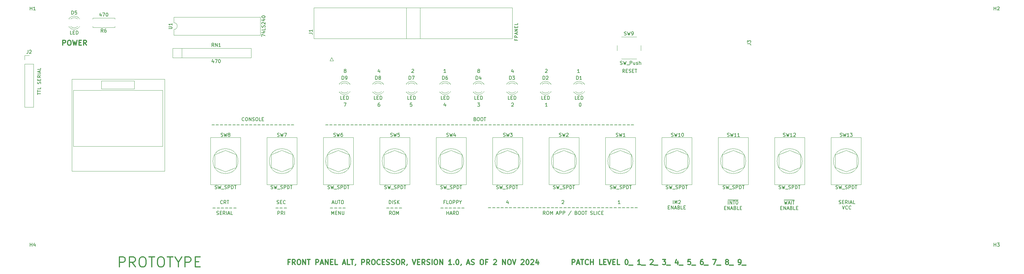
<source format=gbr>
%TF.GenerationSoftware,KiCad,Pcbnew,8.0.6*%
%TF.CreationDate,2024-11-02T14:39:30-05:00*%
%TF.ProjectId,front-panel.processor,66726f6e-742d-4706-916e-656c2e70726f,rev?*%
%TF.SameCoordinates,Original*%
%TF.FileFunction,Legend,Top*%
%TF.FilePolarity,Positive*%
%FSLAX46Y46*%
G04 Gerber Fmt 4.6, Leading zero omitted, Abs format (unit mm)*
G04 Created by KiCad (PCBNEW 8.0.6) date 2024-11-02 14:39:30*
%MOMM*%
%LPD*%
G01*
G04 APERTURE LIST*
%ADD10C,0.300000*%
%ADD11C,0.150000*%
%ADD12C,0.120000*%
G04 APERTURE END LIST*
D10*
X116000000Y-225892614D02*
X115500000Y-225892614D01*
X115500000Y-226678328D02*
X115500000Y-225178328D01*
X115500000Y-225178328D02*
X116214286Y-225178328D01*
X117642857Y-226678328D02*
X117142857Y-225964042D01*
X116785714Y-226678328D02*
X116785714Y-225178328D01*
X116785714Y-225178328D02*
X117357143Y-225178328D01*
X117357143Y-225178328D02*
X117500000Y-225249757D01*
X117500000Y-225249757D02*
X117571429Y-225321185D01*
X117571429Y-225321185D02*
X117642857Y-225464042D01*
X117642857Y-225464042D02*
X117642857Y-225678328D01*
X117642857Y-225678328D02*
X117571429Y-225821185D01*
X117571429Y-225821185D02*
X117500000Y-225892614D01*
X117500000Y-225892614D02*
X117357143Y-225964042D01*
X117357143Y-225964042D02*
X116785714Y-225964042D01*
X118571429Y-225178328D02*
X118857143Y-225178328D01*
X118857143Y-225178328D02*
X119000000Y-225249757D01*
X119000000Y-225249757D02*
X119142857Y-225392614D01*
X119142857Y-225392614D02*
X119214286Y-225678328D01*
X119214286Y-225678328D02*
X119214286Y-226178328D01*
X119214286Y-226178328D02*
X119142857Y-226464042D01*
X119142857Y-226464042D02*
X119000000Y-226606900D01*
X119000000Y-226606900D02*
X118857143Y-226678328D01*
X118857143Y-226678328D02*
X118571429Y-226678328D01*
X118571429Y-226678328D02*
X118428572Y-226606900D01*
X118428572Y-226606900D02*
X118285714Y-226464042D01*
X118285714Y-226464042D02*
X118214286Y-226178328D01*
X118214286Y-226178328D02*
X118214286Y-225678328D01*
X118214286Y-225678328D02*
X118285714Y-225392614D01*
X118285714Y-225392614D02*
X118428572Y-225249757D01*
X118428572Y-225249757D02*
X118571429Y-225178328D01*
X119857143Y-226678328D02*
X119857143Y-225178328D01*
X119857143Y-225178328D02*
X120714286Y-226678328D01*
X120714286Y-226678328D02*
X120714286Y-225178328D01*
X121214287Y-225178328D02*
X122071430Y-225178328D01*
X121642858Y-226678328D02*
X121642858Y-225178328D01*
X123714286Y-226678328D02*
X123714286Y-225178328D01*
X123714286Y-225178328D02*
X124285715Y-225178328D01*
X124285715Y-225178328D02*
X124428572Y-225249757D01*
X124428572Y-225249757D02*
X124500001Y-225321185D01*
X124500001Y-225321185D02*
X124571429Y-225464042D01*
X124571429Y-225464042D02*
X124571429Y-225678328D01*
X124571429Y-225678328D02*
X124500001Y-225821185D01*
X124500001Y-225821185D02*
X124428572Y-225892614D01*
X124428572Y-225892614D02*
X124285715Y-225964042D01*
X124285715Y-225964042D02*
X123714286Y-225964042D01*
X125142858Y-226249757D02*
X125857144Y-226249757D01*
X125000001Y-226678328D02*
X125500001Y-225178328D01*
X125500001Y-225178328D02*
X126000001Y-226678328D01*
X126500000Y-226678328D02*
X126500000Y-225178328D01*
X126500000Y-225178328D02*
X127357143Y-226678328D01*
X127357143Y-226678328D02*
X127357143Y-225178328D01*
X128071429Y-225892614D02*
X128571429Y-225892614D01*
X128785715Y-226678328D02*
X128071429Y-226678328D01*
X128071429Y-226678328D02*
X128071429Y-225178328D01*
X128071429Y-225178328D02*
X128785715Y-225178328D01*
X130142858Y-226678328D02*
X129428572Y-226678328D01*
X129428572Y-226678328D02*
X129428572Y-225178328D01*
X131714287Y-226249757D02*
X132428573Y-226249757D01*
X131571430Y-226678328D02*
X132071430Y-225178328D01*
X132071430Y-225178328D02*
X132571430Y-226678328D01*
X133785715Y-226678328D02*
X133071429Y-226678328D01*
X133071429Y-226678328D02*
X133071429Y-225178328D01*
X134071430Y-225178328D02*
X134928573Y-225178328D01*
X134500001Y-226678328D02*
X134500001Y-225178328D01*
X135500001Y-226606900D02*
X135500001Y-226678328D01*
X135500001Y-226678328D02*
X135428572Y-226821185D01*
X135428572Y-226821185D02*
X135357144Y-226892614D01*
X137285715Y-226678328D02*
X137285715Y-225178328D01*
X137285715Y-225178328D02*
X137857144Y-225178328D01*
X137857144Y-225178328D02*
X138000001Y-225249757D01*
X138000001Y-225249757D02*
X138071430Y-225321185D01*
X138071430Y-225321185D02*
X138142858Y-225464042D01*
X138142858Y-225464042D02*
X138142858Y-225678328D01*
X138142858Y-225678328D02*
X138071430Y-225821185D01*
X138071430Y-225821185D02*
X138000001Y-225892614D01*
X138000001Y-225892614D02*
X137857144Y-225964042D01*
X137857144Y-225964042D02*
X137285715Y-225964042D01*
X139642858Y-226678328D02*
X139142858Y-225964042D01*
X138785715Y-226678328D02*
X138785715Y-225178328D01*
X138785715Y-225178328D02*
X139357144Y-225178328D01*
X139357144Y-225178328D02*
X139500001Y-225249757D01*
X139500001Y-225249757D02*
X139571430Y-225321185D01*
X139571430Y-225321185D02*
X139642858Y-225464042D01*
X139642858Y-225464042D02*
X139642858Y-225678328D01*
X139642858Y-225678328D02*
X139571430Y-225821185D01*
X139571430Y-225821185D02*
X139500001Y-225892614D01*
X139500001Y-225892614D02*
X139357144Y-225964042D01*
X139357144Y-225964042D02*
X138785715Y-225964042D01*
X140571430Y-225178328D02*
X140857144Y-225178328D01*
X140857144Y-225178328D02*
X141000001Y-225249757D01*
X141000001Y-225249757D02*
X141142858Y-225392614D01*
X141142858Y-225392614D02*
X141214287Y-225678328D01*
X141214287Y-225678328D02*
X141214287Y-226178328D01*
X141214287Y-226178328D02*
X141142858Y-226464042D01*
X141142858Y-226464042D02*
X141000001Y-226606900D01*
X141000001Y-226606900D02*
X140857144Y-226678328D01*
X140857144Y-226678328D02*
X140571430Y-226678328D01*
X140571430Y-226678328D02*
X140428573Y-226606900D01*
X140428573Y-226606900D02*
X140285715Y-226464042D01*
X140285715Y-226464042D02*
X140214287Y-226178328D01*
X140214287Y-226178328D02*
X140214287Y-225678328D01*
X140214287Y-225678328D02*
X140285715Y-225392614D01*
X140285715Y-225392614D02*
X140428573Y-225249757D01*
X140428573Y-225249757D02*
X140571430Y-225178328D01*
X142714287Y-226535471D02*
X142642859Y-226606900D01*
X142642859Y-226606900D02*
X142428573Y-226678328D01*
X142428573Y-226678328D02*
X142285716Y-226678328D01*
X142285716Y-226678328D02*
X142071430Y-226606900D01*
X142071430Y-226606900D02*
X141928573Y-226464042D01*
X141928573Y-226464042D02*
X141857144Y-226321185D01*
X141857144Y-226321185D02*
X141785716Y-226035471D01*
X141785716Y-226035471D02*
X141785716Y-225821185D01*
X141785716Y-225821185D02*
X141857144Y-225535471D01*
X141857144Y-225535471D02*
X141928573Y-225392614D01*
X141928573Y-225392614D02*
X142071430Y-225249757D01*
X142071430Y-225249757D02*
X142285716Y-225178328D01*
X142285716Y-225178328D02*
X142428573Y-225178328D01*
X142428573Y-225178328D02*
X142642859Y-225249757D01*
X142642859Y-225249757D02*
X142714287Y-225321185D01*
X143357144Y-225892614D02*
X143857144Y-225892614D01*
X144071430Y-226678328D02*
X143357144Y-226678328D01*
X143357144Y-226678328D02*
X143357144Y-225178328D01*
X143357144Y-225178328D02*
X144071430Y-225178328D01*
X144642859Y-226606900D02*
X144857145Y-226678328D01*
X144857145Y-226678328D02*
X145214287Y-226678328D01*
X145214287Y-226678328D02*
X145357145Y-226606900D01*
X145357145Y-226606900D02*
X145428573Y-226535471D01*
X145428573Y-226535471D02*
X145500002Y-226392614D01*
X145500002Y-226392614D02*
X145500002Y-226249757D01*
X145500002Y-226249757D02*
X145428573Y-226106900D01*
X145428573Y-226106900D02*
X145357145Y-226035471D01*
X145357145Y-226035471D02*
X145214287Y-225964042D01*
X145214287Y-225964042D02*
X144928573Y-225892614D01*
X144928573Y-225892614D02*
X144785716Y-225821185D01*
X144785716Y-225821185D02*
X144714287Y-225749757D01*
X144714287Y-225749757D02*
X144642859Y-225606900D01*
X144642859Y-225606900D02*
X144642859Y-225464042D01*
X144642859Y-225464042D02*
X144714287Y-225321185D01*
X144714287Y-225321185D02*
X144785716Y-225249757D01*
X144785716Y-225249757D02*
X144928573Y-225178328D01*
X144928573Y-225178328D02*
X145285716Y-225178328D01*
X145285716Y-225178328D02*
X145500002Y-225249757D01*
X146071430Y-226606900D02*
X146285716Y-226678328D01*
X146285716Y-226678328D02*
X146642858Y-226678328D01*
X146642858Y-226678328D02*
X146785716Y-226606900D01*
X146785716Y-226606900D02*
X146857144Y-226535471D01*
X146857144Y-226535471D02*
X146928573Y-226392614D01*
X146928573Y-226392614D02*
X146928573Y-226249757D01*
X146928573Y-226249757D02*
X146857144Y-226106900D01*
X146857144Y-226106900D02*
X146785716Y-226035471D01*
X146785716Y-226035471D02*
X146642858Y-225964042D01*
X146642858Y-225964042D02*
X146357144Y-225892614D01*
X146357144Y-225892614D02*
X146214287Y-225821185D01*
X146214287Y-225821185D02*
X146142858Y-225749757D01*
X146142858Y-225749757D02*
X146071430Y-225606900D01*
X146071430Y-225606900D02*
X146071430Y-225464042D01*
X146071430Y-225464042D02*
X146142858Y-225321185D01*
X146142858Y-225321185D02*
X146214287Y-225249757D01*
X146214287Y-225249757D02*
X146357144Y-225178328D01*
X146357144Y-225178328D02*
X146714287Y-225178328D01*
X146714287Y-225178328D02*
X146928573Y-225249757D01*
X147857144Y-225178328D02*
X148142858Y-225178328D01*
X148142858Y-225178328D02*
X148285715Y-225249757D01*
X148285715Y-225249757D02*
X148428572Y-225392614D01*
X148428572Y-225392614D02*
X148500001Y-225678328D01*
X148500001Y-225678328D02*
X148500001Y-226178328D01*
X148500001Y-226178328D02*
X148428572Y-226464042D01*
X148428572Y-226464042D02*
X148285715Y-226606900D01*
X148285715Y-226606900D02*
X148142858Y-226678328D01*
X148142858Y-226678328D02*
X147857144Y-226678328D01*
X147857144Y-226678328D02*
X147714287Y-226606900D01*
X147714287Y-226606900D02*
X147571429Y-226464042D01*
X147571429Y-226464042D02*
X147500001Y-226178328D01*
X147500001Y-226178328D02*
X147500001Y-225678328D01*
X147500001Y-225678328D02*
X147571429Y-225392614D01*
X147571429Y-225392614D02*
X147714287Y-225249757D01*
X147714287Y-225249757D02*
X147857144Y-225178328D01*
X150000001Y-226678328D02*
X149500001Y-225964042D01*
X149142858Y-226678328D02*
X149142858Y-225178328D01*
X149142858Y-225178328D02*
X149714287Y-225178328D01*
X149714287Y-225178328D02*
X149857144Y-225249757D01*
X149857144Y-225249757D02*
X149928573Y-225321185D01*
X149928573Y-225321185D02*
X150000001Y-225464042D01*
X150000001Y-225464042D02*
X150000001Y-225678328D01*
X150000001Y-225678328D02*
X149928573Y-225821185D01*
X149928573Y-225821185D02*
X149857144Y-225892614D01*
X149857144Y-225892614D02*
X149714287Y-225964042D01*
X149714287Y-225964042D02*
X149142858Y-225964042D01*
X150714287Y-226606900D02*
X150714287Y-226678328D01*
X150714287Y-226678328D02*
X150642858Y-226821185D01*
X150642858Y-226821185D02*
X150571430Y-226892614D01*
X152285716Y-225178328D02*
X152785716Y-226678328D01*
X152785716Y-226678328D02*
X153285716Y-225178328D01*
X153785715Y-225892614D02*
X154285715Y-225892614D01*
X154500001Y-226678328D02*
X153785715Y-226678328D01*
X153785715Y-226678328D02*
X153785715Y-225178328D01*
X153785715Y-225178328D02*
X154500001Y-225178328D01*
X156000001Y-226678328D02*
X155500001Y-225964042D01*
X155142858Y-226678328D02*
X155142858Y-225178328D01*
X155142858Y-225178328D02*
X155714287Y-225178328D01*
X155714287Y-225178328D02*
X155857144Y-225249757D01*
X155857144Y-225249757D02*
X155928573Y-225321185D01*
X155928573Y-225321185D02*
X156000001Y-225464042D01*
X156000001Y-225464042D02*
X156000001Y-225678328D01*
X156000001Y-225678328D02*
X155928573Y-225821185D01*
X155928573Y-225821185D02*
X155857144Y-225892614D01*
X155857144Y-225892614D02*
X155714287Y-225964042D01*
X155714287Y-225964042D02*
X155142858Y-225964042D01*
X156571430Y-226606900D02*
X156785716Y-226678328D01*
X156785716Y-226678328D02*
X157142858Y-226678328D01*
X157142858Y-226678328D02*
X157285716Y-226606900D01*
X157285716Y-226606900D02*
X157357144Y-226535471D01*
X157357144Y-226535471D02*
X157428573Y-226392614D01*
X157428573Y-226392614D02*
X157428573Y-226249757D01*
X157428573Y-226249757D02*
X157357144Y-226106900D01*
X157357144Y-226106900D02*
X157285716Y-226035471D01*
X157285716Y-226035471D02*
X157142858Y-225964042D01*
X157142858Y-225964042D02*
X156857144Y-225892614D01*
X156857144Y-225892614D02*
X156714287Y-225821185D01*
X156714287Y-225821185D02*
X156642858Y-225749757D01*
X156642858Y-225749757D02*
X156571430Y-225606900D01*
X156571430Y-225606900D02*
X156571430Y-225464042D01*
X156571430Y-225464042D02*
X156642858Y-225321185D01*
X156642858Y-225321185D02*
X156714287Y-225249757D01*
X156714287Y-225249757D02*
X156857144Y-225178328D01*
X156857144Y-225178328D02*
X157214287Y-225178328D01*
X157214287Y-225178328D02*
X157428573Y-225249757D01*
X158071429Y-226678328D02*
X158071429Y-225178328D01*
X159071430Y-225178328D02*
X159357144Y-225178328D01*
X159357144Y-225178328D02*
X159500001Y-225249757D01*
X159500001Y-225249757D02*
X159642858Y-225392614D01*
X159642858Y-225392614D02*
X159714287Y-225678328D01*
X159714287Y-225678328D02*
X159714287Y-226178328D01*
X159714287Y-226178328D02*
X159642858Y-226464042D01*
X159642858Y-226464042D02*
X159500001Y-226606900D01*
X159500001Y-226606900D02*
X159357144Y-226678328D01*
X159357144Y-226678328D02*
X159071430Y-226678328D01*
X159071430Y-226678328D02*
X158928573Y-226606900D01*
X158928573Y-226606900D02*
X158785715Y-226464042D01*
X158785715Y-226464042D02*
X158714287Y-226178328D01*
X158714287Y-226178328D02*
X158714287Y-225678328D01*
X158714287Y-225678328D02*
X158785715Y-225392614D01*
X158785715Y-225392614D02*
X158928573Y-225249757D01*
X158928573Y-225249757D02*
X159071430Y-225178328D01*
X160357144Y-226678328D02*
X160357144Y-225178328D01*
X160357144Y-225178328D02*
X161214287Y-226678328D01*
X161214287Y-226678328D02*
X161214287Y-225178328D01*
X163857145Y-226678328D02*
X163000002Y-226678328D01*
X163428573Y-226678328D02*
X163428573Y-225178328D01*
X163428573Y-225178328D02*
X163285716Y-225392614D01*
X163285716Y-225392614D02*
X163142859Y-225535471D01*
X163142859Y-225535471D02*
X163000002Y-225606900D01*
X164500001Y-226535471D02*
X164571430Y-226606900D01*
X164571430Y-226606900D02*
X164500001Y-226678328D01*
X164500001Y-226678328D02*
X164428573Y-226606900D01*
X164428573Y-226606900D02*
X164500001Y-226535471D01*
X164500001Y-226535471D02*
X164500001Y-226678328D01*
X165500002Y-225178328D02*
X165642859Y-225178328D01*
X165642859Y-225178328D02*
X165785716Y-225249757D01*
X165785716Y-225249757D02*
X165857145Y-225321185D01*
X165857145Y-225321185D02*
X165928573Y-225464042D01*
X165928573Y-225464042D02*
X166000002Y-225749757D01*
X166000002Y-225749757D02*
X166000002Y-226106900D01*
X166000002Y-226106900D02*
X165928573Y-226392614D01*
X165928573Y-226392614D02*
X165857145Y-226535471D01*
X165857145Y-226535471D02*
X165785716Y-226606900D01*
X165785716Y-226606900D02*
X165642859Y-226678328D01*
X165642859Y-226678328D02*
X165500002Y-226678328D01*
X165500002Y-226678328D02*
X165357145Y-226606900D01*
X165357145Y-226606900D02*
X165285716Y-226535471D01*
X165285716Y-226535471D02*
X165214287Y-226392614D01*
X165214287Y-226392614D02*
X165142859Y-226106900D01*
X165142859Y-226106900D02*
X165142859Y-225749757D01*
X165142859Y-225749757D02*
X165214287Y-225464042D01*
X165214287Y-225464042D02*
X165285716Y-225321185D01*
X165285716Y-225321185D02*
X165357145Y-225249757D01*
X165357145Y-225249757D02*
X165500002Y-225178328D01*
X166714287Y-226606900D02*
X166714287Y-226678328D01*
X166714287Y-226678328D02*
X166642858Y-226821185D01*
X166642858Y-226821185D02*
X166571430Y-226892614D01*
X168428573Y-226249757D02*
X169142859Y-226249757D01*
X168285716Y-226678328D02*
X168785716Y-225178328D01*
X168785716Y-225178328D02*
X169285716Y-226678328D01*
X169714287Y-226606900D02*
X169928573Y-226678328D01*
X169928573Y-226678328D02*
X170285715Y-226678328D01*
X170285715Y-226678328D02*
X170428573Y-226606900D01*
X170428573Y-226606900D02*
X170500001Y-226535471D01*
X170500001Y-226535471D02*
X170571430Y-226392614D01*
X170571430Y-226392614D02*
X170571430Y-226249757D01*
X170571430Y-226249757D02*
X170500001Y-226106900D01*
X170500001Y-226106900D02*
X170428573Y-226035471D01*
X170428573Y-226035471D02*
X170285715Y-225964042D01*
X170285715Y-225964042D02*
X170000001Y-225892614D01*
X170000001Y-225892614D02*
X169857144Y-225821185D01*
X169857144Y-225821185D02*
X169785715Y-225749757D01*
X169785715Y-225749757D02*
X169714287Y-225606900D01*
X169714287Y-225606900D02*
X169714287Y-225464042D01*
X169714287Y-225464042D02*
X169785715Y-225321185D01*
X169785715Y-225321185D02*
X169857144Y-225249757D01*
X169857144Y-225249757D02*
X170000001Y-225178328D01*
X170000001Y-225178328D02*
X170357144Y-225178328D01*
X170357144Y-225178328D02*
X170571430Y-225249757D01*
X172642858Y-225178328D02*
X172928572Y-225178328D01*
X172928572Y-225178328D02*
X173071429Y-225249757D01*
X173071429Y-225249757D02*
X173214286Y-225392614D01*
X173214286Y-225392614D02*
X173285715Y-225678328D01*
X173285715Y-225678328D02*
X173285715Y-226178328D01*
X173285715Y-226178328D02*
X173214286Y-226464042D01*
X173214286Y-226464042D02*
X173071429Y-226606900D01*
X173071429Y-226606900D02*
X172928572Y-226678328D01*
X172928572Y-226678328D02*
X172642858Y-226678328D01*
X172642858Y-226678328D02*
X172500001Y-226606900D01*
X172500001Y-226606900D02*
X172357143Y-226464042D01*
X172357143Y-226464042D02*
X172285715Y-226178328D01*
X172285715Y-226178328D02*
X172285715Y-225678328D01*
X172285715Y-225678328D02*
X172357143Y-225392614D01*
X172357143Y-225392614D02*
X172500001Y-225249757D01*
X172500001Y-225249757D02*
X172642858Y-225178328D01*
X174428572Y-225892614D02*
X173928572Y-225892614D01*
X173928572Y-226678328D02*
X173928572Y-225178328D01*
X173928572Y-225178328D02*
X174642858Y-225178328D01*
X176285715Y-225321185D02*
X176357143Y-225249757D01*
X176357143Y-225249757D02*
X176500001Y-225178328D01*
X176500001Y-225178328D02*
X176857143Y-225178328D01*
X176857143Y-225178328D02*
X177000001Y-225249757D01*
X177000001Y-225249757D02*
X177071429Y-225321185D01*
X177071429Y-225321185D02*
X177142858Y-225464042D01*
X177142858Y-225464042D02*
X177142858Y-225606900D01*
X177142858Y-225606900D02*
X177071429Y-225821185D01*
X177071429Y-225821185D02*
X176214286Y-226678328D01*
X176214286Y-226678328D02*
X177142858Y-226678328D01*
X178928571Y-226678328D02*
X178928571Y-225178328D01*
X178928571Y-225178328D02*
X179785714Y-226678328D01*
X179785714Y-226678328D02*
X179785714Y-225178328D01*
X180785715Y-225178328D02*
X181071429Y-225178328D01*
X181071429Y-225178328D02*
X181214286Y-225249757D01*
X181214286Y-225249757D02*
X181357143Y-225392614D01*
X181357143Y-225392614D02*
X181428572Y-225678328D01*
X181428572Y-225678328D02*
X181428572Y-226178328D01*
X181428572Y-226178328D02*
X181357143Y-226464042D01*
X181357143Y-226464042D02*
X181214286Y-226606900D01*
X181214286Y-226606900D02*
X181071429Y-226678328D01*
X181071429Y-226678328D02*
X180785715Y-226678328D01*
X180785715Y-226678328D02*
X180642858Y-226606900D01*
X180642858Y-226606900D02*
X180500000Y-226464042D01*
X180500000Y-226464042D02*
X180428572Y-226178328D01*
X180428572Y-226178328D02*
X180428572Y-225678328D01*
X180428572Y-225678328D02*
X180500000Y-225392614D01*
X180500000Y-225392614D02*
X180642858Y-225249757D01*
X180642858Y-225249757D02*
X180785715Y-225178328D01*
X181857144Y-225178328D02*
X182357144Y-226678328D01*
X182357144Y-226678328D02*
X182857144Y-225178328D01*
X184428572Y-225321185D02*
X184500000Y-225249757D01*
X184500000Y-225249757D02*
X184642858Y-225178328D01*
X184642858Y-225178328D02*
X185000000Y-225178328D01*
X185000000Y-225178328D02*
X185142858Y-225249757D01*
X185142858Y-225249757D02*
X185214286Y-225321185D01*
X185214286Y-225321185D02*
X185285715Y-225464042D01*
X185285715Y-225464042D02*
X185285715Y-225606900D01*
X185285715Y-225606900D02*
X185214286Y-225821185D01*
X185214286Y-225821185D02*
X184357143Y-226678328D01*
X184357143Y-226678328D02*
X185285715Y-226678328D01*
X186214286Y-225178328D02*
X186357143Y-225178328D01*
X186357143Y-225178328D02*
X186500000Y-225249757D01*
X186500000Y-225249757D02*
X186571429Y-225321185D01*
X186571429Y-225321185D02*
X186642857Y-225464042D01*
X186642857Y-225464042D02*
X186714286Y-225749757D01*
X186714286Y-225749757D02*
X186714286Y-226106900D01*
X186714286Y-226106900D02*
X186642857Y-226392614D01*
X186642857Y-226392614D02*
X186571429Y-226535471D01*
X186571429Y-226535471D02*
X186500000Y-226606900D01*
X186500000Y-226606900D02*
X186357143Y-226678328D01*
X186357143Y-226678328D02*
X186214286Y-226678328D01*
X186214286Y-226678328D02*
X186071429Y-226606900D01*
X186071429Y-226606900D02*
X186000000Y-226535471D01*
X186000000Y-226535471D02*
X185928571Y-226392614D01*
X185928571Y-226392614D02*
X185857143Y-226106900D01*
X185857143Y-226106900D02*
X185857143Y-225749757D01*
X185857143Y-225749757D02*
X185928571Y-225464042D01*
X185928571Y-225464042D02*
X186000000Y-225321185D01*
X186000000Y-225321185D02*
X186071429Y-225249757D01*
X186071429Y-225249757D02*
X186214286Y-225178328D01*
X187285714Y-225321185D02*
X187357142Y-225249757D01*
X187357142Y-225249757D02*
X187500000Y-225178328D01*
X187500000Y-225178328D02*
X187857142Y-225178328D01*
X187857142Y-225178328D02*
X188000000Y-225249757D01*
X188000000Y-225249757D02*
X188071428Y-225321185D01*
X188071428Y-225321185D02*
X188142857Y-225464042D01*
X188142857Y-225464042D02*
X188142857Y-225606900D01*
X188142857Y-225606900D02*
X188071428Y-225821185D01*
X188071428Y-225821185D02*
X187214285Y-226678328D01*
X187214285Y-226678328D02*
X188142857Y-226678328D01*
X189428571Y-225678328D02*
X189428571Y-226678328D01*
X189071428Y-225106900D02*
X188714285Y-226178328D01*
X188714285Y-226178328D02*
X189642856Y-226178328D01*
D11*
X245685048Y-208772708D02*
X245685048Y-207772708D01*
X246161238Y-208772708D02*
X246161238Y-207772708D01*
X246161238Y-207772708D02*
X246732666Y-208772708D01*
X246732666Y-208772708D02*
X246732666Y-207772708D01*
X247066000Y-207772708D02*
X247637428Y-207772708D01*
X247351714Y-208772708D02*
X247351714Y-207772708D01*
X248161238Y-207772708D02*
X248256476Y-207772708D01*
X248256476Y-207772708D02*
X248351714Y-207820327D01*
X248351714Y-207820327D02*
X248399333Y-207867946D01*
X248399333Y-207867946D02*
X248446952Y-207963184D01*
X248446952Y-207963184D02*
X248494571Y-208153660D01*
X248494571Y-208153660D02*
X248494571Y-208391755D01*
X248494571Y-208391755D02*
X248446952Y-208582231D01*
X248446952Y-208582231D02*
X248399333Y-208677469D01*
X248399333Y-208677469D02*
X248351714Y-208725089D01*
X248351714Y-208725089D02*
X248256476Y-208772708D01*
X248256476Y-208772708D02*
X248161238Y-208772708D01*
X248161238Y-208772708D02*
X248066000Y-208725089D01*
X248066000Y-208725089D02*
X248018381Y-208677469D01*
X248018381Y-208677469D02*
X247970762Y-208582231D01*
X247970762Y-208582231D02*
X247923143Y-208391755D01*
X247923143Y-208391755D02*
X247923143Y-208153660D01*
X247923143Y-208153660D02*
X247970762Y-207963184D01*
X247970762Y-207963184D02*
X248018381Y-207867946D01*
X248018381Y-207867946D02*
X248066000Y-207820327D01*
X248066000Y-207820327D02*
X248161238Y-207772708D01*
X245546953Y-207495089D02*
X248585048Y-207495089D01*
X244542190Y-209858842D02*
X244875523Y-209858842D01*
X245018380Y-210382652D02*
X244542190Y-210382652D01*
X244542190Y-210382652D02*
X244542190Y-209382652D01*
X244542190Y-209382652D02*
X245018380Y-209382652D01*
X245446952Y-210382652D02*
X245446952Y-209382652D01*
X245446952Y-209382652D02*
X246018380Y-210382652D01*
X246018380Y-210382652D02*
X246018380Y-209382652D01*
X246446952Y-210096937D02*
X246923142Y-210096937D01*
X246351714Y-210382652D02*
X246685047Y-209382652D01*
X246685047Y-209382652D02*
X247018380Y-210382652D01*
X247685047Y-209858842D02*
X247827904Y-209906461D01*
X247827904Y-209906461D02*
X247875523Y-209954080D01*
X247875523Y-209954080D02*
X247923142Y-210049318D01*
X247923142Y-210049318D02*
X247923142Y-210192175D01*
X247923142Y-210192175D02*
X247875523Y-210287413D01*
X247875523Y-210287413D02*
X247827904Y-210335033D01*
X247827904Y-210335033D02*
X247732666Y-210382652D01*
X247732666Y-210382652D02*
X247351714Y-210382652D01*
X247351714Y-210382652D02*
X247351714Y-209382652D01*
X247351714Y-209382652D02*
X247685047Y-209382652D01*
X247685047Y-209382652D02*
X247780285Y-209430271D01*
X247780285Y-209430271D02*
X247827904Y-209477890D01*
X247827904Y-209477890D02*
X247875523Y-209573128D01*
X247875523Y-209573128D02*
X247875523Y-209668366D01*
X247875523Y-209668366D02*
X247827904Y-209763604D01*
X247827904Y-209763604D02*
X247780285Y-209811223D01*
X247780285Y-209811223D02*
X247685047Y-209858842D01*
X247685047Y-209858842D02*
X247351714Y-209858842D01*
X248827904Y-210382652D02*
X248351714Y-210382652D01*
X248351714Y-210382652D02*
X248351714Y-209382652D01*
X249161238Y-209858842D02*
X249494571Y-209858842D01*
X249637428Y-210382652D02*
X249161238Y-210382652D01*
X249161238Y-210382652D02*
X249161238Y-209382652D01*
X249161238Y-209382652D02*
X249637428Y-209382652D01*
D10*
X48902200Y-161678328D02*
X48902200Y-160178328D01*
X48902200Y-160178328D02*
X49473629Y-160178328D01*
X49473629Y-160178328D02*
X49616486Y-160249757D01*
X49616486Y-160249757D02*
X49687915Y-160321185D01*
X49687915Y-160321185D02*
X49759343Y-160464042D01*
X49759343Y-160464042D02*
X49759343Y-160678328D01*
X49759343Y-160678328D02*
X49687915Y-160821185D01*
X49687915Y-160821185D02*
X49616486Y-160892614D01*
X49616486Y-160892614D02*
X49473629Y-160964042D01*
X49473629Y-160964042D02*
X48902200Y-160964042D01*
X50687915Y-160178328D02*
X50973629Y-160178328D01*
X50973629Y-160178328D02*
X51116486Y-160249757D01*
X51116486Y-160249757D02*
X51259343Y-160392614D01*
X51259343Y-160392614D02*
X51330772Y-160678328D01*
X51330772Y-160678328D02*
X51330772Y-161178328D01*
X51330772Y-161178328D02*
X51259343Y-161464042D01*
X51259343Y-161464042D02*
X51116486Y-161606900D01*
X51116486Y-161606900D02*
X50973629Y-161678328D01*
X50973629Y-161678328D02*
X50687915Y-161678328D01*
X50687915Y-161678328D02*
X50545058Y-161606900D01*
X50545058Y-161606900D02*
X50402200Y-161464042D01*
X50402200Y-161464042D02*
X50330772Y-161178328D01*
X50330772Y-161178328D02*
X50330772Y-160678328D01*
X50330772Y-160678328D02*
X50402200Y-160392614D01*
X50402200Y-160392614D02*
X50545058Y-160249757D01*
X50545058Y-160249757D02*
X50687915Y-160178328D01*
X51830772Y-160178328D02*
X52187915Y-161678328D01*
X52187915Y-161678328D02*
X52473629Y-160606900D01*
X52473629Y-160606900D02*
X52759344Y-161678328D01*
X52759344Y-161678328D02*
X53116487Y-160178328D01*
X53687915Y-160892614D02*
X54187915Y-160892614D01*
X54402201Y-161678328D02*
X53687915Y-161678328D01*
X53687915Y-161678328D02*
X53687915Y-160178328D01*
X53687915Y-160178328D02*
X54402201Y-160178328D01*
X55902201Y-161678328D02*
X55402201Y-160964042D01*
X55045058Y-161678328D02*
X55045058Y-160178328D01*
X55045058Y-160178328D02*
X55616487Y-160178328D01*
X55616487Y-160178328D02*
X55759344Y-160249757D01*
X55759344Y-160249757D02*
X55830773Y-160321185D01*
X55830773Y-160321185D02*
X55902201Y-160464042D01*
X55902201Y-160464042D02*
X55902201Y-160678328D01*
X55902201Y-160678328D02*
X55830773Y-160821185D01*
X55830773Y-160821185D02*
X55759344Y-160892614D01*
X55759344Y-160892614D02*
X55616487Y-160964042D01*
X55616487Y-160964042D02*
X55045058Y-160964042D01*
D11*
X180581476Y-207985208D02*
X180581476Y-208651875D01*
X180343381Y-207604256D02*
X180105286Y-208318541D01*
X180105286Y-208318541D02*
X180724333Y-208318541D01*
X132282762Y-169210390D02*
X132187524Y-169162771D01*
X132187524Y-169162771D02*
X132139905Y-169115152D01*
X132139905Y-169115152D02*
X132092286Y-169019914D01*
X132092286Y-169019914D02*
X132092286Y-168972295D01*
X132092286Y-168972295D02*
X132139905Y-168877057D01*
X132139905Y-168877057D02*
X132187524Y-168829438D01*
X132187524Y-168829438D02*
X132282762Y-168781819D01*
X132282762Y-168781819D02*
X132473238Y-168781819D01*
X132473238Y-168781819D02*
X132568476Y-168829438D01*
X132568476Y-168829438D02*
X132616095Y-168877057D01*
X132616095Y-168877057D02*
X132663714Y-168972295D01*
X132663714Y-168972295D02*
X132663714Y-169019914D01*
X132663714Y-169019914D02*
X132616095Y-169115152D01*
X132616095Y-169115152D02*
X132568476Y-169162771D01*
X132568476Y-169162771D02*
X132473238Y-169210390D01*
X132473238Y-169210390D02*
X132282762Y-169210390D01*
X132282762Y-169210390D02*
X132187524Y-169258009D01*
X132187524Y-169258009D02*
X132139905Y-169305628D01*
X132139905Y-169305628D02*
X132092286Y-169400866D01*
X132092286Y-169400866D02*
X132092286Y-169591342D01*
X132092286Y-169591342D02*
X132139905Y-169686580D01*
X132139905Y-169686580D02*
X132187524Y-169734200D01*
X132187524Y-169734200D02*
X132282762Y-169781819D01*
X132282762Y-169781819D02*
X132473238Y-169781819D01*
X132473238Y-169781819D02*
X132568476Y-169734200D01*
X132568476Y-169734200D02*
X132616095Y-169686580D01*
X132616095Y-169686580D02*
X132663714Y-169591342D01*
X132663714Y-169591342D02*
X132663714Y-169400866D01*
X132663714Y-169400866D02*
X132616095Y-169305628D01*
X132616095Y-169305628D02*
X132568476Y-169258009D01*
X132568476Y-169258009D02*
X132473238Y-169210390D01*
X162163714Y-169781819D02*
X161592286Y-169781819D01*
X161878000Y-169781819D02*
X161878000Y-168781819D01*
X161878000Y-168781819D02*
X161782762Y-168924676D01*
X161782762Y-168924676D02*
X161687524Y-169019914D01*
X161687524Y-169019914D02*
X161592286Y-169067533D01*
X152092286Y-168877057D02*
X152139905Y-168829438D01*
X152139905Y-168829438D02*
X152235143Y-168781819D01*
X152235143Y-168781819D02*
X152473238Y-168781819D01*
X152473238Y-168781819D02*
X152568476Y-168829438D01*
X152568476Y-168829438D02*
X152616095Y-168877057D01*
X152616095Y-168877057D02*
X152663714Y-168972295D01*
X152663714Y-168972295D02*
X152663714Y-169067533D01*
X152663714Y-169067533D02*
X152616095Y-169210390D01*
X152616095Y-169210390D02*
X152044667Y-169781819D01*
X152044667Y-169781819D02*
X152663714Y-169781819D01*
X181592286Y-178877057D02*
X181639905Y-178829438D01*
X181639905Y-178829438D02*
X181735143Y-178781819D01*
X181735143Y-178781819D02*
X181973238Y-178781819D01*
X181973238Y-178781819D02*
X182068476Y-178829438D01*
X182068476Y-178829438D02*
X182116095Y-178877057D01*
X182116095Y-178877057D02*
X182163714Y-178972295D01*
X182163714Y-178972295D02*
X182163714Y-179067533D01*
X182163714Y-179067533D02*
X182116095Y-179210390D01*
X182116095Y-179210390D02*
X181544667Y-179781819D01*
X181544667Y-179781819D02*
X182163714Y-179781819D01*
X278411476Y-208604256D02*
X278554333Y-208651875D01*
X278554333Y-208651875D02*
X278792428Y-208651875D01*
X278792428Y-208651875D02*
X278887666Y-208604256D01*
X278887666Y-208604256D02*
X278935285Y-208556636D01*
X278935285Y-208556636D02*
X278982904Y-208461398D01*
X278982904Y-208461398D02*
X278982904Y-208366160D01*
X278982904Y-208366160D02*
X278935285Y-208270922D01*
X278935285Y-208270922D02*
X278887666Y-208223303D01*
X278887666Y-208223303D02*
X278792428Y-208175684D01*
X278792428Y-208175684D02*
X278601952Y-208128065D01*
X278601952Y-208128065D02*
X278506714Y-208080446D01*
X278506714Y-208080446D02*
X278459095Y-208032827D01*
X278459095Y-208032827D02*
X278411476Y-207937589D01*
X278411476Y-207937589D02*
X278411476Y-207842351D01*
X278411476Y-207842351D02*
X278459095Y-207747113D01*
X278459095Y-207747113D02*
X278506714Y-207699494D01*
X278506714Y-207699494D02*
X278601952Y-207651875D01*
X278601952Y-207651875D02*
X278840047Y-207651875D01*
X278840047Y-207651875D02*
X278982904Y-207699494D01*
X279411476Y-208128065D02*
X279744809Y-208128065D01*
X279887666Y-208651875D02*
X279411476Y-208651875D01*
X279411476Y-208651875D02*
X279411476Y-207651875D01*
X279411476Y-207651875D02*
X279887666Y-207651875D01*
X280887666Y-208651875D02*
X280554333Y-208175684D01*
X280316238Y-208651875D02*
X280316238Y-207651875D01*
X280316238Y-207651875D02*
X280697190Y-207651875D01*
X280697190Y-207651875D02*
X280792428Y-207699494D01*
X280792428Y-207699494D02*
X280840047Y-207747113D01*
X280840047Y-207747113D02*
X280887666Y-207842351D01*
X280887666Y-207842351D02*
X280887666Y-207985208D01*
X280887666Y-207985208D02*
X280840047Y-208080446D01*
X280840047Y-208080446D02*
X280792428Y-208128065D01*
X280792428Y-208128065D02*
X280697190Y-208175684D01*
X280697190Y-208175684D02*
X280316238Y-208175684D01*
X281316238Y-208651875D02*
X281316238Y-207651875D01*
X281744809Y-208366160D02*
X282220999Y-208366160D01*
X281649571Y-208651875D02*
X281982904Y-207651875D01*
X281982904Y-207651875D02*
X282316237Y-208651875D01*
X283125761Y-208651875D02*
X282649571Y-208651875D01*
X282649571Y-208651875D02*
X282649571Y-207651875D01*
X279387667Y-209261819D02*
X279721000Y-210261819D01*
X279721000Y-210261819D02*
X280054333Y-209261819D01*
X280959095Y-210166580D02*
X280911476Y-210214200D01*
X280911476Y-210214200D02*
X280768619Y-210261819D01*
X280768619Y-210261819D02*
X280673381Y-210261819D01*
X280673381Y-210261819D02*
X280530524Y-210214200D01*
X280530524Y-210214200D02*
X280435286Y-210118961D01*
X280435286Y-210118961D02*
X280387667Y-210023723D01*
X280387667Y-210023723D02*
X280340048Y-209833247D01*
X280340048Y-209833247D02*
X280340048Y-209690390D01*
X280340048Y-209690390D02*
X280387667Y-209499914D01*
X280387667Y-209499914D02*
X280435286Y-209404676D01*
X280435286Y-209404676D02*
X280530524Y-209309438D01*
X280530524Y-209309438D02*
X280673381Y-209261819D01*
X280673381Y-209261819D02*
X280768619Y-209261819D01*
X280768619Y-209261819D02*
X280911476Y-209309438D01*
X280911476Y-209309438D02*
X280959095Y-209357057D01*
X281959095Y-210166580D02*
X281911476Y-210214200D01*
X281911476Y-210214200D02*
X281768619Y-210261819D01*
X281768619Y-210261819D02*
X281673381Y-210261819D01*
X281673381Y-210261819D02*
X281530524Y-210214200D01*
X281530524Y-210214200D02*
X281435286Y-210118961D01*
X281435286Y-210118961D02*
X281387667Y-210023723D01*
X281387667Y-210023723D02*
X281340048Y-209833247D01*
X281340048Y-209833247D02*
X281340048Y-209690390D01*
X281340048Y-209690390D02*
X281387667Y-209499914D01*
X281387667Y-209499914D02*
X281435286Y-209404676D01*
X281435286Y-209404676D02*
X281530524Y-209309438D01*
X281530524Y-209309438D02*
X281673381Y-209261819D01*
X281673381Y-209261819D02*
X281768619Y-209261819D01*
X281768619Y-209261819D02*
X281911476Y-209309438D01*
X281911476Y-209309438D02*
X281959095Y-209357057D01*
X201663714Y-169781819D02*
X201092286Y-169781819D01*
X201378000Y-169781819D02*
X201378000Y-168781819D01*
X201378000Y-168781819D02*
X201282762Y-168924676D01*
X201282762Y-168924676D02*
X201187524Y-169019914D01*
X201187524Y-169019914D02*
X201092286Y-169067533D01*
X191592286Y-168877057D02*
X191639905Y-168829438D01*
X191639905Y-168829438D02*
X191735143Y-168781819D01*
X191735143Y-168781819D02*
X191973238Y-168781819D01*
X191973238Y-168781819D02*
X192068476Y-168829438D01*
X192068476Y-168829438D02*
X192116095Y-168877057D01*
X192116095Y-168877057D02*
X192163714Y-168972295D01*
X192163714Y-168972295D02*
X192163714Y-169067533D01*
X192163714Y-169067533D02*
X192116095Y-169210390D01*
X192116095Y-169210390D02*
X191544667Y-169781819D01*
X191544667Y-169781819D02*
X192163714Y-169781819D01*
X192163714Y-179781819D02*
X191592286Y-179781819D01*
X191878000Y-179781819D02*
X191878000Y-178781819D01*
X191878000Y-178781819D02*
X191782762Y-178924676D01*
X191782762Y-178924676D02*
X191687524Y-179019914D01*
X191687524Y-179019914D02*
X191592286Y-179067533D01*
X112223905Y-208604256D02*
X112366762Y-208651875D01*
X112366762Y-208651875D02*
X112604857Y-208651875D01*
X112604857Y-208651875D02*
X112700095Y-208604256D01*
X112700095Y-208604256D02*
X112747714Y-208556636D01*
X112747714Y-208556636D02*
X112795333Y-208461398D01*
X112795333Y-208461398D02*
X112795333Y-208366160D01*
X112795333Y-208366160D02*
X112747714Y-208270922D01*
X112747714Y-208270922D02*
X112700095Y-208223303D01*
X112700095Y-208223303D02*
X112604857Y-208175684D01*
X112604857Y-208175684D02*
X112414381Y-208128065D01*
X112414381Y-208128065D02*
X112319143Y-208080446D01*
X112319143Y-208080446D02*
X112271524Y-208032827D01*
X112271524Y-208032827D02*
X112223905Y-207937589D01*
X112223905Y-207937589D02*
X112223905Y-207842351D01*
X112223905Y-207842351D02*
X112271524Y-207747113D01*
X112271524Y-207747113D02*
X112319143Y-207699494D01*
X112319143Y-207699494D02*
X112414381Y-207651875D01*
X112414381Y-207651875D02*
X112652476Y-207651875D01*
X112652476Y-207651875D02*
X112795333Y-207699494D01*
X113223905Y-208128065D02*
X113557238Y-208128065D01*
X113700095Y-208651875D02*
X113223905Y-208651875D01*
X113223905Y-208651875D02*
X113223905Y-207651875D01*
X113223905Y-207651875D02*
X113700095Y-207651875D01*
X114700095Y-208556636D02*
X114652476Y-208604256D01*
X114652476Y-208604256D02*
X114509619Y-208651875D01*
X114509619Y-208651875D02*
X114414381Y-208651875D01*
X114414381Y-208651875D02*
X114271524Y-208604256D01*
X114271524Y-208604256D02*
X114176286Y-208509017D01*
X114176286Y-208509017D02*
X114128667Y-208413779D01*
X114128667Y-208413779D02*
X114081048Y-208223303D01*
X114081048Y-208223303D02*
X114081048Y-208080446D01*
X114081048Y-208080446D02*
X114128667Y-207889970D01*
X114128667Y-207889970D02*
X114176286Y-207794732D01*
X114176286Y-207794732D02*
X114271524Y-207699494D01*
X114271524Y-207699494D02*
X114414381Y-207651875D01*
X114414381Y-207651875D02*
X114509619Y-207651875D01*
X114509619Y-207651875D02*
X114652476Y-207699494D01*
X114652476Y-207699494D02*
X114700095Y-207747113D01*
X111842953Y-209880866D02*
X112604858Y-209880866D01*
X113081048Y-209880866D02*
X113842953Y-209880866D01*
X114319143Y-209880866D02*
X115081048Y-209880866D01*
X112462000Y-211871763D02*
X112462000Y-210871763D01*
X112462000Y-210871763D02*
X112842952Y-210871763D01*
X112842952Y-210871763D02*
X112938190Y-210919382D01*
X112938190Y-210919382D02*
X112985809Y-210967001D01*
X112985809Y-210967001D02*
X113033428Y-211062239D01*
X113033428Y-211062239D02*
X113033428Y-211205096D01*
X113033428Y-211205096D02*
X112985809Y-211300334D01*
X112985809Y-211300334D02*
X112938190Y-211347953D01*
X112938190Y-211347953D02*
X112842952Y-211395572D01*
X112842952Y-211395572D02*
X112462000Y-211395572D01*
X114033428Y-211871763D02*
X113700095Y-211395572D01*
X113462000Y-211871763D02*
X113462000Y-210871763D01*
X113462000Y-210871763D02*
X113842952Y-210871763D01*
X113842952Y-210871763D02*
X113938190Y-210919382D01*
X113938190Y-210919382D02*
X113985809Y-210967001D01*
X113985809Y-210967001D02*
X114033428Y-211062239D01*
X114033428Y-211062239D02*
X114033428Y-211205096D01*
X114033428Y-211205096D02*
X113985809Y-211300334D01*
X113985809Y-211300334D02*
X113938190Y-211347953D01*
X113938190Y-211347953D02*
X113842952Y-211395572D01*
X113842952Y-211395572D02*
X113462000Y-211395572D01*
X114462000Y-211871763D02*
X114462000Y-210871763D01*
X145386810Y-208651875D02*
X145386810Y-207651875D01*
X145386810Y-207651875D02*
X145624905Y-207651875D01*
X145624905Y-207651875D02*
X145767762Y-207699494D01*
X145767762Y-207699494D02*
X145863000Y-207794732D01*
X145863000Y-207794732D02*
X145910619Y-207889970D01*
X145910619Y-207889970D02*
X145958238Y-208080446D01*
X145958238Y-208080446D02*
X145958238Y-208223303D01*
X145958238Y-208223303D02*
X145910619Y-208413779D01*
X145910619Y-208413779D02*
X145863000Y-208509017D01*
X145863000Y-208509017D02*
X145767762Y-208604256D01*
X145767762Y-208604256D02*
X145624905Y-208651875D01*
X145624905Y-208651875D02*
X145386810Y-208651875D01*
X146386810Y-208651875D02*
X146386810Y-207651875D01*
X146815381Y-208604256D02*
X146958238Y-208651875D01*
X146958238Y-208651875D02*
X147196333Y-208651875D01*
X147196333Y-208651875D02*
X147291571Y-208604256D01*
X147291571Y-208604256D02*
X147339190Y-208556636D01*
X147339190Y-208556636D02*
X147386809Y-208461398D01*
X147386809Y-208461398D02*
X147386809Y-208366160D01*
X147386809Y-208366160D02*
X147339190Y-208270922D01*
X147339190Y-208270922D02*
X147291571Y-208223303D01*
X147291571Y-208223303D02*
X147196333Y-208175684D01*
X147196333Y-208175684D02*
X147005857Y-208128065D01*
X147005857Y-208128065D02*
X146910619Y-208080446D01*
X146910619Y-208080446D02*
X146863000Y-208032827D01*
X146863000Y-208032827D02*
X146815381Y-207937589D01*
X146815381Y-207937589D02*
X146815381Y-207842351D01*
X146815381Y-207842351D02*
X146863000Y-207747113D01*
X146863000Y-207747113D02*
X146910619Y-207699494D01*
X146910619Y-207699494D02*
X147005857Y-207651875D01*
X147005857Y-207651875D02*
X147243952Y-207651875D01*
X147243952Y-207651875D02*
X147386809Y-207699494D01*
X147815381Y-208651875D02*
X147815381Y-207651875D01*
X148386809Y-208651875D02*
X147958238Y-208080446D01*
X148386809Y-207651875D02*
X147815381Y-208223303D01*
X144624905Y-209880866D02*
X145386810Y-209880866D01*
X145863000Y-209880866D02*
X146624905Y-209880866D01*
X147101095Y-209880866D02*
X147863000Y-209880866D01*
X148339190Y-209880866D02*
X149101095Y-209880866D01*
X146077285Y-211871763D02*
X145743952Y-211395572D01*
X145505857Y-211871763D02*
X145505857Y-210871763D01*
X145505857Y-210871763D02*
X145886809Y-210871763D01*
X145886809Y-210871763D02*
X145982047Y-210919382D01*
X145982047Y-210919382D02*
X146029666Y-210967001D01*
X146029666Y-210967001D02*
X146077285Y-211062239D01*
X146077285Y-211062239D02*
X146077285Y-211205096D01*
X146077285Y-211205096D02*
X146029666Y-211300334D01*
X146029666Y-211300334D02*
X145982047Y-211347953D01*
X145982047Y-211347953D02*
X145886809Y-211395572D01*
X145886809Y-211395572D02*
X145505857Y-211395572D01*
X146696333Y-210871763D02*
X146886809Y-210871763D01*
X146886809Y-210871763D02*
X146982047Y-210919382D01*
X146982047Y-210919382D02*
X147077285Y-211014620D01*
X147077285Y-211014620D02*
X147124904Y-211205096D01*
X147124904Y-211205096D02*
X147124904Y-211538429D01*
X147124904Y-211538429D02*
X147077285Y-211728905D01*
X147077285Y-211728905D02*
X146982047Y-211824144D01*
X146982047Y-211824144D02*
X146886809Y-211871763D01*
X146886809Y-211871763D02*
X146696333Y-211871763D01*
X146696333Y-211871763D02*
X146601095Y-211824144D01*
X146601095Y-211824144D02*
X146505857Y-211728905D01*
X146505857Y-211728905D02*
X146458238Y-211538429D01*
X146458238Y-211538429D02*
X146458238Y-211205096D01*
X146458238Y-211205096D02*
X146505857Y-211014620D01*
X146505857Y-211014620D02*
X146601095Y-210919382D01*
X146601095Y-210919382D02*
X146696333Y-210871763D01*
X147553476Y-211871763D02*
X147553476Y-210871763D01*
X147553476Y-210871763D02*
X147886809Y-211586048D01*
X147886809Y-211586048D02*
X148220142Y-210871763D01*
X148220142Y-210871763D02*
X148220142Y-211871763D01*
X174726385Y-209837894D02*
X175488290Y-209837894D01*
X175964480Y-209837894D02*
X176726385Y-209837894D01*
X177202575Y-209837894D02*
X177964480Y-209837894D01*
X178440670Y-209837894D02*
X179202575Y-209837894D01*
X179678765Y-209837894D02*
X180440670Y-209837894D01*
X180916860Y-209837894D02*
X181678765Y-209837894D01*
X182154955Y-209837894D02*
X182916860Y-209837894D01*
X183393050Y-209837894D02*
X184154955Y-209837894D01*
X184631145Y-209837894D02*
X185393050Y-209837894D01*
X185869240Y-209837894D02*
X186631145Y-209837894D01*
X187107335Y-209837894D02*
X187869240Y-209837894D01*
X188345430Y-209837894D02*
X189107335Y-209837894D01*
X189583525Y-209837894D02*
X190345430Y-209837894D01*
X190821620Y-209837894D02*
X191583525Y-209837894D01*
X192059715Y-209837894D02*
X192821620Y-209837894D01*
X193297810Y-209837894D02*
X194059715Y-209837894D01*
X194535905Y-209837894D02*
X195297810Y-209837894D01*
X195774000Y-209837894D02*
X196535905Y-209837894D01*
X197012095Y-209837894D02*
X197774000Y-209837894D01*
X198250190Y-209837894D02*
X199012095Y-209837894D01*
X199488285Y-209837894D02*
X200250190Y-209837894D01*
X200726380Y-209837894D02*
X201488285Y-209837894D01*
X201964475Y-209837894D02*
X202726380Y-209837894D01*
X203202570Y-209837894D02*
X203964475Y-209837894D01*
X204440665Y-209837894D02*
X205202570Y-209837894D01*
X205678760Y-209837894D02*
X206440665Y-209837894D01*
X206916855Y-209837894D02*
X207678760Y-209837894D01*
X208154950Y-209837894D02*
X208916855Y-209837894D01*
X209393045Y-209837894D02*
X210154950Y-209837894D01*
X210631140Y-209837894D02*
X211393045Y-209837894D01*
X211869235Y-209837894D02*
X212631140Y-209837894D01*
X213107330Y-209837894D02*
X213869235Y-209837894D01*
X214345425Y-209837894D02*
X215107330Y-209837894D01*
X215583520Y-209837894D02*
X216345425Y-209837894D01*
X216821615Y-209837894D02*
X217583520Y-209837894D01*
X218059710Y-209837894D02*
X218821615Y-209837894D01*
X191559714Y-211828791D02*
X191226381Y-211352600D01*
X190988286Y-211828791D02*
X190988286Y-210828791D01*
X190988286Y-210828791D02*
X191369238Y-210828791D01*
X191369238Y-210828791D02*
X191464476Y-210876410D01*
X191464476Y-210876410D02*
X191512095Y-210924029D01*
X191512095Y-210924029D02*
X191559714Y-211019267D01*
X191559714Y-211019267D02*
X191559714Y-211162124D01*
X191559714Y-211162124D02*
X191512095Y-211257362D01*
X191512095Y-211257362D02*
X191464476Y-211304981D01*
X191464476Y-211304981D02*
X191369238Y-211352600D01*
X191369238Y-211352600D02*
X190988286Y-211352600D01*
X192178762Y-210828791D02*
X192369238Y-210828791D01*
X192369238Y-210828791D02*
X192464476Y-210876410D01*
X192464476Y-210876410D02*
X192559714Y-210971648D01*
X192559714Y-210971648D02*
X192607333Y-211162124D01*
X192607333Y-211162124D02*
X192607333Y-211495457D01*
X192607333Y-211495457D02*
X192559714Y-211685933D01*
X192559714Y-211685933D02*
X192464476Y-211781172D01*
X192464476Y-211781172D02*
X192369238Y-211828791D01*
X192369238Y-211828791D02*
X192178762Y-211828791D01*
X192178762Y-211828791D02*
X192083524Y-211781172D01*
X192083524Y-211781172D02*
X191988286Y-211685933D01*
X191988286Y-211685933D02*
X191940667Y-211495457D01*
X191940667Y-211495457D02*
X191940667Y-211162124D01*
X191940667Y-211162124D02*
X191988286Y-210971648D01*
X191988286Y-210971648D02*
X192083524Y-210876410D01*
X192083524Y-210876410D02*
X192178762Y-210828791D01*
X193035905Y-211828791D02*
X193035905Y-210828791D01*
X193035905Y-210828791D02*
X193369238Y-211543076D01*
X193369238Y-211543076D02*
X193702571Y-210828791D01*
X193702571Y-210828791D02*
X193702571Y-211828791D01*
X194893048Y-211543076D02*
X195369238Y-211543076D01*
X194797810Y-211828791D02*
X195131143Y-210828791D01*
X195131143Y-210828791D02*
X195464476Y-211828791D01*
X195797810Y-211828791D02*
X195797810Y-210828791D01*
X195797810Y-210828791D02*
X196178762Y-210828791D01*
X196178762Y-210828791D02*
X196274000Y-210876410D01*
X196274000Y-210876410D02*
X196321619Y-210924029D01*
X196321619Y-210924029D02*
X196369238Y-211019267D01*
X196369238Y-211019267D02*
X196369238Y-211162124D01*
X196369238Y-211162124D02*
X196321619Y-211257362D01*
X196321619Y-211257362D02*
X196274000Y-211304981D01*
X196274000Y-211304981D02*
X196178762Y-211352600D01*
X196178762Y-211352600D02*
X195797810Y-211352600D01*
X196797810Y-211828791D02*
X196797810Y-210828791D01*
X196797810Y-210828791D02*
X197178762Y-210828791D01*
X197178762Y-210828791D02*
X197274000Y-210876410D01*
X197274000Y-210876410D02*
X197321619Y-210924029D01*
X197321619Y-210924029D02*
X197369238Y-211019267D01*
X197369238Y-211019267D02*
X197369238Y-211162124D01*
X197369238Y-211162124D02*
X197321619Y-211257362D01*
X197321619Y-211257362D02*
X197274000Y-211304981D01*
X197274000Y-211304981D02*
X197178762Y-211352600D01*
X197178762Y-211352600D02*
X196797810Y-211352600D01*
X199274000Y-210781172D02*
X198416858Y-212066886D01*
X200702572Y-211304981D02*
X200845429Y-211352600D01*
X200845429Y-211352600D02*
X200893048Y-211400219D01*
X200893048Y-211400219D02*
X200940667Y-211495457D01*
X200940667Y-211495457D02*
X200940667Y-211638314D01*
X200940667Y-211638314D02*
X200893048Y-211733552D01*
X200893048Y-211733552D02*
X200845429Y-211781172D01*
X200845429Y-211781172D02*
X200750191Y-211828791D01*
X200750191Y-211828791D02*
X200369239Y-211828791D01*
X200369239Y-211828791D02*
X200369239Y-210828791D01*
X200369239Y-210828791D02*
X200702572Y-210828791D01*
X200702572Y-210828791D02*
X200797810Y-210876410D01*
X200797810Y-210876410D02*
X200845429Y-210924029D01*
X200845429Y-210924029D02*
X200893048Y-211019267D01*
X200893048Y-211019267D02*
X200893048Y-211114505D01*
X200893048Y-211114505D02*
X200845429Y-211209743D01*
X200845429Y-211209743D02*
X200797810Y-211257362D01*
X200797810Y-211257362D02*
X200702572Y-211304981D01*
X200702572Y-211304981D02*
X200369239Y-211304981D01*
X201559715Y-210828791D02*
X201750191Y-210828791D01*
X201750191Y-210828791D02*
X201845429Y-210876410D01*
X201845429Y-210876410D02*
X201940667Y-210971648D01*
X201940667Y-210971648D02*
X201988286Y-211162124D01*
X201988286Y-211162124D02*
X201988286Y-211495457D01*
X201988286Y-211495457D02*
X201940667Y-211685933D01*
X201940667Y-211685933D02*
X201845429Y-211781172D01*
X201845429Y-211781172D02*
X201750191Y-211828791D01*
X201750191Y-211828791D02*
X201559715Y-211828791D01*
X201559715Y-211828791D02*
X201464477Y-211781172D01*
X201464477Y-211781172D02*
X201369239Y-211685933D01*
X201369239Y-211685933D02*
X201321620Y-211495457D01*
X201321620Y-211495457D02*
X201321620Y-211162124D01*
X201321620Y-211162124D02*
X201369239Y-210971648D01*
X201369239Y-210971648D02*
X201464477Y-210876410D01*
X201464477Y-210876410D02*
X201559715Y-210828791D01*
X202607334Y-210828791D02*
X202797810Y-210828791D01*
X202797810Y-210828791D02*
X202893048Y-210876410D01*
X202893048Y-210876410D02*
X202988286Y-210971648D01*
X202988286Y-210971648D02*
X203035905Y-211162124D01*
X203035905Y-211162124D02*
X203035905Y-211495457D01*
X203035905Y-211495457D02*
X202988286Y-211685933D01*
X202988286Y-211685933D02*
X202893048Y-211781172D01*
X202893048Y-211781172D02*
X202797810Y-211828791D01*
X202797810Y-211828791D02*
X202607334Y-211828791D01*
X202607334Y-211828791D02*
X202512096Y-211781172D01*
X202512096Y-211781172D02*
X202416858Y-211685933D01*
X202416858Y-211685933D02*
X202369239Y-211495457D01*
X202369239Y-211495457D02*
X202369239Y-211162124D01*
X202369239Y-211162124D02*
X202416858Y-210971648D01*
X202416858Y-210971648D02*
X202512096Y-210876410D01*
X202512096Y-210876410D02*
X202607334Y-210828791D01*
X203321620Y-210828791D02*
X203893048Y-210828791D01*
X203607334Y-211828791D02*
X203607334Y-210828791D01*
X204940668Y-211781172D02*
X205083525Y-211828791D01*
X205083525Y-211828791D02*
X205321620Y-211828791D01*
X205321620Y-211828791D02*
X205416858Y-211781172D01*
X205416858Y-211781172D02*
X205464477Y-211733552D01*
X205464477Y-211733552D02*
X205512096Y-211638314D01*
X205512096Y-211638314D02*
X205512096Y-211543076D01*
X205512096Y-211543076D02*
X205464477Y-211447838D01*
X205464477Y-211447838D02*
X205416858Y-211400219D01*
X205416858Y-211400219D02*
X205321620Y-211352600D01*
X205321620Y-211352600D02*
X205131144Y-211304981D01*
X205131144Y-211304981D02*
X205035906Y-211257362D01*
X205035906Y-211257362D02*
X204988287Y-211209743D01*
X204988287Y-211209743D02*
X204940668Y-211114505D01*
X204940668Y-211114505D02*
X204940668Y-211019267D01*
X204940668Y-211019267D02*
X204988287Y-210924029D01*
X204988287Y-210924029D02*
X205035906Y-210876410D01*
X205035906Y-210876410D02*
X205131144Y-210828791D01*
X205131144Y-210828791D02*
X205369239Y-210828791D01*
X205369239Y-210828791D02*
X205512096Y-210876410D01*
X206416858Y-211828791D02*
X205940668Y-211828791D01*
X205940668Y-211828791D02*
X205940668Y-210828791D01*
X206750192Y-211828791D02*
X206750192Y-210828791D01*
X207797810Y-211733552D02*
X207750191Y-211781172D01*
X207750191Y-211781172D02*
X207607334Y-211828791D01*
X207607334Y-211828791D02*
X207512096Y-211828791D01*
X207512096Y-211828791D02*
X207369239Y-211781172D01*
X207369239Y-211781172D02*
X207274001Y-211685933D01*
X207274001Y-211685933D02*
X207226382Y-211590695D01*
X207226382Y-211590695D02*
X207178763Y-211400219D01*
X207178763Y-211400219D02*
X207178763Y-211257362D01*
X207178763Y-211257362D02*
X207226382Y-211066886D01*
X207226382Y-211066886D02*
X207274001Y-210971648D01*
X207274001Y-210971648D02*
X207369239Y-210876410D01*
X207369239Y-210876410D02*
X207512096Y-210828791D01*
X207512096Y-210828791D02*
X207607334Y-210828791D01*
X207607334Y-210828791D02*
X207750191Y-210876410D01*
X207750191Y-210876410D02*
X207797810Y-210924029D01*
X208226382Y-211304981D02*
X208559715Y-211304981D01*
X208702572Y-211828791D02*
X208226382Y-211828791D01*
X208226382Y-211828791D02*
X208226382Y-210828791D01*
X208226382Y-210828791D02*
X208702572Y-210828791D01*
D10*
X199500003Y-226678328D02*
X199500003Y-225178328D01*
X199500003Y-225178328D02*
X200071432Y-225178328D01*
X200071432Y-225178328D02*
X200214289Y-225249757D01*
X200214289Y-225249757D02*
X200285718Y-225321185D01*
X200285718Y-225321185D02*
X200357146Y-225464042D01*
X200357146Y-225464042D02*
X200357146Y-225678328D01*
X200357146Y-225678328D02*
X200285718Y-225821185D01*
X200285718Y-225821185D02*
X200214289Y-225892614D01*
X200214289Y-225892614D02*
X200071432Y-225964042D01*
X200071432Y-225964042D02*
X199500003Y-225964042D01*
X200928575Y-226249757D02*
X201642861Y-226249757D01*
X200785718Y-226678328D02*
X201285718Y-225178328D01*
X201285718Y-225178328D02*
X201785718Y-226678328D01*
X202071432Y-225178328D02*
X202928575Y-225178328D01*
X202500003Y-226678328D02*
X202500003Y-225178328D01*
X204285717Y-226535471D02*
X204214289Y-226606900D01*
X204214289Y-226606900D02*
X204000003Y-226678328D01*
X204000003Y-226678328D02*
X203857146Y-226678328D01*
X203857146Y-226678328D02*
X203642860Y-226606900D01*
X203642860Y-226606900D02*
X203500003Y-226464042D01*
X203500003Y-226464042D02*
X203428574Y-226321185D01*
X203428574Y-226321185D02*
X203357146Y-226035471D01*
X203357146Y-226035471D02*
X203357146Y-225821185D01*
X203357146Y-225821185D02*
X203428574Y-225535471D01*
X203428574Y-225535471D02*
X203500003Y-225392614D01*
X203500003Y-225392614D02*
X203642860Y-225249757D01*
X203642860Y-225249757D02*
X203857146Y-225178328D01*
X203857146Y-225178328D02*
X204000003Y-225178328D01*
X204000003Y-225178328D02*
X204214289Y-225249757D01*
X204214289Y-225249757D02*
X204285717Y-225321185D01*
X204928574Y-226678328D02*
X204928574Y-225178328D01*
X204928574Y-225892614D02*
X205785717Y-225892614D01*
X205785717Y-226678328D02*
X205785717Y-225178328D01*
X208357146Y-226678328D02*
X207642860Y-226678328D01*
X207642860Y-226678328D02*
X207642860Y-225178328D01*
X208857146Y-225892614D02*
X209357146Y-225892614D01*
X209571432Y-226678328D02*
X208857146Y-226678328D01*
X208857146Y-226678328D02*
X208857146Y-225178328D01*
X208857146Y-225178328D02*
X209571432Y-225178328D01*
X210000004Y-225178328D02*
X210500004Y-226678328D01*
X210500004Y-226678328D02*
X211000004Y-225178328D01*
X211500003Y-225892614D02*
X212000003Y-225892614D01*
X212214289Y-226678328D02*
X211500003Y-226678328D01*
X211500003Y-226678328D02*
X211500003Y-225178328D01*
X211500003Y-225178328D02*
X212214289Y-225178328D01*
X213571432Y-226678328D02*
X212857146Y-226678328D01*
X212857146Y-226678328D02*
X212857146Y-225178328D01*
X215500004Y-225178328D02*
X215642861Y-225178328D01*
X215642861Y-225178328D02*
X215785718Y-225249757D01*
X215785718Y-225249757D02*
X215857147Y-225321185D01*
X215857147Y-225321185D02*
X215928575Y-225464042D01*
X215928575Y-225464042D02*
X216000004Y-225749757D01*
X216000004Y-225749757D02*
X216000004Y-226106900D01*
X216000004Y-226106900D02*
X215928575Y-226392614D01*
X215928575Y-226392614D02*
X215857147Y-226535471D01*
X215857147Y-226535471D02*
X215785718Y-226606900D01*
X215785718Y-226606900D02*
X215642861Y-226678328D01*
X215642861Y-226678328D02*
X215500004Y-226678328D01*
X215500004Y-226678328D02*
X215357147Y-226606900D01*
X215357147Y-226606900D02*
X215285718Y-226535471D01*
X215285718Y-226535471D02*
X215214289Y-226392614D01*
X215214289Y-226392614D02*
X215142861Y-226106900D01*
X215142861Y-226106900D02*
X215142861Y-225749757D01*
X215142861Y-225749757D02*
X215214289Y-225464042D01*
X215214289Y-225464042D02*
X215285718Y-225321185D01*
X215285718Y-225321185D02*
X215357147Y-225249757D01*
X215357147Y-225249757D02*
X215500004Y-225178328D01*
X216285718Y-226821185D02*
X217428575Y-226821185D01*
X219714289Y-226678328D02*
X218857146Y-226678328D01*
X219285717Y-226678328D02*
X219285717Y-225178328D01*
X219285717Y-225178328D02*
X219142860Y-225392614D01*
X219142860Y-225392614D02*
X219000003Y-225535471D01*
X219000003Y-225535471D02*
X218857146Y-225606900D01*
X220000003Y-226821185D02*
X221142860Y-226821185D01*
X222571431Y-225321185D02*
X222642859Y-225249757D01*
X222642859Y-225249757D02*
X222785717Y-225178328D01*
X222785717Y-225178328D02*
X223142859Y-225178328D01*
X223142859Y-225178328D02*
X223285717Y-225249757D01*
X223285717Y-225249757D02*
X223357145Y-225321185D01*
X223357145Y-225321185D02*
X223428574Y-225464042D01*
X223428574Y-225464042D02*
X223428574Y-225606900D01*
X223428574Y-225606900D02*
X223357145Y-225821185D01*
X223357145Y-225821185D02*
X222500002Y-226678328D01*
X222500002Y-226678328D02*
X223428574Y-226678328D01*
X223714288Y-226821185D02*
X224857145Y-226821185D01*
X226214287Y-225178328D02*
X227142859Y-225178328D01*
X227142859Y-225178328D02*
X226642859Y-225749757D01*
X226642859Y-225749757D02*
X226857144Y-225749757D01*
X226857144Y-225749757D02*
X227000002Y-225821185D01*
X227000002Y-225821185D02*
X227071430Y-225892614D01*
X227071430Y-225892614D02*
X227142859Y-226035471D01*
X227142859Y-226035471D02*
X227142859Y-226392614D01*
X227142859Y-226392614D02*
X227071430Y-226535471D01*
X227071430Y-226535471D02*
X227000002Y-226606900D01*
X227000002Y-226606900D02*
X226857144Y-226678328D01*
X226857144Y-226678328D02*
X226428573Y-226678328D01*
X226428573Y-226678328D02*
X226285716Y-226606900D01*
X226285716Y-226606900D02*
X226214287Y-226535471D01*
X227428573Y-226821185D02*
X228571430Y-226821185D01*
X230714287Y-225678328D02*
X230714287Y-226678328D01*
X230357144Y-225106900D02*
X230000001Y-226178328D01*
X230000001Y-226178328D02*
X230928572Y-226178328D01*
X231142858Y-226821185D02*
X232285715Y-226821185D01*
X234500000Y-225178328D02*
X233785714Y-225178328D01*
X233785714Y-225178328D02*
X233714286Y-225892614D01*
X233714286Y-225892614D02*
X233785714Y-225821185D01*
X233785714Y-225821185D02*
X233928572Y-225749757D01*
X233928572Y-225749757D02*
X234285714Y-225749757D01*
X234285714Y-225749757D02*
X234428572Y-225821185D01*
X234428572Y-225821185D02*
X234500000Y-225892614D01*
X234500000Y-225892614D02*
X234571429Y-226035471D01*
X234571429Y-226035471D02*
X234571429Y-226392614D01*
X234571429Y-226392614D02*
X234500000Y-226535471D01*
X234500000Y-226535471D02*
X234428572Y-226606900D01*
X234428572Y-226606900D02*
X234285714Y-226678328D01*
X234285714Y-226678328D02*
X233928572Y-226678328D01*
X233928572Y-226678328D02*
X233785714Y-226606900D01*
X233785714Y-226606900D02*
X233714286Y-226535471D01*
X234857143Y-226821185D02*
X236000000Y-226821185D01*
X238142857Y-225178328D02*
X237857142Y-225178328D01*
X237857142Y-225178328D02*
X237714285Y-225249757D01*
X237714285Y-225249757D02*
X237642857Y-225321185D01*
X237642857Y-225321185D02*
X237499999Y-225535471D01*
X237499999Y-225535471D02*
X237428571Y-225821185D01*
X237428571Y-225821185D02*
X237428571Y-226392614D01*
X237428571Y-226392614D02*
X237499999Y-226535471D01*
X237499999Y-226535471D02*
X237571428Y-226606900D01*
X237571428Y-226606900D02*
X237714285Y-226678328D01*
X237714285Y-226678328D02*
X237999999Y-226678328D01*
X237999999Y-226678328D02*
X238142857Y-226606900D01*
X238142857Y-226606900D02*
X238214285Y-226535471D01*
X238214285Y-226535471D02*
X238285714Y-226392614D01*
X238285714Y-226392614D02*
X238285714Y-226035471D01*
X238285714Y-226035471D02*
X238214285Y-225892614D01*
X238214285Y-225892614D02*
X238142857Y-225821185D01*
X238142857Y-225821185D02*
X237999999Y-225749757D01*
X237999999Y-225749757D02*
X237714285Y-225749757D01*
X237714285Y-225749757D02*
X237571428Y-225821185D01*
X237571428Y-225821185D02*
X237499999Y-225892614D01*
X237499999Y-225892614D02*
X237428571Y-226035471D01*
X238571428Y-226821185D02*
X239714285Y-226821185D01*
X241071427Y-225178328D02*
X242071427Y-225178328D01*
X242071427Y-225178328D02*
X241428570Y-226678328D01*
X242285713Y-226821185D02*
X243428570Y-226821185D01*
X245142855Y-225821185D02*
X244999998Y-225749757D01*
X244999998Y-225749757D02*
X244928569Y-225678328D01*
X244928569Y-225678328D02*
X244857141Y-225535471D01*
X244857141Y-225535471D02*
X244857141Y-225464042D01*
X244857141Y-225464042D02*
X244928569Y-225321185D01*
X244928569Y-225321185D02*
X244999998Y-225249757D01*
X244999998Y-225249757D02*
X245142855Y-225178328D01*
X245142855Y-225178328D02*
X245428569Y-225178328D01*
X245428569Y-225178328D02*
X245571427Y-225249757D01*
X245571427Y-225249757D02*
X245642855Y-225321185D01*
X245642855Y-225321185D02*
X245714284Y-225464042D01*
X245714284Y-225464042D02*
X245714284Y-225535471D01*
X245714284Y-225535471D02*
X245642855Y-225678328D01*
X245642855Y-225678328D02*
X245571427Y-225749757D01*
X245571427Y-225749757D02*
X245428569Y-225821185D01*
X245428569Y-225821185D02*
X245142855Y-225821185D01*
X245142855Y-225821185D02*
X244999998Y-225892614D01*
X244999998Y-225892614D02*
X244928569Y-225964042D01*
X244928569Y-225964042D02*
X244857141Y-226106900D01*
X244857141Y-226106900D02*
X244857141Y-226392614D01*
X244857141Y-226392614D02*
X244928569Y-226535471D01*
X244928569Y-226535471D02*
X244999998Y-226606900D01*
X244999998Y-226606900D02*
X245142855Y-226678328D01*
X245142855Y-226678328D02*
X245428569Y-226678328D01*
X245428569Y-226678328D02*
X245571427Y-226606900D01*
X245571427Y-226606900D02*
X245642855Y-226535471D01*
X245642855Y-226535471D02*
X245714284Y-226392614D01*
X245714284Y-226392614D02*
X245714284Y-226106900D01*
X245714284Y-226106900D02*
X245642855Y-225964042D01*
X245642855Y-225964042D02*
X245571427Y-225892614D01*
X245571427Y-225892614D02*
X245428569Y-225821185D01*
X245999998Y-226821185D02*
X247142855Y-226821185D01*
X248714283Y-226678328D02*
X248999997Y-226678328D01*
X248999997Y-226678328D02*
X249142854Y-226606900D01*
X249142854Y-226606900D02*
X249214283Y-226535471D01*
X249214283Y-226535471D02*
X249357140Y-226321185D01*
X249357140Y-226321185D02*
X249428569Y-226035471D01*
X249428569Y-226035471D02*
X249428569Y-225464042D01*
X249428569Y-225464042D02*
X249357140Y-225321185D01*
X249357140Y-225321185D02*
X249285712Y-225249757D01*
X249285712Y-225249757D02*
X249142854Y-225178328D01*
X249142854Y-225178328D02*
X248857140Y-225178328D01*
X248857140Y-225178328D02*
X248714283Y-225249757D01*
X248714283Y-225249757D02*
X248642854Y-225321185D01*
X248642854Y-225321185D02*
X248571426Y-225464042D01*
X248571426Y-225464042D02*
X248571426Y-225821185D01*
X248571426Y-225821185D02*
X248642854Y-225964042D01*
X248642854Y-225964042D02*
X248714283Y-226035471D01*
X248714283Y-226035471D02*
X248857140Y-226106900D01*
X248857140Y-226106900D02*
X249142854Y-226106900D01*
X249142854Y-226106900D02*
X249285712Y-226035471D01*
X249285712Y-226035471D02*
X249357140Y-225964042D01*
X249357140Y-225964042D02*
X249428569Y-225821185D01*
X249714283Y-226821185D02*
X250857140Y-226821185D01*
D11*
X132044667Y-178781819D02*
X132711333Y-178781819D01*
X132711333Y-178781819D02*
X132282762Y-179781819D01*
D10*
X65642857Y-227372257D02*
X65642857Y-224372257D01*
X65642857Y-224372257D02*
X66785714Y-224372257D01*
X66785714Y-224372257D02*
X67071429Y-224515114D01*
X67071429Y-224515114D02*
X67214286Y-224657971D01*
X67214286Y-224657971D02*
X67357143Y-224943685D01*
X67357143Y-224943685D02*
X67357143Y-225372257D01*
X67357143Y-225372257D02*
X67214286Y-225657971D01*
X67214286Y-225657971D02*
X67071429Y-225800828D01*
X67071429Y-225800828D02*
X66785714Y-225943685D01*
X66785714Y-225943685D02*
X65642857Y-225943685D01*
X70357143Y-227372257D02*
X69357143Y-225943685D01*
X68642857Y-227372257D02*
X68642857Y-224372257D01*
X68642857Y-224372257D02*
X69785714Y-224372257D01*
X69785714Y-224372257D02*
X70071429Y-224515114D01*
X70071429Y-224515114D02*
X70214286Y-224657971D01*
X70214286Y-224657971D02*
X70357143Y-224943685D01*
X70357143Y-224943685D02*
X70357143Y-225372257D01*
X70357143Y-225372257D02*
X70214286Y-225657971D01*
X70214286Y-225657971D02*
X70071429Y-225800828D01*
X70071429Y-225800828D02*
X69785714Y-225943685D01*
X69785714Y-225943685D02*
X68642857Y-225943685D01*
X72214286Y-224372257D02*
X72785714Y-224372257D01*
X72785714Y-224372257D02*
X73071429Y-224515114D01*
X73071429Y-224515114D02*
X73357143Y-224800828D01*
X73357143Y-224800828D02*
X73500000Y-225372257D01*
X73500000Y-225372257D02*
X73500000Y-226372257D01*
X73500000Y-226372257D02*
X73357143Y-226943685D01*
X73357143Y-226943685D02*
X73071429Y-227229400D01*
X73071429Y-227229400D02*
X72785714Y-227372257D01*
X72785714Y-227372257D02*
X72214286Y-227372257D01*
X72214286Y-227372257D02*
X71928572Y-227229400D01*
X71928572Y-227229400D02*
X71642857Y-226943685D01*
X71642857Y-226943685D02*
X71500000Y-226372257D01*
X71500000Y-226372257D02*
X71500000Y-225372257D01*
X71500000Y-225372257D02*
X71642857Y-224800828D01*
X71642857Y-224800828D02*
X71928572Y-224515114D01*
X71928572Y-224515114D02*
X72214286Y-224372257D01*
X74357143Y-224372257D02*
X76071429Y-224372257D01*
X75214286Y-227372257D02*
X75214286Y-224372257D01*
X77642857Y-224372257D02*
X78214285Y-224372257D01*
X78214285Y-224372257D02*
X78500000Y-224515114D01*
X78500000Y-224515114D02*
X78785714Y-224800828D01*
X78785714Y-224800828D02*
X78928571Y-225372257D01*
X78928571Y-225372257D02*
X78928571Y-226372257D01*
X78928571Y-226372257D02*
X78785714Y-226943685D01*
X78785714Y-226943685D02*
X78500000Y-227229400D01*
X78500000Y-227229400D02*
X78214285Y-227372257D01*
X78214285Y-227372257D02*
X77642857Y-227372257D01*
X77642857Y-227372257D02*
X77357143Y-227229400D01*
X77357143Y-227229400D02*
X77071428Y-226943685D01*
X77071428Y-226943685D02*
X76928571Y-226372257D01*
X76928571Y-226372257D02*
X76928571Y-225372257D01*
X76928571Y-225372257D02*
X77071428Y-224800828D01*
X77071428Y-224800828D02*
X77357143Y-224515114D01*
X77357143Y-224515114D02*
X77642857Y-224372257D01*
X79785714Y-224372257D02*
X81500000Y-224372257D01*
X80642857Y-227372257D02*
X80642857Y-224372257D01*
X83071428Y-225943685D02*
X83071428Y-227372257D01*
X82071428Y-224372257D02*
X83071428Y-225943685D01*
X83071428Y-225943685D02*
X84071428Y-224372257D01*
X85071428Y-227372257D02*
X85071428Y-224372257D01*
X85071428Y-224372257D02*
X86214285Y-224372257D01*
X86214285Y-224372257D02*
X86500000Y-224515114D01*
X86500000Y-224515114D02*
X86642857Y-224657971D01*
X86642857Y-224657971D02*
X86785714Y-224943685D01*
X86785714Y-224943685D02*
X86785714Y-225372257D01*
X86785714Y-225372257D02*
X86642857Y-225657971D01*
X86642857Y-225657971D02*
X86500000Y-225800828D01*
X86500000Y-225800828D02*
X86214285Y-225943685D01*
X86214285Y-225943685D02*
X85071428Y-225943685D01*
X88071428Y-225800828D02*
X89071428Y-225800828D01*
X89500000Y-227372257D02*
X88071428Y-227372257D01*
X88071428Y-227372257D02*
X88071428Y-224372257D01*
X88071428Y-224372257D02*
X89500000Y-224372257D01*
D11*
X182068476Y-169115152D02*
X182068476Y-169781819D01*
X181830381Y-168734200D02*
X181592286Y-169448485D01*
X181592286Y-169448485D02*
X182211333Y-169448485D01*
X170802857Y-183533037D02*
X170945714Y-183580656D01*
X170945714Y-183580656D02*
X170993333Y-183628275D01*
X170993333Y-183628275D02*
X171040952Y-183723513D01*
X171040952Y-183723513D02*
X171040952Y-183866370D01*
X171040952Y-183866370D02*
X170993333Y-183961608D01*
X170993333Y-183961608D02*
X170945714Y-184009228D01*
X170945714Y-184009228D02*
X170850476Y-184056847D01*
X170850476Y-184056847D02*
X170469524Y-184056847D01*
X170469524Y-184056847D02*
X170469524Y-183056847D01*
X170469524Y-183056847D02*
X170802857Y-183056847D01*
X170802857Y-183056847D02*
X170898095Y-183104466D01*
X170898095Y-183104466D02*
X170945714Y-183152085D01*
X170945714Y-183152085D02*
X170993333Y-183247323D01*
X170993333Y-183247323D02*
X170993333Y-183342561D01*
X170993333Y-183342561D02*
X170945714Y-183437799D01*
X170945714Y-183437799D02*
X170898095Y-183485418D01*
X170898095Y-183485418D02*
X170802857Y-183533037D01*
X170802857Y-183533037D02*
X170469524Y-183533037D01*
X171660000Y-183056847D02*
X171850476Y-183056847D01*
X171850476Y-183056847D02*
X171945714Y-183104466D01*
X171945714Y-183104466D02*
X172040952Y-183199704D01*
X172040952Y-183199704D02*
X172088571Y-183390180D01*
X172088571Y-183390180D02*
X172088571Y-183723513D01*
X172088571Y-183723513D02*
X172040952Y-183913989D01*
X172040952Y-183913989D02*
X171945714Y-184009228D01*
X171945714Y-184009228D02*
X171850476Y-184056847D01*
X171850476Y-184056847D02*
X171660000Y-184056847D01*
X171660000Y-184056847D02*
X171564762Y-184009228D01*
X171564762Y-184009228D02*
X171469524Y-183913989D01*
X171469524Y-183913989D02*
X171421905Y-183723513D01*
X171421905Y-183723513D02*
X171421905Y-183390180D01*
X171421905Y-183390180D02*
X171469524Y-183199704D01*
X171469524Y-183199704D02*
X171564762Y-183104466D01*
X171564762Y-183104466D02*
X171660000Y-183056847D01*
X172707619Y-183056847D02*
X172898095Y-183056847D01*
X172898095Y-183056847D02*
X172993333Y-183104466D01*
X172993333Y-183104466D02*
X173088571Y-183199704D01*
X173088571Y-183199704D02*
X173136190Y-183390180D01*
X173136190Y-183390180D02*
X173136190Y-183723513D01*
X173136190Y-183723513D02*
X173088571Y-183913989D01*
X173088571Y-183913989D02*
X172993333Y-184009228D01*
X172993333Y-184009228D02*
X172898095Y-184056847D01*
X172898095Y-184056847D02*
X172707619Y-184056847D01*
X172707619Y-184056847D02*
X172612381Y-184009228D01*
X172612381Y-184009228D02*
X172517143Y-183913989D01*
X172517143Y-183913989D02*
X172469524Y-183723513D01*
X172469524Y-183723513D02*
X172469524Y-183390180D01*
X172469524Y-183390180D02*
X172517143Y-183199704D01*
X172517143Y-183199704D02*
X172612381Y-183104466D01*
X172612381Y-183104466D02*
X172707619Y-183056847D01*
X173421905Y-183056847D02*
X173993333Y-183056847D01*
X173707619Y-184056847D02*
X173707619Y-183056847D01*
X126588580Y-185285838D02*
X127350485Y-185285838D01*
X127826675Y-185285838D02*
X128588580Y-185285838D01*
X129064770Y-185285838D02*
X129826675Y-185285838D01*
X130302865Y-185285838D02*
X131064770Y-185285838D01*
X131540960Y-185285838D02*
X132302865Y-185285838D01*
X132779055Y-185285838D02*
X133540960Y-185285838D01*
X134017150Y-185285838D02*
X134779055Y-185285838D01*
X135255245Y-185285838D02*
X136017150Y-185285838D01*
X136493340Y-185285838D02*
X137255245Y-185285838D01*
X137731435Y-185285838D02*
X138493340Y-185285838D01*
X138969530Y-185285838D02*
X139731435Y-185285838D01*
X140207625Y-185285838D02*
X140969530Y-185285838D01*
X141445720Y-185285838D02*
X142207625Y-185285838D01*
X142683815Y-185285838D02*
X143445720Y-185285838D01*
X143921910Y-185285838D02*
X144683815Y-185285838D01*
X145160005Y-185285838D02*
X145921910Y-185285838D01*
X146398100Y-185285838D02*
X147160005Y-185285838D01*
X147636195Y-185285838D02*
X148398100Y-185285838D01*
X148874290Y-185285838D02*
X149636195Y-185285838D01*
X150112385Y-185285838D02*
X150874290Y-185285838D01*
X151350480Y-185285838D02*
X152112385Y-185285838D01*
X152588575Y-185285838D02*
X153350480Y-185285838D01*
X153826670Y-185285838D02*
X154588575Y-185285838D01*
X155064765Y-185285838D02*
X155826670Y-185285838D01*
X156302860Y-185285838D02*
X157064765Y-185285838D01*
X157540955Y-185285838D02*
X158302860Y-185285838D01*
X158779050Y-185285838D02*
X159540955Y-185285838D01*
X160017145Y-185285838D02*
X160779050Y-185285838D01*
X161255240Y-185285838D02*
X162017145Y-185285838D01*
X162493335Y-185285838D02*
X163255240Y-185285838D01*
X163731430Y-185285838D02*
X164493335Y-185285838D01*
X164969525Y-185285838D02*
X165731430Y-185285838D01*
X166207620Y-185285838D02*
X166969525Y-185285838D01*
X167445715Y-185285838D02*
X168207620Y-185285838D01*
X168683810Y-185285838D02*
X169445715Y-185285838D01*
X169921905Y-185285838D02*
X170683810Y-185285838D01*
X171160000Y-185285838D02*
X171921905Y-185285838D01*
X172398095Y-185285838D02*
X173160000Y-185285838D01*
X173636190Y-185285838D02*
X174398095Y-185285838D01*
X174874285Y-185285838D02*
X175636190Y-185285838D01*
X176112380Y-185285838D02*
X176874285Y-185285838D01*
X177350475Y-185285838D02*
X178112380Y-185285838D01*
X178588570Y-185285838D02*
X179350475Y-185285838D01*
X179826665Y-185285838D02*
X180588570Y-185285838D01*
X181064760Y-185285838D02*
X181826665Y-185285838D01*
X182302855Y-185285838D02*
X183064760Y-185285838D01*
X183540950Y-185285838D02*
X184302855Y-185285838D01*
X184779045Y-185285838D02*
X185540950Y-185285838D01*
X186017140Y-185285838D02*
X186779045Y-185285838D01*
X187255235Y-185285838D02*
X188017140Y-185285838D01*
X188493330Y-185285838D02*
X189255235Y-185285838D01*
X189731425Y-185285838D02*
X190493330Y-185285838D01*
X190969520Y-185285838D02*
X191731425Y-185285838D01*
X192207615Y-185285838D02*
X192969520Y-185285838D01*
X193445710Y-185285838D02*
X194207615Y-185285838D01*
X194683805Y-185285838D02*
X195445710Y-185285838D01*
X195921900Y-185285838D02*
X196683805Y-185285838D01*
X197159995Y-185285838D02*
X197921900Y-185285838D01*
X198398090Y-185285838D02*
X199159995Y-185285838D01*
X199636185Y-185285838D02*
X200398090Y-185285838D01*
X200874280Y-185285838D02*
X201636185Y-185285838D01*
X202112375Y-185285838D02*
X202874280Y-185285838D01*
X203350470Y-185285838D02*
X204112375Y-185285838D01*
X204588565Y-185285838D02*
X205350470Y-185285838D01*
X205826660Y-185285838D02*
X206588565Y-185285838D01*
X207064755Y-185285838D02*
X207826660Y-185285838D01*
X208302850Y-185285838D02*
X209064755Y-185285838D01*
X209540945Y-185285838D02*
X210302850Y-185285838D01*
X210779040Y-185285838D02*
X211540945Y-185285838D01*
X212017135Y-185285838D02*
X212779040Y-185285838D01*
X213255230Y-185285838D02*
X214017135Y-185285838D01*
X214493325Y-185285838D02*
X215255230Y-185285838D01*
X215731420Y-185285838D02*
X216493325Y-185285838D01*
X216969515Y-185285838D02*
X217731420Y-185285838D01*
X213696714Y-208651875D02*
X213125286Y-208651875D01*
X213411000Y-208651875D02*
X213411000Y-207651875D01*
X213411000Y-207651875D02*
X213315762Y-207794732D01*
X213315762Y-207794732D02*
X213220524Y-207889970D01*
X213220524Y-207889970D02*
X213125286Y-207937589D01*
X152116095Y-178781819D02*
X151639905Y-178781819D01*
X151639905Y-178781819D02*
X151592286Y-179258009D01*
X151592286Y-179258009D02*
X151639905Y-179210390D01*
X151639905Y-179210390D02*
X151735143Y-179162771D01*
X151735143Y-179162771D02*
X151973238Y-179162771D01*
X151973238Y-179162771D02*
X152068476Y-179210390D01*
X152068476Y-179210390D02*
X152116095Y-179258009D01*
X152116095Y-179258009D02*
X152163714Y-179353247D01*
X152163714Y-179353247D02*
X152163714Y-179591342D01*
X152163714Y-179591342D02*
X152116095Y-179686580D01*
X152116095Y-179686580D02*
X152068476Y-179734200D01*
X152068476Y-179734200D02*
X151973238Y-179781819D01*
X151973238Y-179781819D02*
X151735143Y-179781819D01*
X151735143Y-179781819D02*
X151639905Y-179734200D01*
X151639905Y-179734200D02*
X151592286Y-179686580D01*
X128559333Y-208366160D02*
X129035523Y-208366160D01*
X128464095Y-208651875D02*
X128797428Y-207651875D01*
X128797428Y-207651875D02*
X129130761Y-208651875D01*
X129464095Y-207651875D02*
X129464095Y-208461398D01*
X129464095Y-208461398D02*
X129511714Y-208556636D01*
X129511714Y-208556636D02*
X129559333Y-208604256D01*
X129559333Y-208604256D02*
X129654571Y-208651875D01*
X129654571Y-208651875D02*
X129845047Y-208651875D01*
X129845047Y-208651875D02*
X129940285Y-208604256D01*
X129940285Y-208604256D02*
X129987904Y-208556636D01*
X129987904Y-208556636D02*
X130035523Y-208461398D01*
X130035523Y-208461398D02*
X130035523Y-207651875D01*
X130368857Y-207651875D02*
X130940285Y-207651875D01*
X130654571Y-208651875D02*
X130654571Y-207651875D01*
X131464095Y-207651875D02*
X131654571Y-207651875D01*
X131654571Y-207651875D02*
X131749809Y-207699494D01*
X131749809Y-207699494D02*
X131845047Y-207794732D01*
X131845047Y-207794732D02*
X131892666Y-207985208D01*
X131892666Y-207985208D02*
X131892666Y-208318541D01*
X131892666Y-208318541D02*
X131845047Y-208509017D01*
X131845047Y-208509017D02*
X131749809Y-208604256D01*
X131749809Y-208604256D02*
X131654571Y-208651875D01*
X131654571Y-208651875D02*
X131464095Y-208651875D01*
X131464095Y-208651875D02*
X131368857Y-208604256D01*
X131368857Y-208604256D02*
X131273619Y-208509017D01*
X131273619Y-208509017D02*
X131226000Y-208318541D01*
X131226000Y-208318541D02*
X131226000Y-207985208D01*
X131226000Y-207985208D02*
X131273619Y-207794732D01*
X131273619Y-207794732D02*
X131368857Y-207699494D01*
X131368857Y-207699494D02*
X131464095Y-207651875D01*
X127987905Y-209880866D02*
X128749810Y-209880866D01*
X129226000Y-209880866D02*
X129987905Y-209880866D01*
X130464095Y-209880866D02*
X131226000Y-209880866D01*
X131702190Y-209880866D02*
X132464095Y-209880866D01*
X128392667Y-211871763D02*
X128392667Y-210871763D01*
X128392667Y-210871763D02*
X128726000Y-211586048D01*
X128726000Y-211586048D02*
X129059333Y-210871763D01*
X129059333Y-210871763D02*
X129059333Y-211871763D01*
X129535524Y-211347953D02*
X129868857Y-211347953D01*
X130011714Y-211871763D02*
X129535524Y-211871763D01*
X129535524Y-211871763D02*
X129535524Y-210871763D01*
X129535524Y-210871763D02*
X130011714Y-210871763D01*
X130440286Y-211871763D02*
X130440286Y-210871763D01*
X130440286Y-210871763D02*
X131011714Y-211871763D01*
X131011714Y-211871763D02*
X131011714Y-210871763D01*
X131487905Y-210871763D02*
X131487905Y-211681286D01*
X131487905Y-211681286D02*
X131535524Y-211776524D01*
X131535524Y-211776524D02*
X131583143Y-211824144D01*
X131583143Y-211824144D02*
X131678381Y-211871763D01*
X131678381Y-211871763D02*
X131868857Y-211871763D01*
X131868857Y-211871763D02*
X131964095Y-211824144D01*
X131964095Y-211824144D02*
X132011714Y-211776524D01*
X132011714Y-211776524D02*
X132059333Y-211681286D01*
X132059333Y-211681286D02*
X132059333Y-210871763D01*
X196488286Y-207747113D02*
X196535905Y-207699494D01*
X196535905Y-207699494D02*
X196631143Y-207651875D01*
X196631143Y-207651875D02*
X196869238Y-207651875D01*
X196869238Y-207651875D02*
X196964476Y-207699494D01*
X196964476Y-207699494D02*
X197012095Y-207747113D01*
X197012095Y-207747113D02*
X197059714Y-207842351D01*
X197059714Y-207842351D02*
X197059714Y-207937589D01*
X197059714Y-207937589D02*
X197012095Y-208080446D01*
X197012095Y-208080446D02*
X196440667Y-208651875D01*
X196440667Y-208651875D02*
X197059714Y-208651875D01*
X171782762Y-169210390D02*
X171687524Y-169162771D01*
X171687524Y-169162771D02*
X171639905Y-169115152D01*
X171639905Y-169115152D02*
X171592286Y-169019914D01*
X171592286Y-169019914D02*
X171592286Y-168972295D01*
X171592286Y-168972295D02*
X171639905Y-168877057D01*
X171639905Y-168877057D02*
X171687524Y-168829438D01*
X171687524Y-168829438D02*
X171782762Y-168781819D01*
X171782762Y-168781819D02*
X171973238Y-168781819D01*
X171973238Y-168781819D02*
X172068476Y-168829438D01*
X172068476Y-168829438D02*
X172116095Y-168877057D01*
X172116095Y-168877057D02*
X172163714Y-168972295D01*
X172163714Y-168972295D02*
X172163714Y-169019914D01*
X172163714Y-169019914D02*
X172116095Y-169115152D01*
X172116095Y-169115152D02*
X172068476Y-169162771D01*
X172068476Y-169162771D02*
X171973238Y-169210390D01*
X171973238Y-169210390D02*
X171782762Y-169210390D01*
X171782762Y-169210390D02*
X171687524Y-169258009D01*
X171687524Y-169258009D02*
X171639905Y-169305628D01*
X171639905Y-169305628D02*
X171592286Y-169400866D01*
X171592286Y-169400866D02*
X171592286Y-169591342D01*
X171592286Y-169591342D02*
X171639905Y-169686580D01*
X171639905Y-169686580D02*
X171687524Y-169734200D01*
X171687524Y-169734200D02*
X171782762Y-169781819D01*
X171782762Y-169781819D02*
X171973238Y-169781819D01*
X171973238Y-169781819D02*
X172068476Y-169734200D01*
X172068476Y-169734200D02*
X172116095Y-169686580D01*
X172116095Y-169686580D02*
X172163714Y-169591342D01*
X172163714Y-169591342D02*
X172163714Y-169400866D01*
X172163714Y-169400866D02*
X172116095Y-169305628D01*
X172116095Y-169305628D02*
X172068476Y-169258009D01*
X172068476Y-169258009D02*
X171973238Y-169210390D01*
X161920714Y-208128065D02*
X161587381Y-208128065D01*
X161587381Y-208651875D02*
X161587381Y-207651875D01*
X161587381Y-207651875D02*
X162063571Y-207651875D01*
X162920714Y-208651875D02*
X162444524Y-208651875D01*
X162444524Y-208651875D02*
X162444524Y-207651875D01*
X163444524Y-207651875D02*
X163635000Y-207651875D01*
X163635000Y-207651875D02*
X163730238Y-207699494D01*
X163730238Y-207699494D02*
X163825476Y-207794732D01*
X163825476Y-207794732D02*
X163873095Y-207985208D01*
X163873095Y-207985208D02*
X163873095Y-208318541D01*
X163873095Y-208318541D02*
X163825476Y-208509017D01*
X163825476Y-208509017D02*
X163730238Y-208604256D01*
X163730238Y-208604256D02*
X163635000Y-208651875D01*
X163635000Y-208651875D02*
X163444524Y-208651875D01*
X163444524Y-208651875D02*
X163349286Y-208604256D01*
X163349286Y-208604256D02*
X163254048Y-208509017D01*
X163254048Y-208509017D02*
X163206429Y-208318541D01*
X163206429Y-208318541D02*
X163206429Y-207985208D01*
X163206429Y-207985208D02*
X163254048Y-207794732D01*
X163254048Y-207794732D02*
X163349286Y-207699494D01*
X163349286Y-207699494D02*
X163444524Y-207651875D01*
X164301667Y-208651875D02*
X164301667Y-207651875D01*
X164301667Y-207651875D02*
X164682619Y-207651875D01*
X164682619Y-207651875D02*
X164777857Y-207699494D01*
X164777857Y-207699494D02*
X164825476Y-207747113D01*
X164825476Y-207747113D02*
X164873095Y-207842351D01*
X164873095Y-207842351D02*
X164873095Y-207985208D01*
X164873095Y-207985208D02*
X164825476Y-208080446D01*
X164825476Y-208080446D02*
X164777857Y-208128065D01*
X164777857Y-208128065D02*
X164682619Y-208175684D01*
X164682619Y-208175684D02*
X164301667Y-208175684D01*
X165301667Y-208651875D02*
X165301667Y-207651875D01*
X165301667Y-207651875D02*
X165682619Y-207651875D01*
X165682619Y-207651875D02*
X165777857Y-207699494D01*
X165777857Y-207699494D02*
X165825476Y-207747113D01*
X165825476Y-207747113D02*
X165873095Y-207842351D01*
X165873095Y-207842351D02*
X165873095Y-207985208D01*
X165873095Y-207985208D02*
X165825476Y-208080446D01*
X165825476Y-208080446D02*
X165777857Y-208128065D01*
X165777857Y-208128065D02*
X165682619Y-208175684D01*
X165682619Y-208175684D02*
X165301667Y-208175684D01*
X166492143Y-208175684D02*
X166492143Y-208651875D01*
X166158810Y-207651875D02*
X166492143Y-208175684D01*
X166492143Y-208175684D02*
X166825476Y-207651875D01*
X160658810Y-209880866D02*
X161420715Y-209880866D01*
X161896905Y-209880866D02*
X162658810Y-209880866D01*
X163135000Y-209880866D02*
X163896905Y-209880866D01*
X164373095Y-209880866D02*
X165135000Y-209880866D01*
X165611190Y-209880866D02*
X166373095Y-209880866D01*
X166849285Y-209880866D02*
X167611190Y-209880866D01*
X162420714Y-211871763D02*
X162420714Y-210871763D01*
X162420714Y-211347953D02*
X162992142Y-211347953D01*
X162992142Y-211871763D02*
X162992142Y-210871763D01*
X163420714Y-211586048D02*
X163896904Y-211586048D01*
X163325476Y-211871763D02*
X163658809Y-210871763D01*
X163658809Y-210871763D02*
X163992142Y-211871763D01*
X164896904Y-211871763D02*
X164563571Y-211395572D01*
X164325476Y-211871763D02*
X164325476Y-210871763D01*
X164325476Y-210871763D02*
X164706428Y-210871763D01*
X164706428Y-210871763D02*
X164801666Y-210919382D01*
X164801666Y-210919382D02*
X164849285Y-210967001D01*
X164849285Y-210967001D02*
X164896904Y-211062239D01*
X164896904Y-211062239D02*
X164896904Y-211205096D01*
X164896904Y-211205096D02*
X164849285Y-211300334D01*
X164849285Y-211300334D02*
X164801666Y-211347953D01*
X164801666Y-211347953D02*
X164706428Y-211395572D01*
X164706428Y-211395572D02*
X164325476Y-211395572D01*
X165325476Y-211871763D02*
X165325476Y-210871763D01*
X165325476Y-210871763D02*
X165563571Y-210871763D01*
X165563571Y-210871763D02*
X165706428Y-210919382D01*
X165706428Y-210919382D02*
X165801666Y-211014620D01*
X165801666Y-211014620D02*
X165849285Y-211109858D01*
X165849285Y-211109858D02*
X165896904Y-211300334D01*
X165896904Y-211300334D02*
X165896904Y-211443191D01*
X165896904Y-211443191D02*
X165849285Y-211633667D01*
X165849285Y-211633667D02*
X165801666Y-211728905D01*
X165801666Y-211728905D02*
X165706428Y-211824144D01*
X165706428Y-211824144D02*
X165563571Y-211871763D01*
X165563571Y-211871763D02*
X165325476Y-211871763D01*
X142568476Y-169115152D02*
X142568476Y-169781819D01*
X142330381Y-168734200D02*
X142092286Y-169448485D01*
X142092286Y-169448485D02*
X142711333Y-169448485D01*
X215030618Y-169748819D02*
X214697285Y-169272628D01*
X214459190Y-169748819D02*
X214459190Y-168748819D01*
X214459190Y-168748819D02*
X214840142Y-168748819D01*
X214840142Y-168748819D02*
X214935380Y-168796438D01*
X214935380Y-168796438D02*
X214982999Y-168844057D01*
X214982999Y-168844057D02*
X215030618Y-168939295D01*
X215030618Y-168939295D02*
X215030618Y-169082152D01*
X215030618Y-169082152D02*
X214982999Y-169177390D01*
X214982999Y-169177390D02*
X214935380Y-169225009D01*
X214935380Y-169225009D02*
X214840142Y-169272628D01*
X214840142Y-169272628D02*
X214459190Y-169272628D01*
X215459190Y-169225009D02*
X215792523Y-169225009D01*
X215935380Y-169748819D02*
X215459190Y-169748819D01*
X215459190Y-169748819D02*
X215459190Y-168748819D01*
X215459190Y-168748819D02*
X215935380Y-168748819D01*
X216316333Y-169701200D02*
X216459190Y-169748819D01*
X216459190Y-169748819D02*
X216697285Y-169748819D01*
X216697285Y-169748819D02*
X216792523Y-169701200D01*
X216792523Y-169701200D02*
X216840142Y-169653580D01*
X216840142Y-169653580D02*
X216887761Y-169558342D01*
X216887761Y-169558342D02*
X216887761Y-169463104D01*
X216887761Y-169463104D02*
X216840142Y-169367866D01*
X216840142Y-169367866D02*
X216792523Y-169320247D01*
X216792523Y-169320247D02*
X216697285Y-169272628D01*
X216697285Y-169272628D02*
X216506809Y-169225009D01*
X216506809Y-169225009D02*
X216411571Y-169177390D01*
X216411571Y-169177390D02*
X216363952Y-169129771D01*
X216363952Y-169129771D02*
X216316333Y-169034533D01*
X216316333Y-169034533D02*
X216316333Y-168939295D01*
X216316333Y-168939295D02*
X216363952Y-168844057D01*
X216363952Y-168844057D02*
X216411571Y-168796438D01*
X216411571Y-168796438D02*
X216506809Y-168748819D01*
X216506809Y-168748819D02*
X216744904Y-168748819D01*
X216744904Y-168748819D02*
X216887761Y-168796438D01*
X217316333Y-169225009D02*
X217649666Y-169225009D01*
X217792523Y-169748819D02*
X217316333Y-169748819D01*
X217316333Y-169748819D02*
X217316333Y-168748819D01*
X217316333Y-168748819D02*
X217792523Y-168748819D01*
X218078238Y-168748819D02*
X218649666Y-168748819D01*
X218363952Y-169748819D02*
X218363952Y-168748819D01*
X96150571Y-208556636D02*
X96102952Y-208604256D01*
X96102952Y-208604256D02*
X95960095Y-208651875D01*
X95960095Y-208651875D02*
X95864857Y-208651875D01*
X95864857Y-208651875D02*
X95722000Y-208604256D01*
X95722000Y-208604256D02*
X95626762Y-208509017D01*
X95626762Y-208509017D02*
X95579143Y-208413779D01*
X95579143Y-208413779D02*
X95531524Y-208223303D01*
X95531524Y-208223303D02*
X95531524Y-208080446D01*
X95531524Y-208080446D02*
X95579143Y-207889970D01*
X95579143Y-207889970D02*
X95626762Y-207794732D01*
X95626762Y-207794732D02*
X95722000Y-207699494D01*
X95722000Y-207699494D02*
X95864857Y-207651875D01*
X95864857Y-207651875D02*
X95960095Y-207651875D01*
X95960095Y-207651875D02*
X96102952Y-207699494D01*
X96102952Y-207699494D02*
X96150571Y-207747113D01*
X97150571Y-208651875D02*
X96817238Y-208175684D01*
X96579143Y-208651875D02*
X96579143Y-207651875D01*
X96579143Y-207651875D02*
X96960095Y-207651875D01*
X96960095Y-207651875D02*
X97055333Y-207699494D01*
X97055333Y-207699494D02*
X97102952Y-207747113D01*
X97102952Y-207747113D02*
X97150571Y-207842351D01*
X97150571Y-207842351D02*
X97150571Y-207985208D01*
X97150571Y-207985208D02*
X97102952Y-208080446D01*
X97102952Y-208080446D02*
X97055333Y-208128065D01*
X97055333Y-208128065D02*
X96960095Y-208175684D01*
X96960095Y-208175684D02*
X96579143Y-208175684D01*
X97436286Y-207651875D02*
X98007714Y-207651875D01*
X97722000Y-208651875D02*
X97722000Y-207651875D01*
X93245810Y-209880866D02*
X94007715Y-209880866D01*
X94483905Y-209880866D02*
X95245810Y-209880866D01*
X95722000Y-209880866D02*
X96483905Y-209880866D01*
X96960095Y-209880866D02*
X97722000Y-209880866D01*
X98198190Y-209880866D02*
X98960095Y-209880866D01*
X99436285Y-209880866D02*
X100198190Y-209880866D01*
X94412476Y-211824144D02*
X94555333Y-211871763D01*
X94555333Y-211871763D02*
X94793428Y-211871763D01*
X94793428Y-211871763D02*
X94888666Y-211824144D01*
X94888666Y-211824144D02*
X94936285Y-211776524D01*
X94936285Y-211776524D02*
X94983904Y-211681286D01*
X94983904Y-211681286D02*
X94983904Y-211586048D01*
X94983904Y-211586048D02*
X94936285Y-211490810D01*
X94936285Y-211490810D02*
X94888666Y-211443191D01*
X94888666Y-211443191D02*
X94793428Y-211395572D01*
X94793428Y-211395572D02*
X94602952Y-211347953D01*
X94602952Y-211347953D02*
X94507714Y-211300334D01*
X94507714Y-211300334D02*
X94460095Y-211252715D01*
X94460095Y-211252715D02*
X94412476Y-211157477D01*
X94412476Y-211157477D02*
X94412476Y-211062239D01*
X94412476Y-211062239D02*
X94460095Y-210967001D01*
X94460095Y-210967001D02*
X94507714Y-210919382D01*
X94507714Y-210919382D02*
X94602952Y-210871763D01*
X94602952Y-210871763D02*
X94841047Y-210871763D01*
X94841047Y-210871763D02*
X94983904Y-210919382D01*
X95412476Y-211347953D02*
X95745809Y-211347953D01*
X95888666Y-211871763D02*
X95412476Y-211871763D01*
X95412476Y-211871763D02*
X95412476Y-210871763D01*
X95412476Y-210871763D02*
X95888666Y-210871763D01*
X96888666Y-211871763D02*
X96555333Y-211395572D01*
X96317238Y-211871763D02*
X96317238Y-210871763D01*
X96317238Y-210871763D02*
X96698190Y-210871763D01*
X96698190Y-210871763D02*
X96793428Y-210919382D01*
X96793428Y-210919382D02*
X96841047Y-210967001D01*
X96841047Y-210967001D02*
X96888666Y-211062239D01*
X96888666Y-211062239D02*
X96888666Y-211205096D01*
X96888666Y-211205096D02*
X96841047Y-211300334D01*
X96841047Y-211300334D02*
X96793428Y-211347953D01*
X96793428Y-211347953D02*
X96698190Y-211395572D01*
X96698190Y-211395572D02*
X96317238Y-211395572D01*
X97317238Y-211871763D02*
X97317238Y-210871763D01*
X97745809Y-211586048D02*
X98221999Y-211586048D01*
X97650571Y-211871763D02*
X97983904Y-210871763D01*
X97983904Y-210871763D02*
X98317237Y-211871763D01*
X99126761Y-211871763D02*
X98650571Y-211871763D01*
X98650571Y-211871763D02*
X98650571Y-210871763D01*
X262226810Y-207772708D02*
X262464905Y-208772708D01*
X262464905Y-208772708D02*
X262655381Y-208058422D01*
X262655381Y-208058422D02*
X262845857Y-208772708D01*
X262845857Y-208772708D02*
X263083953Y-207772708D01*
X263417286Y-208486993D02*
X263893476Y-208486993D01*
X263322048Y-208772708D02*
X263655381Y-207772708D01*
X263655381Y-207772708D02*
X263988714Y-208772708D01*
X264322048Y-208772708D02*
X264322048Y-207772708D01*
X264655381Y-207772708D02*
X265226809Y-207772708D01*
X264941095Y-208772708D02*
X264941095Y-207772708D01*
X262183953Y-207495089D02*
X265222048Y-207495089D01*
X261179190Y-209858842D02*
X261512523Y-209858842D01*
X261655380Y-210382652D02*
X261179190Y-210382652D01*
X261179190Y-210382652D02*
X261179190Y-209382652D01*
X261179190Y-209382652D02*
X261655380Y-209382652D01*
X262083952Y-210382652D02*
X262083952Y-209382652D01*
X262083952Y-209382652D02*
X262655380Y-210382652D01*
X262655380Y-210382652D02*
X262655380Y-209382652D01*
X263083952Y-210096937D02*
X263560142Y-210096937D01*
X262988714Y-210382652D02*
X263322047Y-209382652D01*
X263322047Y-209382652D02*
X263655380Y-210382652D01*
X264322047Y-209858842D02*
X264464904Y-209906461D01*
X264464904Y-209906461D02*
X264512523Y-209954080D01*
X264512523Y-209954080D02*
X264560142Y-210049318D01*
X264560142Y-210049318D02*
X264560142Y-210192175D01*
X264560142Y-210192175D02*
X264512523Y-210287413D01*
X264512523Y-210287413D02*
X264464904Y-210335033D01*
X264464904Y-210335033D02*
X264369666Y-210382652D01*
X264369666Y-210382652D02*
X263988714Y-210382652D01*
X263988714Y-210382652D02*
X263988714Y-209382652D01*
X263988714Y-209382652D02*
X264322047Y-209382652D01*
X264322047Y-209382652D02*
X264417285Y-209430271D01*
X264417285Y-209430271D02*
X264464904Y-209477890D01*
X264464904Y-209477890D02*
X264512523Y-209573128D01*
X264512523Y-209573128D02*
X264512523Y-209668366D01*
X264512523Y-209668366D02*
X264464904Y-209763604D01*
X264464904Y-209763604D02*
X264417285Y-209811223D01*
X264417285Y-209811223D02*
X264322047Y-209858842D01*
X264322047Y-209858842D02*
X263988714Y-209858842D01*
X265464904Y-210382652D02*
X264988714Y-210382652D01*
X264988714Y-210382652D02*
X264988714Y-209382652D01*
X265798238Y-209858842D02*
X266131571Y-209858842D01*
X266274428Y-210382652D02*
X265798238Y-210382652D01*
X265798238Y-210382652D02*
X265798238Y-209382652D01*
X265798238Y-209382652D02*
X266274428Y-209382652D01*
X171544667Y-178781819D02*
X172163714Y-178781819D01*
X172163714Y-178781819D02*
X171830381Y-179162771D01*
X171830381Y-179162771D02*
X171973238Y-179162771D01*
X171973238Y-179162771D02*
X172068476Y-179210390D01*
X172068476Y-179210390D02*
X172116095Y-179258009D01*
X172116095Y-179258009D02*
X172163714Y-179353247D01*
X172163714Y-179353247D02*
X172163714Y-179591342D01*
X172163714Y-179591342D02*
X172116095Y-179686580D01*
X172116095Y-179686580D02*
X172068476Y-179734200D01*
X172068476Y-179734200D02*
X171973238Y-179781819D01*
X171973238Y-179781819D02*
X171687524Y-179781819D01*
X171687524Y-179781819D02*
X171592286Y-179734200D01*
X171592286Y-179734200D02*
X171544667Y-179686580D01*
X162068476Y-179115152D02*
X162068476Y-179781819D01*
X161830381Y-178734200D02*
X161592286Y-179448485D01*
X161592286Y-179448485D02*
X162211333Y-179448485D01*
X102508761Y-183961608D02*
X102461142Y-184009228D01*
X102461142Y-184009228D02*
X102318285Y-184056847D01*
X102318285Y-184056847D02*
X102223047Y-184056847D01*
X102223047Y-184056847D02*
X102080190Y-184009228D01*
X102080190Y-184009228D02*
X101984952Y-183913989D01*
X101984952Y-183913989D02*
X101937333Y-183818751D01*
X101937333Y-183818751D02*
X101889714Y-183628275D01*
X101889714Y-183628275D02*
X101889714Y-183485418D01*
X101889714Y-183485418D02*
X101937333Y-183294942D01*
X101937333Y-183294942D02*
X101984952Y-183199704D01*
X101984952Y-183199704D02*
X102080190Y-183104466D01*
X102080190Y-183104466D02*
X102223047Y-183056847D01*
X102223047Y-183056847D02*
X102318285Y-183056847D01*
X102318285Y-183056847D02*
X102461142Y-183104466D01*
X102461142Y-183104466D02*
X102508761Y-183152085D01*
X103127809Y-183056847D02*
X103318285Y-183056847D01*
X103318285Y-183056847D02*
X103413523Y-183104466D01*
X103413523Y-183104466D02*
X103508761Y-183199704D01*
X103508761Y-183199704D02*
X103556380Y-183390180D01*
X103556380Y-183390180D02*
X103556380Y-183723513D01*
X103556380Y-183723513D02*
X103508761Y-183913989D01*
X103508761Y-183913989D02*
X103413523Y-184009228D01*
X103413523Y-184009228D02*
X103318285Y-184056847D01*
X103318285Y-184056847D02*
X103127809Y-184056847D01*
X103127809Y-184056847D02*
X103032571Y-184009228D01*
X103032571Y-184009228D02*
X102937333Y-183913989D01*
X102937333Y-183913989D02*
X102889714Y-183723513D01*
X102889714Y-183723513D02*
X102889714Y-183390180D01*
X102889714Y-183390180D02*
X102937333Y-183199704D01*
X102937333Y-183199704D02*
X103032571Y-183104466D01*
X103032571Y-183104466D02*
X103127809Y-183056847D01*
X103984952Y-184056847D02*
X103984952Y-183056847D01*
X103984952Y-183056847D02*
X104556380Y-184056847D01*
X104556380Y-184056847D02*
X104556380Y-183056847D01*
X104984952Y-184009228D02*
X105127809Y-184056847D01*
X105127809Y-184056847D02*
X105365904Y-184056847D01*
X105365904Y-184056847D02*
X105461142Y-184009228D01*
X105461142Y-184009228D02*
X105508761Y-183961608D01*
X105508761Y-183961608D02*
X105556380Y-183866370D01*
X105556380Y-183866370D02*
X105556380Y-183771132D01*
X105556380Y-183771132D02*
X105508761Y-183675894D01*
X105508761Y-183675894D02*
X105461142Y-183628275D01*
X105461142Y-183628275D02*
X105365904Y-183580656D01*
X105365904Y-183580656D02*
X105175428Y-183533037D01*
X105175428Y-183533037D02*
X105080190Y-183485418D01*
X105080190Y-183485418D02*
X105032571Y-183437799D01*
X105032571Y-183437799D02*
X104984952Y-183342561D01*
X104984952Y-183342561D02*
X104984952Y-183247323D01*
X104984952Y-183247323D02*
X105032571Y-183152085D01*
X105032571Y-183152085D02*
X105080190Y-183104466D01*
X105080190Y-183104466D02*
X105175428Y-183056847D01*
X105175428Y-183056847D02*
X105413523Y-183056847D01*
X105413523Y-183056847D02*
X105556380Y-183104466D01*
X106175428Y-183056847D02*
X106365904Y-183056847D01*
X106365904Y-183056847D02*
X106461142Y-183104466D01*
X106461142Y-183104466D02*
X106556380Y-183199704D01*
X106556380Y-183199704D02*
X106603999Y-183390180D01*
X106603999Y-183390180D02*
X106603999Y-183723513D01*
X106603999Y-183723513D02*
X106556380Y-183913989D01*
X106556380Y-183913989D02*
X106461142Y-184009228D01*
X106461142Y-184009228D02*
X106365904Y-184056847D01*
X106365904Y-184056847D02*
X106175428Y-184056847D01*
X106175428Y-184056847D02*
X106080190Y-184009228D01*
X106080190Y-184009228D02*
X105984952Y-183913989D01*
X105984952Y-183913989D02*
X105937333Y-183723513D01*
X105937333Y-183723513D02*
X105937333Y-183390180D01*
X105937333Y-183390180D02*
X105984952Y-183199704D01*
X105984952Y-183199704D02*
X106080190Y-183104466D01*
X106080190Y-183104466D02*
X106175428Y-183056847D01*
X107508761Y-184056847D02*
X107032571Y-184056847D01*
X107032571Y-184056847D02*
X107032571Y-183056847D01*
X107842095Y-183533037D02*
X108175428Y-183533037D01*
X108318285Y-184056847D02*
X107842095Y-184056847D01*
X107842095Y-184056847D02*
X107842095Y-183056847D01*
X107842095Y-183056847D02*
X108318285Y-183056847D01*
X92961145Y-185285838D02*
X93723050Y-185285838D01*
X94199240Y-185285838D02*
X94961145Y-185285838D01*
X95437335Y-185285838D02*
X96199240Y-185285838D01*
X96675430Y-185285838D02*
X97437335Y-185285838D01*
X97913525Y-185285838D02*
X98675430Y-185285838D01*
X99151620Y-185285838D02*
X99913525Y-185285838D01*
X100389715Y-185285838D02*
X101151620Y-185285838D01*
X101627810Y-185285838D02*
X102389715Y-185285838D01*
X102865905Y-185285838D02*
X103627810Y-185285838D01*
X104104000Y-185285838D02*
X104865905Y-185285838D01*
X105342095Y-185285838D02*
X106104000Y-185285838D01*
X106580190Y-185285838D02*
X107342095Y-185285838D01*
X107818285Y-185285838D02*
X108580190Y-185285838D01*
X109056380Y-185285838D02*
X109818285Y-185285838D01*
X110294475Y-185285838D02*
X111056380Y-185285838D01*
X111532570Y-185285838D02*
X112294475Y-185285838D01*
X112770665Y-185285838D02*
X113532570Y-185285838D01*
X114008760Y-185285838D02*
X114770665Y-185285838D01*
X115246855Y-185285838D02*
X116008760Y-185285838D01*
X116484950Y-185285838D02*
X117246855Y-185285838D01*
X229381381Y-208651875D02*
X229381381Y-207651875D01*
X229857571Y-208651875D02*
X229857571Y-207651875D01*
X229857571Y-207651875D02*
X230190904Y-208366160D01*
X230190904Y-208366160D02*
X230524237Y-207651875D01*
X230524237Y-207651875D02*
X230524237Y-208651875D01*
X230952809Y-207747113D02*
X231000428Y-207699494D01*
X231000428Y-207699494D02*
X231095666Y-207651875D01*
X231095666Y-207651875D02*
X231333761Y-207651875D01*
X231333761Y-207651875D02*
X231428999Y-207699494D01*
X231428999Y-207699494D02*
X231476618Y-207747113D01*
X231476618Y-207747113D02*
X231524237Y-207842351D01*
X231524237Y-207842351D02*
X231524237Y-207937589D01*
X231524237Y-207937589D02*
X231476618Y-208080446D01*
X231476618Y-208080446D02*
X230905190Y-208651875D01*
X230905190Y-208651875D02*
X231524237Y-208651875D01*
X227905190Y-209738009D02*
X228238523Y-209738009D01*
X228381380Y-210261819D02*
X227905190Y-210261819D01*
X227905190Y-210261819D02*
X227905190Y-209261819D01*
X227905190Y-209261819D02*
X228381380Y-209261819D01*
X228809952Y-210261819D02*
X228809952Y-209261819D01*
X228809952Y-209261819D02*
X229381380Y-210261819D01*
X229381380Y-210261819D02*
X229381380Y-209261819D01*
X229809952Y-209976104D02*
X230286142Y-209976104D01*
X229714714Y-210261819D02*
X230048047Y-209261819D01*
X230048047Y-209261819D02*
X230381380Y-210261819D01*
X231048047Y-209738009D02*
X231190904Y-209785628D01*
X231190904Y-209785628D02*
X231238523Y-209833247D01*
X231238523Y-209833247D02*
X231286142Y-209928485D01*
X231286142Y-209928485D02*
X231286142Y-210071342D01*
X231286142Y-210071342D02*
X231238523Y-210166580D01*
X231238523Y-210166580D02*
X231190904Y-210214200D01*
X231190904Y-210214200D02*
X231095666Y-210261819D01*
X231095666Y-210261819D02*
X230714714Y-210261819D01*
X230714714Y-210261819D02*
X230714714Y-209261819D01*
X230714714Y-209261819D02*
X231048047Y-209261819D01*
X231048047Y-209261819D02*
X231143285Y-209309438D01*
X231143285Y-209309438D02*
X231190904Y-209357057D01*
X231190904Y-209357057D02*
X231238523Y-209452295D01*
X231238523Y-209452295D02*
X231238523Y-209547533D01*
X231238523Y-209547533D02*
X231190904Y-209642771D01*
X231190904Y-209642771D02*
X231143285Y-209690390D01*
X231143285Y-209690390D02*
X231048047Y-209738009D01*
X231048047Y-209738009D02*
X230714714Y-209738009D01*
X232190904Y-210261819D02*
X231714714Y-210261819D01*
X231714714Y-210261819D02*
X231714714Y-209261819D01*
X232524238Y-209738009D02*
X232857571Y-209738009D01*
X233000428Y-210261819D02*
X232524238Y-210261819D01*
X232524238Y-210261819D02*
X232524238Y-209261819D01*
X232524238Y-209261819D02*
X233000428Y-209261819D01*
X142568476Y-178781819D02*
X142378000Y-178781819D01*
X142378000Y-178781819D02*
X142282762Y-178829438D01*
X142282762Y-178829438D02*
X142235143Y-178877057D01*
X142235143Y-178877057D02*
X142139905Y-179019914D01*
X142139905Y-179019914D02*
X142092286Y-179210390D01*
X142092286Y-179210390D02*
X142092286Y-179591342D01*
X142092286Y-179591342D02*
X142139905Y-179686580D01*
X142139905Y-179686580D02*
X142187524Y-179734200D01*
X142187524Y-179734200D02*
X142282762Y-179781819D01*
X142282762Y-179781819D02*
X142473238Y-179781819D01*
X142473238Y-179781819D02*
X142568476Y-179734200D01*
X142568476Y-179734200D02*
X142616095Y-179686580D01*
X142616095Y-179686580D02*
X142663714Y-179591342D01*
X142663714Y-179591342D02*
X142663714Y-179353247D01*
X142663714Y-179353247D02*
X142616095Y-179258009D01*
X142616095Y-179258009D02*
X142568476Y-179210390D01*
X142568476Y-179210390D02*
X142473238Y-179162771D01*
X142473238Y-179162771D02*
X142282762Y-179162771D01*
X142282762Y-179162771D02*
X142187524Y-179210390D01*
X142187524Y-179210390D02*
X142139905Y-179258009D01*
X142139905Y-179258009D02*
X142092286Y-179353247D01*
X201830381Y-178781819D02*
X201925619Y-178781819D01*
X201925619Y-178781819D02*
X202020857Y-178829438D01*
X202020857Y-178829438D02*
X202068476Y-178877057D01*
X202068476Y-178877057D02*
X202116095Y-178972295D01*
X202116095Y-178972295D02*
X202163714Y-179162771D01*
X202163714Y-179162771D02*
X202163714Y-179400866D01*
X202163714Y-179400866D02*
X202116095Y-179591342D01*
X202116095Y-179591342D02*
X202068476Y-179686580D01*
X202068476Y-179686580D02*
X202020857Y-179734200D01*
X202020857Y-179734200D02*
X201925619Y-179781819D01*
X201925619Y-179781819D02*
X201830381Y-179781819D01*
X201830381Y-179781819D02*
X201735143Y-179734200D01*
X201735143Y-179734200D02*
X201687524Y-179686580D01*
X201687524Y-179686580D02*
X201639905Y-179591342D01*
X201639905Y-179591342D02*
X201592286Y-179400866D01*
X201592286Y-179400866D02*
X201592286Y-179162771D01*
X201592286Y-179162771D02*
X201639905Y-178972295D01*
X201639905Y-178972295D02*
X201687524Y-178877057D01*
X201687524Y-178877057D02*
X201735143Y-178829438D01*
X201735143Y-178829438D02*
X201830381Y-178781819D01*
X121724819Y-158065833D02*
X122439104Y-158065833D01*
X122439104Y-158065833D02*
X122581961Y-158113452D01*
X122581961Y-158113452D02*
X122677200Y-158208690D01*
X122677200Y-158208690D02*
X122724819Y-158351547D01*
X122724819Y-158351547D02*
X122724819Y-158446785D01*
X122724819Y-157065833D02*
X122724819Y-157637261D01*
X122724819Y-157351547D02*
X121724819Y-157351547D01*
X121724819Y-157351547D02*
X121867676Y-157446785D01*
X121867676Y-157446785D02*
X121962914Y-157542023D01*
X121962914Y-157542023D02*
X122010533Y-157637261D01*
X182931009Y-159899166D02*
X182931009Y-160232499D01*
X183454819Y-160232499D02*
X182454819Y-160232499D01*
X182454819Y-160232499D02*
X182454819Y-159756309D01*
X183454819Y-159375356D02*
X182454819Y-159375356D01*
X182454819Y-159375356D02*
X182454819Y-158994404D01*
X182454819Y-158994404D02*
X182502438Y-158899166D01*
X182502438Y-158899166D02*
X182550057Y-158851547D01*
X182550057Y-158851547D02*
X182645295Y-158803928D01*
X182645295Y-158803928D02*
X182788152Y-158803928D01*
X182788152Y-158803928D02*
X182883390Y-158851547D01*
X182883390Y-158851547D02*
X182931009Y-158899166D01*
X182931009Y-158899166D02*
X182978628Y-158994404D01*
X182978628Y-158994404D02*
X182978628Y-159375356D01*
X183169104Y-158422975D02*
X183169104Y-157946785D01*
X183454819Y-158518213D02*
X182454819Y-158184880D01*
X182454819Y-158184880D02*
X183454819Y-157851547D01*
X183454819Y-157518213D02*
X182454819Y-157518213D01*
X182454819Y-157518213D02*
X183454819Y-156946785D01*
X183454819Y-156946785D02*
X182454819Y-156946785D01*
X182931009Y-156470594D02*
X182931009Y-156137261D01*
X183454819Y-155994404D02*
X183454819Y-156470594D01*
X183454819Y-156470594D02*
X182454819Y-156470594D01*
X182454819Y-156470594D02*
X182454819Y-155994404D01*
X183454819Y-155089642D02*
X183454819Y-155565832D01*
X183454819Y-155565832D02*
X182454819Y-155565832D01*
X38603666Y-163116819D02*
X38603666Y-163831104D01*
X38603666Y-163831104D02*
X38556047Y-163973961D01*
X38556047Y-163973961D02*
X38460809Y-164069200D01*
X38460809Y-164069200D02*
X38317952Y-164116819D01*
X38317952Y-164116819D02*
X38222714Y-164116819D01*
X39032238Y-163212057D02*
X39079857Y-163164438D01*
X39079857Y-163164438D02*
X39175095Y-163116819D01*
X39175095Y-163116819D02*
X39413190Y-163116819D01*
X39413190Y-163116819D02*
X39508428Y-163164438D01*
X39508428Y-163164438D02*
X39556047Y-163212057D01*
X39556047Y-163212057D02*
X39603666Y-163307295D01*
X39603666Y-163307295D02*
X39603666Y-163402533D01*
X39603666Y-163402533D02*
X39556047Y-163545390D01*
X39556047Y-163545390D02*
X38984619Y-164116819D01*
X38984619Y-164116819D02*
X39603666Y-164116819D01*
X41391819Y-176294380D02*
X41391819Y-175722952D01*
X42391819Y-176008666D02*
X41391819Y-176008666D01*
X41391819Y-175532475D02*
X41391819Y-174961047D01*
X42391819Y-175246761D02*
X41391819Y-175246761D01*
X42391819Y-174151523D02*
X42391819Y-174627713D01*
X42391819Y-174627713D02*
X41391819Y-174627713D01*
X42344200Y-173103903D02*
X42391819Y-172961046D01*
X42391819Y-172961046D02*
X42391819Y-172722951D01*
X42391819Y-172722951D02*
X42344200Y-172627713D01*
X42344200Y-172627713D02*
X42296580Y-172580094D01*
X42296580Y-172580094D02*
X42201342Y-172532475D01*
X42201342Y-172532475D02*
X42106104Y-172532475D01*
X42106104Y-172532475D02*
X42010866Y-172580094D01*
X42010866Y-172580094D02*
X41963247Y-172627713D01*
X41963247Y-172627713D02*
X41915628Y-172722951D01*
X41915628Y-172722951D02*
X41868009Y-172913427D01*
X41868009Y-172913427D02*
X41820390Y-173008665D01*
X41820390Y-173008665D02*
X41772771Y-173056284D01*
X41772771Y-173056284D02*
X41677533Y-173103903D01*
X41677533Y-173103903D02*
X41582295Y-173103903D01*
X41582295Y-173103903D02*
X41487057Y-173056284D01*
X41487057Y-173056284D02*
X41439438Y-173008665D01*
X41439438Y-173008665D02*
X41391819Y-172913427D01*
X41391819Y-172913427D02*
X41391819Y-172675332D01*
X41391819Y-172675332D02*
X41439438Y-172532475D01*
X41868009Y-172103903D02*
X41868009Y-171770570D01*
X42391819Y-171627713D02*
X42391819Y-172103903D01*
X42391819Y-172103903D02*
X41391819Y-172103903D01*
X41391819Y-172103903D02*
X41391819Y-171627713D01*
X42391819Y-170627713D02*
X41915628Y-170961046D01*
X42391819Y-171199141D02*
X41391819Y-171199141D01*
X41391819Y-171199141D02*
X41391819Y-170818189D01*
X41391819Y-170818189D02*
X41439438Y-170722951D01*
X41439438Y-170722951D02*
X41487057Y-170675332D01*
X41487057Y-170675332D02*
X41582295Y-170627713D01*
X41582295Y-170627713D02*
X41725152Y-170627713D01*
X41725152Y-170627713D02*
X41820390Y-170675332D01*
X41820390Y-170675332D02*
X41868009Y-170722951D01*
X41868009Y-170722951D02*
X41915628Y-170818189D01*
X41915628Y-170818189D02*
X41915628Y-171199141D01*
X42391819Y-170199141D02*
X41391819Y-170199141D01*
X42106104Y-169770570D02*
X42106104Y-169294380D01*
X42391819Y-169865808D02*
X41391819Y-169532475D01*
X41391819Y-169532475D02*
X42391819Y-169199142D01*
X42391819Y-168389618D02*
X42391819Y-168865808D01*
X42391819Y-168865808D02*
X41391819Y-168865808D01*
X39238095Y-151254819D02*
X39238095Y-150254819D01*
X39238095Y-150731009D02*
X39809523Y-150731009D01*
X39809523Y-151254819D02*
X39809523Y-150254819D01*
X40809523Y-151254819D02*
X40238095Y-151254819D01*
X40523809Y-151254819D02*
X40523809Y-150254819D01*
X40523809Y-150254819D02*
X40428571Y-150397676D01*
X40428571Y-150397676D02*
X40333333Y-150492914D01*
X40333333Y-150492914D02*
X40238095Y-150540533D01*
X324238095Y-151254819D02*
X324238095Y-150254819D01*
X324238095Y-150731009D02*
X324809523Y-150731009D01*
X324809523Y-151254819D02*
X324809523Y-150254819D01*
X325238095Y-150350057D02*
X325285714Y-150302438D01*
X325285714Y-150302438D02*
X325380952Y-150254819D01*
X325380952Y-150254819D02*
X325619047Y-150254819D01*
X325619047Y-150254819D02*
X325714285Y-150302438D01*
X325714285Y-150302438D02*
X325761904Y-150350057D01*
X325761904Y-150350057D02*
X325809523Y-150445295D01*
X325809523Y-150445295D02*
X325809523Y-150540533D01*
X325809523Y-150540533D02*
X325761904Y-150683390D01*
X325761904Y-150683390D02*
X325190476Y-151254819D01*
X325190476Y-151254819D02*
X325809523Y-151254819D01*
X324238095Y-221254819D02*
X324238095Y-220254819D01*
X324238095Y-220731009D02*
X324809523Y-220731009D01*
X324809523Y-221254819D02*
X324809523Y-220254819D01*
X325190476Y-220254819D02*
X325809523Y-220254819D01*
X325809523Y-220254819D02*
X325476190Y-220635771D01*
X325476190Y-220635771D02*
X325619047Y-220635771D01*
X325619047Y-220635771D02*
X325714285Y-220683390D01*
X325714285Y-220683390D02*
X325761904Y-220731009D01*
X325761904Y-220731009D02*
X325809523Y-220826247D01*
X325809523Y-220826247D02*
X325809523Y-221064342D01*
X325809523Y-221064342D02*
X325761904Y-221159580D01*
X325761904Y-221159580D02*
X325714285Y-221207200D01*
X325714285Y-221207200D02*
X325619047Y-221254819D01*
X325619047Y-221254819D02*
X325333333Y-221254819D01*
X325333333Y-221254819D02*
X325238095Y-221207200D01*
X325238095Y-221207200D02*
X325190476Y-221159580D01*
X39238095Y-221254819D02*
X39238095Y-220254819D01*
X39238095Y-220731009D02*
X39809523Y-220731009D01*
X39809523Y-221254819D02*
X39809523Y-220254819D01*
X40714285Y-220588152D02*
X40714285Y-221254819D01*
X40476190Y-220207200D02*
X40238095Y-220921485D01*
X40238095Y-220921485D02*
X40857142Y-220921485D01*
X51531905Y-152494819D02*
X51531905Y-151494819D01*
X51531905Y-151494819D02*
X51770000Y-151494819D01*
X51770000Y-151494819D02*
X51912857Y-151542438D01*
X51912857Y-151542438D02*
X52008095Y-151637676D01*
X52008095Y-151637676D02*
X52055714Y-151732914D01*
X52055714Y-151732914D02*
X52103333Y-151923390D01*
X52103333Y-151923390D02*
X52103333Y-152066247D01*
X52103333Y-152066247D02*
X52055714Y-152256723D01*
X52055714Y-152256723D02*
X52008095Y-152351961D01*
X52008095Y-152351961D02*
X51912857Y-152447200D01*
X51912857Y-152447200D02*
X51770000Y-152494819D01*
X51770000Y-152494819D02*
X51531905Y-152494819D01*
X53008095Y-151494819D02*
X52531905Y-151494819D01*
X52531905Y-151494819D02*
X52484286Y-151971009D01*
X52484286Y-151971009D02*
X52531905Y-151923390D01*
X52531905Y-151923390D02*
X52627143Y-151875771D01*
X52627143Y-151875771D02*
X52865238Y-151875771D01*
X52865238Y-151875771D02*
X52960476Y-151923390D01*
X52960476Y-151923390D02*
X53008095Y-151971009D01*
X53008095Y-151971009D02*
X53055714Y-152066247D01*
X53055714Y-152066247D02*
X53055714Y-152304342D01*
X53055714Y-152304342D02*
X53008095Y-152399580D01*
X53008095Y-152399580D02*
X52960476Y-152447200D01*
X52960476Y-152447200D02*
X52865238Y-152494819D01*
X52865238Y-152494819D02*
X52627143Y-152494819D01*
X52627143Y-152494819D02*
X52531905Y-152447200D01*
X52531905Y-152447200D02*
X52484286Y-152399580D01*
X51627142Y-158414819D02*
X51150952Y-158414819D01*
X51150952Y-158414819D02*
X51150952Y-157414819D01*
X51960476Y-157891009D02*
X52293809Y-157891009D01*
X52436666Y-158414819D02*
X51960476Y-158414819D01*
X51960476Y-158414819D02*
X51960476Y-157414819D01*
X51960476Y-157414819D02*
X52436666Y-157414819D01*
X52865238Y-158414819D02*
X52865238Y-157414819D01*
X52865238Y-157414819D02*
X53103333Y-157414819D01*
X53103333Y-157414819D02*
X53246190Y-157462438D01*
X53246190Y-157462438D02*
X53341428Y-157557676D01*
X53341428Y-157557676D02*
X53389047Y-157652914D01*
X53389047Y-157652914D02*
X53436666Y-157843390D01*
X53436666Y-157843390D02*
X53436666Y-157986247D01*
X53436666Y-157986247D02*
X53389047Y-158176723D01*
X53389047Y-158176723D02*
X53341428Y-158271961D01*
X53341428Y-158271961D02*
X53246190Y-158367200D01*
X53246190Y-158367200D02*
X53103333Y-158414819D01*
X53103333Y-158414819D02*
X52865238Y-158414819D01*
X60833333Y-157824819D02*
X60500000Y-157348628D01*
X60261905Y-157824819D02*
X60261905Y-156824819D01*
X60261905Y-156824819D02*
X60642857Y-156824819D01*
X60642857Y-156824819D02*
X60738095Y-156872438D01*
X60738095Y-156872438D02*
X60785714Y-156920057D01*
X60785714Y-156920057D02*
X60833333Y-157015295D01*
X60833333Y-157015295D02*
X60833333Y-157158152D01*
X60833333Y-157158152D02*
X60785714Y-157253390D01*
X60785714Y-157253390D02*
X60738095Y-157301009D01*
X60738095Y-157301009D02*
X60642857Y-157348628D01*
X60642857Y-157348628D02*
X60261905Y-157348628D01*
X61690476Y-156824819D02*
X61500000Y-156824819D01*
X61500000Y-156824819D02*
X61404762Y-156872438D01*
X61404762Y-156872438D02*
X61357143Y-156920057D01*
X61357143Y-156920057D02*
X61261905Y-157062914D01*
X61261905Y-157062914D02*
X61214286Y-157253390D01*
X61214286Y-157253390D02*
X61214286Y-157634342D01*
X61214286Y-157634342D02*
X61261905Y-157729580D01*
X61261905Y-157729580D02*
X61309524Y-157777200D01*
X61309524Y-157777200D02*
X61404762Y-157824819D01*
X61404762Y-157824819D02*
X61595238Y-157824819D01*
X61595238Y-157824819D02*
X61690476Y-157777200D01*
X61690476Y-157777200D02*
X61738095Y-157729580D01*
X61738095Y-157729580D02*
X61785714Y-157634342D01*
X61785714Y-157634342D02*
X61785714Y-157396247D01*
X61785714Y-157396247D02*
X61738095Y-157301009D01*
X61738095Y-157301009D02*
X61690476Y-157253390D01*
X61690476Y-157253390D02*
X61595238Y-157205771D01*
X61595238Y-157205771D02*
X61404762Y-157205771D01*
X61404762Y-157205771D02*
X61309524Y-157253390D01*
X61309524Y-157253390D02*
X61261905Y-157301009D01*
X61261905Y-157301009D02*
X61214286Y-157396247D01*
X60238095Y-152418152D02*
X60238095Y-153084819D01*
X60000000Y-152037200D02*
X59761905Y-152751485D01*
X59761905Y-152751485D02*
X60380952Y-152751485D01*
X60666667Y-152084819D02*
X61333333Y-152084819D01*
X61333333Y-152084819D02*
X60904762Y-153084819D01*
X61904762Y-152084819D02*
X62000000Y-152084819D01*
X62000000Y-152084819D02*
X62095238Y-152132438D01*
X62095238Y-152132438D02*
X62142857Y-152180057D01*
X62142857Y-152180057D02*
X62190476Y-152275295D01*
X62190476Y-152275295D02*
X62238095Y-152465771D01*
X62238095Y-152465771D02*
X62238095Y-152703866D01*
X62238095Y-152703866D02*
X62190476Y-152894342D01*
X62190476Y-152894342D02*
X62142857Y-152989580D01*
X62142857Y-152989580D02*
X62095238Y-153037200D01*
X62095238Y-153037200D02*
X62000000Y-153084819D01*
X62000000Y-153084819D02*
X61904762Y-153084819D01*
X61904762Y-153084819D02*
X61809524Y-153037200D01*
X61809524Y-153037200D02*
X61761905Y-152989580D01*
X61761905Y-152989580D02*
X61714286Y-152894342D01*
X61714286Y-152894342D02*
X61666667Y-152703866D01*
X61666667Y-152703866D02*
X61666667Y-152465771D01*
X61666667Y-152465771D02*
X61714286Y-152275295D01*
X61714286Y-152275295D02*
X61761905Y-152180057D01*
X61761905Y-152180057D02*
X61809524Y-152132438D01*
X61809524Y-152132438D02*
X61904762Y-152084819D01*
X171080905Y-171821819D02*
X171080905Y-170821819D01*
X171080905Y-170821819D02*
X171319000Y-170821819D01*
X171319000Y-170821819D02*
X171461857Y-170869438D01*
X171461857Y-170869438D02*
X171557095Y-170964676D01*
X171557095Y-170964676D02*
X171604714Y-171059914D01*
X171604714Y-171059914D02*
X171652333Y-171250390D01*
X171652333Y-171250390D02*
X171652333Y-171393247D01*
X171652333Y-171393247D02*
X171604714Y-171583723D01*
X171604714Y-171583723D02*
X171557095Y-171678961D01*
X171557095Y-171678961D02*
X171461857Y-171774200D01*
X171461857Y-171774200D02*
X171319000Y-171821819D01*
X171319000Y-171821819D02*
X171080905Y-171821819D01*
X172509476Y-171155152D02*
X172509476Y-171821819D01*
X172271381Y-170774200D02*
X172033286Y-171488485D01*
X172033286Y-171488485D02*
X172652333Y-171488485D01*
X171176142Y-177741819D02*
X170699952Y-177741819D01*
X170699952Y-177741819D02*
X170699952Y-176741819D01*
X171509476Y-177218009D02*
X171842809Y-177218009D01*
X171985666Y-177741819D02*
X171509476Y-177741819D01*
X171509476Y-177741819D02*
X171509476Y-176741819D01*
X171509476Y-176741819D02*
X171985666Y-176741819D01*
X172414238Y-177741819D02*
X172414238Y-176741819D01*
X172414238Y-176741819D02*
X172652333Y-176741819D01*
X172652333Y-176741819D02*
X172795190Y-176789438D01*
X172795190Y-176789438D02*
X172890428Y-176884676D01*
X172890428Y-176884676D02*
X172938047Y-176979914D01*
X172938047Y-176979914D02*
X172985666Y-177170390D01*
X172985666Y-177170390D02*
X172985666Y-177313247D01*
X172985666Y-177313247D02*
X172938047Y-177503723D01*
X172938047Y-177503723D02*
X172890428Y-177598961D01*
X172890428Y-177598961D02*
X172795190Y-177694200D01*
X172795190Y-177694200D02*
X172652333Y-177741819D01*
X172652333Y-177741819D02*
X172414238Y-177741819D01*
X214947667Y-158629200D02*
X215090524Y-158676819D01*
X215090524Y-158676819D02*
X215328619Y-158676819D01*
X215328619Y-158676819D02*
X215423857Y-158629200D01*
X215423857Y-158629200D02*
X215471476Y-158581580D01*
X215471476Y-158581580D02*
X215519095Y-158486342D01*
X215519095Y-158486342D02*
X215519095Y-158391104D01*
X215519095Y-158391104D02*
X215471476Y-158295866D01*
X215471476Y-158295866D02*
X215423857Y-158248247D01*
X215423857Y-158248247D02*
X215328619Y-158200628D01*
X215328619Y-158200628D02*
X215138143Y-158153009D01*
X215138143Y-158153009D02*
X215042905Y-158105390D01*
X215042905Y-158105390D02*
X214995286Y-158057771D01*
X214995286Y-158057771D02*
X214947667Y-157962533D01*
X214947667Y-157962533D02*
X214947667Y-157867295D01*
X214947667Y-157867295D02*
X214995286Y-157772057D01*
X214995286Y-157772057D02*
X215042905Y-157724438D01*
X215042905Y-157724438D02*
X215138143Y-157676819D01*
X215138143Y-157676819D02*
X215376238Y-157676819D01*
X215376238Y-157676819D02*
X215519095Y-157724438D01*
X215852429Y-157676819D02*
X216090524Y-158676819D01*
X216090524Y-158676819D02*
X216281000Y-157962533D01*
X216281000Y-157962533D02*
X216471476Y-158676819D01*
X216471476Y-158676819D02*
X216709572Y-157676819D01*
X217138143Y-158676819D02*
X217328619Y-158676819D01*
X217328619Y-158676819D02*
X217423857Y-158629200D01*
X217423857Y-158629200D02*
X217471476Y-158581580D01*
X217471476Y-158581580D02*
X217566714Y-158438723D01*
X217566714Y-158438723D02*
X217614333Y-158248247D01*
X217614333Y-158248247D02*
X217614333Y-157867295D01*
X217614333Y-157867295D02*
X217566714Y-157772057D01*
X217566714Y-157772057D02*
X217519095Y-157724438D01*
X217519095Y-157724438D02*
X217423857Y-157676819D01*
X217423857Y-157676819D02*
X217233381Y-157676819D01*
X217233381Y-157676819D02*
X217138143Y-157724438D01*
X217138143Y-157724438D02*
X217090524Y-157772057D01*
X217090524Y-157772057D02*
X217042905Y-157867295D01*
X217042905Y-157867295D02*
X217042905Y-158105390D01*
X217042905Y-158105390D02*
X217090524Y-158200628D01*
X217090524Y-158200628D02*
X217138143Y-158248247D01*
X217138143Y-158248247D02*
X217233381Y-158295866D01*
X217233381Y-158295866D02*
X217423857Y-158295866D01*
X217423857Y-158295866D02*
X217519095Y-158248247D01*
X217519095Y-158248247D02*
X217566714Y-158200628D01*
X217566714Y-158200628D02*
X217614333Y-158105390D01*
X213733381Y-167329200D02*
X213876238Y-167376819D01*
X213876238Y-167376819D02*
X214114333Y-167376819D01*
X214114333Y-167376819D02*
X214209571Y-167329200D01*
X214209571Y-167329200D02*
X214257190Y-167281580D01*
X214257190Y-167281580D02*
X214304809Y-167186342D01*
X214304809Y-167186342D02*
X214304809Y-167091104D01*
X214304809Y-167091104D02*
X214257190Y-166995866D01*
X214257190Y-166995866D02*
X214209571Y-166948247D01*
X214209571Y-166948247D02*
X214114333Y-166900628D01*
X214114333Y-166900628D02*
X213923857Y-166853009D01*
X213923857Y-166853009D02*
X213828619Y-166805390D01*
X213828619Y-166805390D02*
X213781000Y-166757771D01*
X213781000Y-166757771D02*
X213733381Y-166662533D01*
X213733381Y-166662533D02*
X213733381Y-166567295D01*
X213733381Y-166567295D02*
X213781000Y-166472057D01*
X213781000Y-166472057D02*
X213828619Y-166424438D01*
X213828619Y-166424438D02*
X213923857Y-166376819D01*
X213923857Y-166376819D02*
X214161952Y-166376819D01*
X214161952Y-166376819D02*
X214304809Y-166424438D01*
X214638143Y-166376819D02*
X214876238Y-167376819D01*
X214876238Y-167376819D02*
X215066714Y-166662533D01*
X215066714Y-166662533D02*
X215257190Y-167376819D01*
X215257190Y-167376819D02*
X215495286Y-166376819D01*
X215638143Y-167472057D02*
X216400047Y-167472057D01*
X216638143Y-167376819D02*
X216638143Y-166376819D01*
X216638143Y-166376819D02*
X217019095Y-166376819D01*
X217019095Y-166376819D02*
X217114333Y-166424438D01*
X217114333Y-166424438D02*
X217161952Y-166472057D01*
X217161952Y-166472057D02*
X217209571Y-166567295D01*
X217209571Y-166567295D02*
X217209571Y-166710152D01*
X217209571Y-166710152D02*
X217161952Y-166805390D01*
X217161952Y-166805390D02*
X217114333Y-166853009D01*
X217114333Y-166853009D02*
X217019095Y-166900628D01*
X217019095Y-166900628D02*
X216638143Y-166900628D01*
X218066714Y-166710152D02*
X218066714Y-167376819D01*
X217638143Y-166710152D02*
X217638143Y-167233961D01*
X217638143Y-167233961D02*
X217685762Y-167329200D01*
X217685762Y-167329200D02*
X217781000Y-167376819D01*
X217781000Y-167376819D02*
X217923857Y-167376819D01*
X217923857Y-167376819D02*
X218019095Y-167329200D01*
X218019095Y-167329200D02*
X218066714Y-167281580D01*
X218495286Y-167329200D02*
X218590524Y-167376819D01*
X218590524Y-167376819D02*
X218781000Y-167376819D01*
X218781000Y-167376819D02*
X218876238Y-167329200D01*
X218876238Y-167329200D02*
X218923857Y-167233961D01*
X218923857Y-167233961D02*
X218923857Y-167186342D01*
X218923857Y-167186342D02*
X218876238Y-167091104D01*
X218876238Y-167091104D02*
X218781000Y-167043485D01*
X218781000Y-167043485D02*
X218638143Y-167043485D01*
X218638143Y-167043485D02*
X218542905Y-166995866D01*
X218542905Y-166995866D02*
X218495286Y-166900628D01*
X218495286Y-166900628D02*
X218495286Y-166853009D01*
X218495286Y-166853009D02*
X218542905Y-166757771D01*
X218542905Y-166757771D02*
X218638143Y-166710152D01*
X218638143Y-166710152D02*
X218781000Y-166710152D01*
X218781000Y-166710152D02*
X218876238Y-166757771D01*
X219352429Y-167376819D02*
X219352429Y-166376819D01*
X219781000Y-167376819D02*
X219781000Y-166853009D01*
X219781000Y-166853009D02*
X219733381Y-166757771D01*
X219733381Y-166757771D02*
X219638143Y-166710152D01*
X219638143Y-166710152D02*
X219495286Y-166710152D01*
X219495286Y-166710152D02*
X219400048Y-166757771D01*
X219400048Y-166757771D02*
X219352429Y-166805390D01*
X161175005Y-171821819D02*
X161175005Y-170821819D01*
X161175005Y-170821819D02*
X161413100Y-170821819D01*
X161413100Y-170821819D02*
X161555957Y-170869438D01*
X161555957Y-170869438D02*
X161651195Y-170964676D01*
X161651195Y-170964676D02*
X161698814Y-171059914D01*
X161698814Y-171059914D02*
X161746433Y-171250390D01*
X161746433Y-171250390D02*
X161746433Y-171393247D01*
X161746433Y-171393247D02*
X161698814Y-171583723D01*
X161698814Y-171583723D02*
X161651195Y-171678961D01*
X161651195Y-171678961D02*
X161555957Y-171774200D01*
X161555957Y-171774200D02*
X161413100Y-171821819D01*
X161413100Y-171821819D02*
X161175005Y-171821819D01*
X162603576Y-170821819D02*
X162413100Y-170821819D01*
X162413100Y-170821819D02*
X162317862Y-170869438D01*
X162317862Y-170869438D02*
X162270243Y-170917057D01*
X162270243Y-170917057D02*
X162175005Y-171059914D01*
X162175005Y-171059914D02*
X162127386Y-171250390D01*
X162127386Y-171250390D02*
X162127386Y-171631342D01*
X162127386Y-171631342D02*
X162175005Y-171726580D01*
X162175005Y-171726580D02*
X162222624Y-171774200D01*
X162222624Y-171774200D02*
X162317862Y-171821819D01*
X162317862Y-171821819D02*
X162508338Y-171821819D01*
X162508338Y-171821819D02*
X162603576Y-171774200D01*
X162603576Y-171774200D02*
X162651195Y-171726580D01*
X162651195Y-171726580D02*
X162698814Y-171631342D01*
X162698814Y-171631342D02*
X162698814Y-171393247D01*
X162698814Y-171393247D02*
X162651195Y-171298009D01*
X162651195Y-171298009D02*
X162603576Y-171250390D01*
X162603576Y-171250390D02*
X162508338Y-171202771D01*
X162508338Y-171202771D02*
X162317862Y-171202771D01*
X162317862Y-171202771D02*
X162222624Y-171250390D01*
X162222624Y-171250390D02*
X162175005Y-171298009D01*
X162175005Y-171298009D02*
X162127386Y-171393247D01*
X161270242Y-177741819D02*
X160794052Y-177741819D01*
X160794052Y-177741819D02*
X160794052Y-176741819D01*
X161603576Y-177218009D02*
X161936909Y-177218009D01*
X162079766Y-177741819D02*
X161603576Y-177741819D01*
X161603576Y-177741819D02*
X161603576Y-176741819D01*
X161603576Y-176741819D02*
X162079766Y-176741819D01*
X162508338Y-177741819D02*
X162508338Y-176741819D01*
X162508338Y-176741819D02*
X162746433Y-176741819D01*
X162746433Y-176741819D02*
X162889290Y-176789438D01*
X162889290Y-176789438D02*
X162984528Y-176884676D01*
X162984528Y-176884676D02*
X163032147Y-176979914D01*
X163032147Y-176979914D02*
X163079766Y-177170390D01*
X163079766Y-177170390D02*
X163079766Y-177313247D01*
X163079766Y-177313247D02*
X163032147Y-177503723D01*
X163032147Y-177503723D02*
X162984528Y-177598961D01*
X162984528Y-177598961D02*
X162889290Y-177694200D01*
X162889290Y-177694200D02*
X162746433Y-177741819D01*
X162746433Y-177741819D02*
X162508338Y-177741819D01*
X180986805Y-171824119D02*
X180986805Y-170824119D01*
X180986805Y-170824119D02*
X181224900Y-170824119D01*
X181224900Y-170824119D02*
X181367757Y-170871738D01*
X181367757Y-170871738D02*
X181462995Y-170966976D01*
X181462995Y-170966976D02*
X181510614Y-171062214D01*
X181510614Y-171062214D02*
X181558233Y-171252690D01*
X181558233Y-171252690D02*
X181558233Y-171395547D01*
X181558233Y-171395547D02*
X181510614Y-171586023D01*
X181510614Y-171586023D02*
X181462995Y-171681261D01*
X181462995Y-171681261D02*
X181367757Y-171776500D01*
X181367757Y-171776500D02*
X181224900Y-171824119D01*
X181224900Y-171824119D02*
X180986805Y-171824119D01*
X181891567Y-170824119D02*
X182510614Y-170824119D01*
X182510614Y-170824119D02*
X182177281Y-171205071D01*
X182177281Y-171205071D02*
X182320138Y-171205071D01*
X182320138Y-171205071D02*
X182415376Y-171252690D01*
X182415376Y-171252690D02*
X182462995Y-171300309D01*
X182462995Y-171300309D02*
X182510614Y-171395547D01*
X182510614Y-171395547D02*
X182510614Y-171633642D01*
X182510614Y-171633642D02*
X182462995Y-171728880D01*
X182462995Y-171728880D02*
X182415376Y-171776500D01*
X182415376Y-171776500D02*
X182320138Y-171824119D01*
X182320138Y-171824119D02*
X182034424Y-171824119D01*
X182034424Y-171824119D02*
X181939186Y-171776500D01*
X181939186Y-171776500D02*
X181891567Y-171728880D01*
X181082042Y-177744119D02*
X180605852Y-177744119D01*
X180605852Y-177744119D02*
X180605852Y-176744119D01*
X181415376Y-177220309D02*
X181748709Y-177220309D01*
X181891566Y-177744119D02*
X181415376Y-177744119D01*
X181415376Y-177744119D02*
X181415376Y-176744119D01*
X181415376Y-176744119D02*
X181891566Y-176744119D01*
X182320138Y-177744119D02*
X182320138Y-176744119D01*
X182320138Y-176744119D02*
X182558233Y-176744119D01*
X182558233Y-176744119D02*
X182701090Y-176791738D01*
X182701090Y-176791738D02*
X182796328Y-176886976D01*
X182796328Y-176886976D02*
X182843947Y-176982214D01*
X182843947Y-176982214D02*
X182891566Y-177172690D01*
X182891566Y-177172690D02*
X182891566Y-177315547D01*
X182891566Y-177315547D02*
X182843947Y-177506023D01*
X182843947Y-177506023D02*
X182796328Y-177601261D01*
X182796328Y-177601261D02*
X182701090Y-177696500D01*
X182701090Y-177696500D02*
X182558233Y-177744119D01*
X182558233Y-177744119D02*
X182320138Y-177744119D01*
X80199819Y-156751904D02*
X81009342Y-156751904D01*
X81009342Y-156751904D02*
X81104580Y-156704285D01*
X81104580Y-156704285D02*
X81152200Y-156656666D01*
X81152200Y-156656666D02*
X81199819Y-156561428D01*
X81199819Y-156561428D02*
X81199819Y-156370952D01*
X81199819Y-156370952D02*
X81152200Y-156275714D01*
X81152200Y-156275714D02*
X81104580Y-156228095D01*
X81104580Y-156228095D02*
X81009342Y-156180476D01*
X81009342Y-156180476D02*
X80199819Y-156180476D01*
X81199819Y-155180476D02*
X81199819Y-155751904D01*
X81199819Y-155466190D02*
X80199819Y-155466190D01*
X80199819Y-155466190D02*
X80342676Y-155561428D01*
X80342676Y-155561428D02*
X80437914Y-155656666D01*
X80437914Y-155656666D02*
X80485533Y-155751904D01*
X107719819Y-159109047D02*
X107719819Y-158442381D01*
X107719819Y-158442381D02*
X108719819Y-158870952D01*
X108053152Y-157632857D02*
X108719819Y-157632857D01*
X107672200Y-157870952D02*
X108386485Y-158109047D01*
X108386485Y-158109047D02*
X108386485Y-157490000D01*
X108719819Y-156632857D02*
X108719819Y-157109047D01*
X108719819Y-157109047D02*
X107719819Y-157109047D01*
X108672200Y-156347142D02*
X108719819Y-156204285D01*
X108719819Y-156204285D02*
X108719819Y-155966190D01*
X108719819Y-155966190D02*
X108672200Y-155870952D01*
X108672200Y-155870952D02*
X108624580Y-155823333D01*
X108624580Y-155823333D02*
X108529342Y-155775714D01*
X108529342Y-155775714D02*
X108434104Y-155775714D01*
X108434104Y-155775714D02*
X108338866Y-155823333D01*
X108338866Y-155823333D02*
X108291247Y-155870952D01*
X108291247Y-155870952D02*
X108243628Y-155966190D01*
X108243628Y-155966190D02*
X108196009Y-156156666D01*
X108196009Y-156156666D02*
X108148390Y-156251904D01*
X108148390Y-156251904D02*
X108100771Y-156299523D01*
X108100771Y-156299523D02*
X108005533Y-156347142D01*
X108005533Y-156347142D02*
X107910295Y-156347142D01*
X107910295Y-156347142D02*
X107815057Y-156299523D01*
X107815057Y-156299523D02*
X107767438Y-156251904D01*
X107767438Y-156251904D02*
X107719819Y-156156666D01*
X107719819Y-156156666D02*
X107719819Y-155918571D01*
X107719819Y-155918571D02*
X107767438Y-155775714D01*
X107815057Y-155394761D02*
X107767438Y-155347142D01*
X107767438Y-155347142D02*
X107719819Y-155251904D01*
X107719819Y-155251904D02*
X107719819Y-155013809D01*
X107719819Y-155013809D02*
X107767438Y-154918571D01*
X107767438Y-154918571D02*
X107815057Y-154870952D01*
X107815057Y-154870952D02*
X107910295Y-154823333D01*
X107910295Y-154823333D02*
X108005533Y-154823333D01*
X108005533Y-154823333D02*
X108148390Y-154870952D01*
X108148390Y-154870952D02*
X108719819Y-155442380D01*
X108719819Y-155442380D02*
X108719819Y-154823333D01*
X108053152Y-153966190D02*
X108719819Y-153966190D01*
X107672200Y-154204285D02*
X108386485Y-154442380D01*
X108386485Y-154442380D02*
X108386485Y-153823333D01*
X107719819Y-153251904D02*
X107719819Y-153156666D01*
X107719819Y-153156666D02*
X107767438Y-153061428D01*
X107767438Y-153061428D02*
X107815057Y-153013809D01*
X107815057Y-153013809D02*
X107910295Y-152966190D01*
X107910295Y-152966190D02*
X108100771Y-152918571D01*
X108100771Y-152918571D02*
X108338866Y-152918571D01*
X108338866Y-152918571D02*
X108529342Y-152966190D01*
X108529342Y-152966190D02*
X108624580Y-153013809D01*
X108624580Y-153013809D02*
X108672200Y-153061428D01*
X108672200Y-153061428D02*
X108719819Y-153156666D01*
X108719819Y-153156666D02*
X108719819Y-153251904D01*
X108719819Y-153251904D02*
X108672200Y-153347142D01*
X108672200Y-153347142D02*
X108624580Y-153394761D01*
X108624580Y-153394761D02*
X108529342Y-153442380D01*
X108529342Y-153442380D02*
X108338866Y-153489999D01*
X108338866Y-153489999D02*
X108100771Y-153489999D01*
X108100771Y-153489999D02*
X107910295Y-153442380D01*
X107910295Y-153442380D02*
X107815057Y-153394761D01*
X107815057Y-153394761D02*
X107767438Y-153347142D01*
X107767438Y-153347142D02*
X107719819Y-153251904D01*
X95666667Y-188657200D02*
X95809524Y-188704819D01*
X95809524Y-188704819D02*
X96047619Y-188704819D01*
X96047619Y-188704819D02*
X96142857Y-188657200D01*
X96142857Y-188657200D02*
X96190476Y-188609580D01*
X96190476Y-188609580D02*
X96238095Y-188514342D01*
X96238095Y-188514342D02*
X96238095Y-188419104D01*
X96238095Y-188419104D02*
X96190476Y-188323866D01*
X96190476Y-188323866D02*
X96142857Y-188276247D01*
X96142857Y-188276247D02*
X96047619Y-188228628D01*
X96047619Y-188228628D02*
X95857143Y-188181009D01*
X95857143Y-188181009D02*
X95761905Y-188133390D01*
X95761905Y-188133390D02*
X95714286Y-188085771D01*
X95714286Y-188085771D02*
X95666667Y-187990533D01*
X95666667Y-187990533D02*
X95666667Y-187895295D01*
X95666667Y-187895295D02*
X95714286Y-187800057D01*
X95714286Y-187800057D02*
X95761905Y-187752438D01*
X95761905Y-187752438D02*
X95857143Y-187704819D01*
X95857143Y-187704819D02*
X96095238Y-187704819D01*
X96095238Y-187704819D02*
X96238095Y-187752438D01*
X96571429Y-187704819D02*
X96809524Y-188704819D01*
X96809524Y-188704819D02*
X97000000Y-187990533D01*
X97000000Y-187990533D02*
X97190476Y-188704819D01*
X97190476Y-188704819D02*
X97428572Y-187704819D01*
X97952381Y-188133390D02*
X97857143Y-188085771D01*
X97857143Y-188085771D02*
X97809524Y-188038152D01*
X97809524Y-188038152D02*
X97761905Y-187942914D01*
X97761905Y-187942914D02*
X97761905Y-187895295D01*
X97761905Y-187895295D02*
X97809524Y-187800057D01*
X97809524Y-187800057D02*
X97857143Y-187752438D01*
X97857143Y-187752438D02*
X97952381Y-187704819D01*
X97952381Y-187704819D02*
X98142857Y-187704819D01*
X98142857Y-187704819D02*
X98238095Y-187752438D01*
X98238095Y-187752438D02*
X98285714Y-187800057D01*
X98285714Y-187800057D02*
X98333333Y-187895295D01*
X98333333Y-187895295D02*
X98333333Y-187942914D01*
X98333333Y-187942914D02*
X98285714Y-188038152D01*
X98285714Y-188038152D02*
X98238095Y-188085771D01*
X98238095Y-188085771D02*
X98142857Y-188133390D01*
X98142857Y-188133390D02*
X97952381Y-188133390D01*
X97952381Y-188133390D02*
X97857143Y-188181009D01*
X97857143Y-188181009D02*
X97809524Y-188228628D01*
X97809524Y-188228628D02*
X97761905Y-188323866D01*
X97761905Y-188323866D02*
X97761905Y-188514342D01*
X97761905Y-188514342D02*
X97809524Y-188609580D01*
X97809524Y-188609580D02*
X97857143Y-188657200D01*
X97857143Y-188657200D02*
X97952381Y-188704819D01*
X97952381Y-188704819D02*
X98142857Y-188704819D01*
X98142857Y-188704819D02*
X98238095Y-188657200D01*
X98238095Y-188657200D02*
X98285714Y-188609580D01*
X98285714Y-188609580D02*
X98333333Y-188514342D01*
X98333333Y-188514342D02*
X98333333Y-188323866D01*
X98333333Y-188323866D02*
X98285714Y-188228628D01*
X98285714Y-188228628D02*
X98238095Y-188181009D01*
X98238095Y-188181009D02*
X98142857Y-188133390D01*
X93904762Y-204157200D02*
X94047619Y-204204819D01*
X94047619Y-204204819D02*
X94285714Y-204204819D01*
X94285714Y-204204819D02*
X94380952Y-204157200D01*
X94380952Y-204157200D02*
X94428571Y-204109580D01*
X94428571Y-204109580D02*
X94476190Y-204014342D01*
X94476190Y-204014342D02*
X94476190Y-203919104D01*
X94476190Y-203919104D02*
X94428571Y-203823866D01*
X94428571Y-203823866D02*
X94380952Y-203776247D01*
X94380952Y-203776247D02*
X94285714Y-203728628D01*
X94285714Y-203728628D02*
X94095238Y-203681009D01*
X94095238Y-203681009D02*
X94000000Y-203633390D01*
X94000000Y-203633390D02*
X93952381Y-203585771D01*
X93952381Y-203585771D02*
X93904762Y-203490533D01*
X93904762Y-203490533D02*
X93904762Y-203395295D01*
X93904762Y-203395295D02*
X93952381Y-203300057D01*
X93952381Y-203300057D02*
X94000000Y-203252438D01*
X94000000Y-203252438D02*
X94095238Y-203204819D01*
X94095238Y-203204819D02*
X94333333Y-203204819D01*
X94333333Y-203204819D02*
X94476190Y-203252438D01*
X94809524Y-203204819D02*
X95047619Y-204204819D01*
X95047619Y-204204819D02*
X95238095Y-203490533D01*
X95238095Y-203490533D02*
X95428571Y-204204819D01*
X95428571Y-204204819D02*
X95666667Y-203204819D01*
X95809524Y-204300057D02*
X96571428Y-204300057D01*
X96761905Y-204157200D02*
X96904762Y-204204819D01*
X96904762Y-204204819D02*
X97142857Y-204204819D01*
X97142857Y-204204819D02*
X97238095Y-204157200D01*
X97238095Y-204157200D02*
X97285714Y-204109580D01*
X97285714Y-204109580D02*
X97333333Y-204014342D01*
X97333333Y-204014342D02*
X97333333Y-203919104D01*
X97333333Y-203919104D02*
X97285714Y-203823866D01*
X97285714Y-203823866D02*
X97238095Y-203776247D01*
X97238095Y-203776247D02*
X97142857Y-203728628D01*
X97142857Y-203728628D02*
X96952381Y-203681009D01*
X96952381Y-203681009D02*
X96857143Y-203633390D01*
X96857143Y-203633390D02*
X96809524Y-203585771D01*
X96809524Y-203585771D02*
X96761905Y-203490533D01*
X96761905Y-203490533D02*
X96761905Y-203395295D01*
X96761905Y-203395295D02*
X96809524Y-203300057D01*
X96809524Y-203300057D02*
X96857143Y-203252438D01*
X96857143Y-203252438D02*
X96952381Y-203204819D01*
X96952381Y-203204819D02*
X97190476Y-203204819D01*
X97190476Y-203204819D02*
X97333333Y-203252438D01*
X97761905Y-204204819D02*
X97761905Y-203204819D01*
X97761905Y-203204819D02*
X98142857Y-203204819D01*
X98142857Y-203204819D02*
X98238095Y-203252438D01*
X98238095Y-203252438D02*
X98285714Y-203300057D01*
X98285714Y-203300057D02*
X98333333Y-203395295D01*
X98333333Y-203395295D02*
X98333333Y-203538152D01*
X98333333Y-203538152D02*
X98285714Y-203633390D01*
X98285714Y-203633390D02*
X98238095Y-203681009D01*
X98238095Y-203681009D02*
X98142857Y-203728628D01*
X98142857Y-203728628D02*
X97761905Y-203728628D01*
X98761905Y-204204819D02*
X98761905Y-203204819D01*
X98761905Y-203204819D02*
X99000000Y-203204819D01*
X99000000Y-203204819D02*
X99142857Y-203252438D01*
X99142857Y-203252438D02*
X99238095Y-203347676D01*
X99238095Y-203347676D02*
X99285714Y-203442914D01*
X99285714Y-203442914D02*
X99333333Y-203633390D01*
X99333333Y-203633390D02*
X99333333Y-203776247D01*
X99333333Y-203776247D02*
X99285714Y-203966723D01*
X99285714Y-203966723D02*
X99238095Y-204061961D01*
X99238095Y-204061961D02*
X99142857Y-204157200D01*
X99142857Y-204157200D02*
X99000000Y-204204819D01*
X99000000Y-204204819D02*
X98761905Y-204204819D01*
X99619048Y-203204819D02*
X100190476Y-203204819D01*
X99904762Y-204204819D02*
X99904762Y-203204819D01*
X179161442Y-188657200D02*
X179304299Y-188704819D01*
X179304299Y-188704819D02*
X179542394Y-188704819D01*
X179542394Y-188704819D02*
X179637632Y-188657200D01*
X179637632Y-188657200D02*
X179685251Y-188609580D01*
X179685251Y-188609580D02*
X179732870Y-188514342D01*
X179732870Y-188514342D02*
X179732870Y-188419104D01*
X179732870Y-188419104D02*
X179685251Y-188323866D01*
X179685251Y-188323866D02*
X179637632Y-188276247D01*
X179637632Y-188276247D02*
X179542394Y-188228628D01*
X179542394Y-188228628D02*
X179351918Y-188181009D01*
X179351918Y-188181009D02*
X179256680Y-188133390D01*
X179256680Y-188133390D02*
X179209061Y-188085771D01*
X179209061Y-188085771D02*
X179161442Y-187990533D01*
X179161442Y-187990533D02*
X179161442Y-187895295D01*
X179161442Y-187895295D02*
X179209061Y-187800057D01*
X179209061Y-187800057D02*
X179256680Y-187752438D01*
X179256680Y-187752438D02*
X179351918Y-187704819D01*
X179351918Y-187704819D02*
X179590013Y-187704819D01*
X179590013Y-187704819D02*
X179732870Y-187752438D01*
X180066204Y-187704819D02*
X180304299Y-188704819D01*
X180304299Y-188704819D02*
X180494775Y-187990533D01*
X180494775Y-187990533D02*
X180685251Y-188704819D01*
X180685251Y-188704819D02*
X180923347Y-187704819D01*
X181209061Y-187704819D02*
X181828108Y-187704819D01*
X181828108Y-187704819D02*
X181494775Y-188085771D01*
X181494775Y-188085771D02*
X181637632Y-188085771D01*
X181637632Y-188085771D02*
X181732870Y-188133390D01*
X181732870Y-188133390D02*
X181780489Y-188181009D01*
X181780489Y-188181009D02*
X181828108Y-188276247D01*
X181828108Y-188276247D02*
X181828108Y-188514342D01*
X181828108Y-188514342D02*
X181780489Y-188609580D01*
X181780489Y-188609580D02*
X181732870Y-188657200D01*
X181732870Y-188657200D02*
X181637632Y-188704819D01*
X181637632Y-188704819D02*
X181351918Y-188704819D01*
X181351918Y-188704819D02*
X181256680Y-188657200D01*
X181256680Y-188657200D02*
X181209061Y-188609580D01*
X177149537Y-204157200D02*
X177292394Y-204204819D01*
X177292394Y-204204819D02*
X177530489Y-204204819D01*
X177530489Y-204204819D02*
X177625727Y-204157200D01*
X177625727Y-204157200D02*
X177673346Y-204109580D01*
X177673346Y-204109580D02*
X177720965Y-204014342D01*
X177720965Y-204014342D02*
X177720965Y-203919104D01*
X177720965Y-203919104D02*
X177673346Y-203823866D01*
X177673346Y-203823866D02*
X177625727Y-203776247D01*
X177625727Y-203776247D02*
X177530489Y-203728628D01*
X177530489Y-203728628D02*
X177340013Y-203681009D01*
X177340013Y-203681009D02*
X177244775Y-203633390D01*
X177244775Y-203633390D02*
X177197156Y-203585771D01*
X177197156Y-203585771D02*
X177149537Y-203490533D01*
X177149537Y-203490533D02*
X177149537Y-203395295D01*
X177149537Y-203395295D02*
X177197156Y-203300057D01*
X177197156Y-203300057D02*
X177244775Y-203252438D01*
X177244775Y-203252438D02*
X177340013Y-203204819D01*
X177340013Y-203204819D02*
X177578108Y-203204819D01*
X177578108Y-203204819D02*
X177720965Y-203252438D01*
X178054299Y-203204819D02*
X178292394Y-204204819D01*
X178292394Y-204204819D02*
X178482870Y-203490533D01*
X178482870Y-203490533D02*
X178673346Y-204204819D01*
X178673346Y-204204819D02*
X178911442Y-203204819D01*
X179054299Y-204300057D02*
X179816203Y-204300057D01*
X180006680Y-204157200D02*
X180149537Y-204204819D01*
X180149537Y-204204819D02*
X180387632Y-204204819D01*
X180387632Y-204204819D02*
X180482870Y-204157200D01*
X180482870Y-204157200D02*
X180530489Y-204109580D01*
X180530489Y-204109580D02*
X180578108Y-204014342D01*
X180578108Y-204014342D02*
X180578108Y-203919104D01*
X180578108Y-203919104D02*
X180530489Y-203823866D01*
X180530489Y-203823866D02*
X180482870Y-203776247D01*
X180482870Y-203776247D02*
X180387632Y-203728628D01*
X180387632Y-203728628D02*
X180197156Y-203681009D01*
X180197156Y-203681009D02*
X180101918Y-203633390D01*
X180101918Y-203633390D02*
X180054299Y-203585771D01*
X180054299Y-203585771D02*
X180006680Y-203490533D01*
X180006680Y-203490533D02*
X180006680Y-203395295D01*
X180006680Y-203395295D02*
X180054299Y-203300057D01*
X180054299Y-203300057D02*
X180101918Y-203252438D01*
X180101918Y-203252438D02*
X180197156Y-203204819D01*
X180197156Y-203204819D02*
X180435251Y-203204819D01*
X180435251Y-203204819D02*
X180578108Y-203252438D01*
X181006680Y-204204819D02*
X181006680Y-203204819D01*
X181006680Y-203204819D02*
X181387632Y-203204819D01*
X181387632Y-203204819D02*
X181482870Y-203252438D01*
X181482870Y-203252438D02*
X181530489Y-203300057D01*
X181530489Y-203300057D02*
X181578108Y-203395295D01*
X181578108Y-203395295D02*
X181578108Y-203538152D01*
X181578108Y-203538152D02*
X181530489Y-203633390D01*
X181530489Y-203633390D02*
X181482870Y-203681009D01*
X181482870Y-203681009D02*
X181387632Y-203728628D01*
X181387632Y-203728628D02*
X181006680Y-203728628D01*
X182006680Y-204204819D02*
X182006680Y-203204819D01*
X182006680Y-203204819D02*
X182244775Y-203204819D01*
X182244775Y-203204819D02*
X182387632Y-203252438D01*
X182387632Y-203252438D02*
X182482870Y-203347676D01*
X182482870Y-203347676D02*
X182530489Y-203442914D01*
X182530489Y-203442914D02*
X182578108Y-203633390D01*
X182578108Y-203633390D02*
X182578108Y-203776247D01*
X182578108Y-203776247D02*
X182530489Y-203966723D01*
X182530489Y-203966723D02*
X182482870Y-204061961D01*
X182482870Y-204061961D02*
X182387632Y-204157200D01*
X182387632Y-204157200D02*
X182244775Y-204204819D01*
X182244775Y-204204819D02*
X182006680Y-204204819D01*
X182863823Y-203204819D02*
X183435251Y-203204819D01*
X183149537Y-204204819D02*
X183149537Y-203204819D01*
X112347667Y-188657200D02*
X112490524Y-188704819D01*
X112490524Y-188704819D02*
X112728619Y-188704819D01*
X112728619Y-188704819D02*
X112823857Y-188657200D01*
X112823857Y-188657200D02*
X112871476Y-188609580D01*
X112871476Y-188609580D02*
X112919095Y-188514342D01*
X112919095Y-188514342D02*
X112919095Y-188419104D01*
X112919095Y-188419104D02*
X112871476Y-188323866D01*
X112871476Y-188323866D02*
X112823857Y-188276247D01*
X112823857Y-188276247D02*
X112728619Y-188228628D01*
X112728619Y-188228628D02*
X112538143Y-188181009D01*
X112538143Y-188181009D02*
X112442905Y-188133390D01*
X112442905Y-188133390D02*
X112395286Y-188085771D01*
X112395286Y-188085771D02*
X112347667Y-187990533D01*
X112347667Y-187990533D02*
X112347667Y-187895295D01*
X112347667Y-187895295D02*
X112395286Y-187800057D01*
X112395286Y-187800057D02*
X112442905Y-187752438D01*
X112442905Y-187752438D02*
X112538143Y-187704819D01*
X112538143Y-187704819D02*
X112776238Y-187704819D01*
X112776238Y-187704819D02*
X112919095Y-187752438D01*
X113252429Y-187704819D02*
X113490524Y-188704819D01*
X113490524Y-188704819D02*
X113681000Y-187990533D01*
X113681000Y-187990533D02*
X113871476Y-188704819D01*
X113871476Y-188704819D02*
X114109572Y-187704819D01*
X114395286Y-187704819D02*
X115061952Y-187704819D01*
X115061952Y-187704819D02*
X114633381Y-188704819D01*
X110453717Y-204157200D02*
X110596574Y-204204819D01*
X110596574Y-204204819D02*
X110834669Y-204204819D01*
X110834669Y-204204819D02*
X110929907Y-204157200D01*
X110929907Y-204157200D02*
X110977526Y-204109580D01*
X110977526Y-204109580D02*
X111025145Y-204014342D01*
X111025145Y-204014342D02*
X111025145Y-203919104D01*
X111025145Y-203919104D02*
X110977526Y-203823866D01*
X110977526Y-203823866D02*
X110929907Y-203776247D01*
X110929907Y-203776247D02*
X110834669Y-203728628D01*
X110834669Y-203728628D02*
X110644193Y-203681009D01*
X110644193Y-203681009D02*
X110548955Y-203633390D01*
X110548955Y-203633390D02*
X110501336Y-203585771D01*
X110501336Y-203585771D02*
X110453717Y-203490533D01*
X110453717Y-203490533D02*
X110453717Y-203395295D01*
X110453717Y-203395295D02*
X110501336Y-203300057D01*
X110501336Y-203300057D02*
X110548955Y-203252438D01*
X110548955Y-203252438D02*
X110644193Y-203204819D01*
X110644193Y-203204819D02*
X110882288Y-203204819D01*
X110882288Y-203204819D02*
X111025145Y-203252438D01*
X111358479Y-203204819D02*
X111596574Y-204204819D01*
X111596574Y-204204819D02*
X111787050Y-203490533D01*
X111787050Y-203490533D02*
X111977526Y-204204819D01*
X111977526Y-204204819D02*
X112215622Y-203204819D01*
X112358479Y-204300057D02*
X113120383Y-204300057D01*
X113310860Y-204157200D02*
X113453717Y-204204819D01*
X113453717Y-204204819D02*
X113691812Y-204204819D01*
X113691812Y-204204819D02*
X113787050Y-204157200D01*
X113787050Y-204157200D02*
X113834669Y-204109580D01*
X113834669Y-204109580D02*
X113882288Y-204014342D01*
X113882288Y-204014342D02*
X113882288Y-203919104D01*
X113882288Y-203919104D02*
X113834669Y-203823866D01*
X113834669Y-203823866D02*
X113787050Y-203776247D01*
X113787050Y-203776247D02*
X113691812Y-203728628D01*
X113691812Y-203728628D02*
X113501336Y-203681009D01*
X113501336Y-203681009D02*
X113406098Y-203633390D01*
X113406098Y-203633390D02*
X113358479Y-203585771D01*
X113358479Y-203585771D02*
X113310860Y-203490533D01*
X113310860Y-203490533D02*
X113310860Y-203395295D01*
X113310860Y-203395295D02*
X113358479Y-203300057D01*
X113358479Y-203300057D02*
X113406098Y-203252438D01*
X113406098Y-203252438D02*
X113501336Y-203204819D01*
X113501336Y-203204819D02*
X113739431Y-203204819D01*
X113739431Y-203204819D02*
X113882288Y-203252438D01*
X114310860Y-204204819D02*
X114310860Y-203204819D01*
X114310860Y-203204819D02*
X114691812Y-203204819D01*
X114691812Y-203204819D02*
X114787050Y-203252438D01*
X114787050Y-203252438D02*
X114834669Y-203300057D01*
X114834669Y-203300057D02*
X114882288Y-203395295D01*
X114882288Y-203395295D02*
X114882288Y-203538152D01*
X114882288Y-203538152D02*
X114834669Y-203633390D01*
X114834669Y-203633390D02*
X114787050Y-203681009D01*
X114787050Y-203681009D02*
X114691812Y-203728628D01*
X114691812Y-203728628D02*
X114310860Y-203728628D01*
X115310860Y-204204819D02*
X115310860Y-203204819D01*
X115310860Y-203204819D02*
X115548955Y-203204819D01*
X115548955Y-203204819D02*
X115691812Y-203252438D01*
X115691812Y-203252438D02*
X115787050Y-203347676D01*
X115787050Y-203347676D02*
X115834669Y-203442914D01*
X115834669Y-203442914D02*
X115882288Y-203633390D01*
X115882288Y-203633390D02*
X115882288Y-203776247D01*
X115882288Y-203776247D02*
X115834669Y-203966723D01*
X115834669Y-203966723D02*
X115787050Y-204061961D01*
X115787050Y-204061961D02*
X115691812Y-204157200D01*
X115691812Y-204157200D02*
X115548955Y-204204819D01*
X115548955Y-204204819D02*
X115310860Y-204204819D01*
X116168003Y-203204819D02*
X116739431Y-203204819D01*
X116453717Y-204204819D02*
X116453717Y-203204819D01*
X212509352Y-188657200D02*
X212652209Y-188704819D01*
X212652209Y-188704819D02*
X212890304Y-188704819D01*
X212890304Y-188704819D02*
X212985542Y-188657200D01*
X212985542Y-188657200D02*
X213033161Y-188609580D01*
X213033161Y-188609580D02*
X213080780Y-188514342D01*
X213080780Y-188514342D02*
X213080780Y-188419104D01*
X213080780Y-188419104D02*
X213033161Y-188323866D01*
X213033161Y-188323866D02*
X212985542Y-188276247D01*
X212985542Y-188276247D02*
X212890304Y-188228628D01*
X212890304Y-188228628D02*
X212699828Y-188181009D01*
X212699828Y-188181009D02*
X212604590Y-188133390D01*
X212604590Y-188133390D02*
X212556971Y-188085771D01*
X212556971Y-188085771D02*
X212509352Y-187990533D01*
X212509352Y-187990533D02*
X212509352Y-187895295D01*
X212509352Y-187895295D02*
X212556971Y-187800057D01*
X212556971Y-187800057D02*
X212604590Y-187752438D01*
X212604590Y-187752438D02*
X212699828Y-187704819D01*
X212699828Y-187704819D02*
X212937923Y-187704819D01*
X212937923Y-187704819D02*
X213080780Y-187752438D01*
X213414114Y-187704819D02*
X213652209Y-188704819D01*
X213652209Y-188704819D02*
X213842685Y-187990533D01*
X213842685Y-187990533D02*
X214033161Y-188704819D01*
X214033161Y-188704819D02*
X214271257Y-187704819D01*
X215176018Y-188704819D02*
X214604590Y-188704819D01*
X214890304Y-188704819D02*
X214890304Y-187704819D01*
X214890304Y-187704819D02*
X214795066Y-187847676D01*
X214795066Y-187847676D02*
X214699828Y-187942914D01*
X214699828Y-187942914D02*
X214604590Y-187990533D01*
X210747447Y-204157200D02*
X210890304Y-204204819D01*
X210890304Y-204204819D02*
X211128399Y-204204819D01*
X211128399Y-204204819D02*
X211223637Y-204157200D01*
X211223637Y-204157200D02*
X211271256Y-204109580D01*
X211271256Y-204109580D02*
X211318875Y-204014342D01*
X211318875Y-204014342D02*
X211318875Y-203919104D01*
X211318875Y-203919104D02*
X211271256Y-203823866D01*
X211271256Y-203823866D02*
X211223637Y-203776247D01*
X211223637Y-203776247D02*
X211128399Y-203728628D01*
X211128399Y-203728628D02*
X210937923Y-203681009D01*
X210937923Y-203681009D02*
X210842685Y-203633390D01*
X210842685Y-203633390D02*
X210795066Y-203585771D01*
X210795066Y-203585771D02*
X210747447Y-203490533D01*
X210747447Y-203490533D02*
X210747447Y-203395295D01*
X210747447Y-203395295D02*
X210795066Y-203300057D01*
X210795066Y-203300057D02*
X210842685Y-203252438D01*
X210842685Y-203252438D02*
X210937923Y-203204819D01*
X210937923Y-203204819D02*
X211176018Y-203204819D01*
X211176018Y-203204819D02*
X211318875Y-203252438D01*
X211652209Y-203204819D02*
X211890304Y-204204819D01*
X211890304Y-204204819D02*
X212080780Y-203490533D01*
X212080780Y-203490533D02*
X212271256Y-204204819D01*
X212271256Y-204204819D02*
X212509352Y-203204819D01*
X212652209Y-204300057D02*
X213414113Y-204300057D01*
X213604590Y-204157200D02*
X213747447Y-204204819D01*
X213747447Y-204204819D02*
X213985542Y-204204819D01*
X213985542Y-204204819D02*
X214080780Y-204157200D01*
X214080780Y-204157200D02*
X214128399Y-204109580D01*
X214128399Y-204109580D02*
X214176018Y-204014342D01*
X214176018Y-204014342D02*
X214176018Y-203919104D01*
X214176018Y-203919104D02*
X214128399Y-203823866D01*
X214128399Y-203823866D02*
X214080780Y-203776247D01*
X214080780Y-203776247D02*
X213985542Y-203728628D01*
X213985542Y-203728628D02*
X213795066Y-203681009D01*
X213795066Y-203681009D02*
X213699828Y-203633390D01*
X213699828Y-203633390D02*
X213652209Y-203585771D01*
X213652209Y-203585771D02*
X213604590Y-203490533D01*
X213604590Y-203490533D02*
X213604590Y-203395295D01*
X213604590Y-203395295D02*
X213652209Y-203300057D01*
X213652209Y-203300057D02*
X213699828Y-203252438D01*
X213699828Y-203252438D02*
X213795066Y-203204819D01*
X213795066Y-203204819D02*
X214033161Y-203204819D01*
X214033161Y-203204819D02*
X214176018Y-203252438D01*
X214604590Y-204204819D02*
X214604590Y-203204819D01*
X214604590Y-203204819D02*
X214985542Y-203204819D01*
X214985542Y-203204819D02*
X215080780Y-203252438D01*
X215080780Y-203252438D02*
X215128399Y-203300057D01*
X215128399Y-203300057D02*
X215176018Y-203395295D01*
X215176018Y-203395295D02*
X215176018Y-203538152D01*
X215176018Y-203538152D02*
X215128399Y-203633390D01*
X215128399Y-203633390D02*
X215080780Y-203681009D01*
X215080780Y-203681009D02*
X214985542Y-203728628D01*
X214985542Y-203728628D02*
X214604590Y-203728628D01*
X215604590Y-204204819D02*
X215604590Y-203204819D01*
X215604590Y-203204819D02*
X215842685Y-203204819D01*
X215842685Y-203204819D02*
X215985542Y-203252438D01*
X215985542Y-203252438D02*
X216080780Y-203347676D01*
X216080780Y-203347676D02*
X216128399Y-203442914D01*
X216128399Y-203442914D02*
X216176018Y-203633390D01*
X216176018Y-203633390D02*
X216176018Y-203776247D01*
X216176018Y-203776247D02*
X216128399Y-203966723D01*
X216128399Y-203966723D02*
X216080780Y-204061961D01*
X216080780Y-204061961D02*
X215985542Y-204157200D01*
X215985542Y-204157200D02*
X215842685Y-204204819D01*
X215842685Y-204204819D02*
X215604590Y-204204819D01*
X216461733Y-203204819D02*
X217033161Y-203204819D01*
X216747447Y-204204819D02*
X216747447Y-203204819D01*
X145813532Y-188657200D02*
X145956389Y-188704819D01*
X145956389Y-188704819D02*
X146194484Y-188704819D01*
X146194484Y-188704819D02*
X146289722Y-188657200D01*
X146289722Y-188657200D02*
X146337341Y-188609580D01*
X146337341Y-188609580D02*
X146384960Y-188514342D01*
X146384960Y-188514342D02*
X146384960Y-188419104D01*
X146384960Y-188419104D02*
X146337341Y-188323866D01*
X146337341Y-188323866D02*
X146289722Y-188276247D01*
X146289722Y-188276247D02*
X146194484Y-188228628D01*
X146194484Y-188228628D02*
X146004008Y-188181009D01*
X146004008Y-188181009D02*
X145908770Y-188133390D01*
X145908770Y-188133390D02*
X145861151Y-188085771D01*
X145861151Y-188085771D02*
X145813532Y-187990533D01*
X145813532Y-187990533D02*
X145813532Y-187895295D01*
X145813532Y-187895295D02*
X145861151Y-187800057D01*
X145861151Y-187800057D02*
X145908770Y-187752438D01*
X145908770Y-187752438D02*
X146004008Y-187704819D01*
X146004008Y-187704819D02*
X146242103Y-187704819D01*
X146242103Y-187704819D02*
X146384960Y-187752438D01*
X146718294Y-187704819D02*
X146956389Y-188704819D01*
X146956389Y-188704819D02*
X147146865Y-187990533D01*
X147146865Y-187990533D02*
X147337341Y-188704819D01*
X147337341Y-188704819D02*
X147575437Y-187704819D01*
X148432579Y-187704819D02*
X147956389Y-187704819D01*
X147956389Y-187704819D02*
X147908770Y-188181009D01*
X147908770Y-188181009D02*
X147956389Y-188133390D01*
X147956389Y-188133390D02*
X148051627Y-188085771D01*
X148051627Y-188085771D02*
X148289722Y-188085771D01*
X148289722Y-188085771D02*
X148384960Y-188133390D01*
X148384960Y-188133390D02*
X148432579Y-188181009D01*
X148432579Y-188181009D02*
X148480198Y-188276247D01*
X148480198Y-188276247D02*
X148480198Y-188514342D01*
X148480198Y-188514342D02*
X148432579Y-188609580D01*
X148432579Y-188609580D02*
X148384960Y-188657200D01*
X148384960Y-188657200D02*
X148289722Y-188704819D01*
X148289722Y-188704819D02*
X148051627Y-188704819D01*
X148051627Y-188704819D02*
X147956389Y-188657200D01*
X147956389Y-188657200D02*
X147908770Y-188609580D01*
X144051627Y-204157200D02*
X144194484Y-204204819D01*
X144194484Y-204204819D02*
X144432579Y-204204819D01*
X144432579Y-204204819D02*
X144527817Y-204157200D01*
X144527817Y-204157200D02*
X144575436Y-204109580D01*
X144575436Y-204109580D02*
X144623055Y-204014342D01*
X144623055Y-204014342D02*
X144623055Y-203919104D01*
X144623055Y-203919104D02*
X144575436Y-203823866D01*
X144575436Y-203823866D02*
X144527817Y-203776247D01*
X144527817Y-203776247D02*
X144432579Y-203728628D01*
X144432579Y-203728628D02*
X144242103Y-203681009D01*
X144242103Y-203681009D02*
X144146865Y-203633390D01*
X144146865Y-203633390D02*
X144099246Y-203585771D01*
X144099246Y-203585771D02*
X144051627Y-203490533D01*
X144051627Y-203490533D02*
X144051627Y-203395295D01*
X144051627Y-203395295D02*
X144099246Y-203300057D01*
X144099246Y-203300057D02*
X144146865Y-203252438D01*
X144146865Y-203252438D02*
X144242103Y-203204819D01*
X144242103Y-203204819D02*
X144480198Y-203204819D01*
X144480198Y-203204819D02*
X144623055Y-203252438D01*
X144956389Y-203204819D02*
X145194484Y-204204819D01*
X145194484Y-204204819D02*
X145384960Y-203490533D01*
X145384960Y-203490533D02*
X145575436Y-204204819D01*
X145575436Y-204204819D02*
X145813532Y-203204819D01*
X145956389Y-204300057D02*
X146718293Y-204300057D01*
X146908770Y-204157200D02*
X147051627Y-204204819D01*
X147051627Y-204204819D02*
X147289722Y-204204819D01*
X147289722Y-204204819D02*
X147384960Y-204157200D01*
X147384960Y-204157200D02*
X147432579Y-204109580D01*
X147432579Y-204109580D02*
X147480198Y-204014342D01*
X147480198Y-204014342D02*
X147480198Y-203919104D01*
X147480198Y-203919104D02*
X147432579Y-203823866D01*
X147432579Y-203823866D02*
X147384960Y-203776247D01*
X147384960Y-203776247D02*
X147289722Y-203728628D01*
X147289722Y-203728628D02*
X147099246Y-203681009D01*
X147099246Y-203681009D02*
X147004008Y-203633390D01*
X147004008Y-203633390D02*
X146956389Y-203585771D01*
X146956389Y-203585771D02*
X146908770Y-203490533D01*
X146908770Y-203490533D02*
X146908770Y-203395295D01*
X146908770Y-203395295D02*
X146956389Y-203300057D01*
X146956389Y-203300057D02*
X147004008Y-203252438D01*
X147004008Y-203252438D02*
X147099246Y-203204819D01*
X147099246Y-203204819D02*
X147337341Y-203204819D01*
X147337341Y-203204819D02*
X147480198Y-203252438D01*
X147908770Y-204204819D02*
X147908770Y-203204819D01*
X147908770Y-203204819D02*
X148289722Y-203204819D01*
X148289722Y-203204819D02*
X148384960Y-203252438D01*
X148384960Y-203252438D02*
X148432579Y-203300057D01*
X148432579Y-203300057D02*
X148480198Y-203395295D01*
X148480198Y-203395295D02*
X148480198Y-203538152D01*
X148480198Y-203538152D02*
X148432579Y-203633390D01*
X148432579Y-203633390D02*
X148384960Y-203681009D01*
X148384960Y-203681009D02*
X148289722Y-203728628D01*
X148289722Y-203728628D02*
X147908770Y-203728628D01*
X148908770Y-204204819D02*
X148908770Y-203204819D01*
X148908770Y-203204819D02*
X149146865Y-203204819D01*
X149146865Y-203204819D02*
X149289722Y-203252438D01*
X149289722Y-203252438D02*
X149384960Y-203347676D01*
X149384960Y-203347676D02*
X149432579Y-203442914D01*
X149432579Y-203442914D02*
X149480198Y-203633390D01*
X149480198Y-203633390D02*
X149480198Y-203776247D01*
X149480198Y-203776247D02*
X149432579Y-203966723D01*
X149432579Y-203966723D02*
X149384960Y-204061961D01*
X149384960Y-204061961D02*
X149289722Y-204157200D01*
X149289722Y-204157200D02*
X149146865Y-204204819D01*
X149146865Y-204204819D02*
X148908770Y-204204819D01*
X149765913Y-203204819D02*
X150337341Y-203204819D01*
X150051627Y-204204819D02*
X150051627Y-203204819D01*
X190892705Y-171823619D02*
X190892705Y-170823619D01*
X190892705Y-170823619D02*
X191130800Y-170823619D01*
X191130800Y-170823619D02*
X191273657Y-170871238D01*
X191273657Y-170871238D02*
X191368895Y-170966476D01*
X191368895Y-170966476D02*
X191416514Y-171061714D01*
X191416514Y-171061714D02*
X191464133Y-171252190D01*
X191464133Y-171252190D02*
X191464133Y-171395047D01*
X191464133Y-171395047D02*
X191416514Y-171585523D01*
X191416514Y-171585523D02*
X191368895Y-171680761D01*
X191368895Y-171680761D02*
X191273657Y-171776000D01*
X191273657Y-171776000D02*
X191130800Y-171823619D01*
X191130800Y-171823619D02*
X190892705Y-171823619D01*
X191845086Y-170918857D02*
X191892705Y-170871238D01*
X191892705Y-170871238D02*
X191987943Y-170823619D01*
X191987943Y-170823619D02*
X192226038Y-170823619D01*
X192226038Y-170823619D02*
X192321276Y-170871238D01*
X192321276Y-170871238D02*
X192368895Y-170918857D01*
X192368895Y-170918857D02*
X192416514Y-171014095D01*
X192416514Y-171014095D02*
X192416514Y-171109333D01*
X192416514Y-171109333D02*
X192368895Y-171252190D01*
X192368895Y-171252190D02*
X191797467Y-171823619D01*
X191797467Y-171823619D02*
X192416514Y-171823619D01*
X190987942Y-177743619D02*
X190511752Y-177743619D01*
X190511752Y-177743619D02*
X190511752Y-176743619D01*
X191321276Y-177219809D02*
X191654609Y-177219809D01*
X191797466Y-177743619D02*
X191321276Y-177743619D01*
X191321276Y-177743619D02*
X191321276Y-176743619D01*
X191321276Y-176743619D02*
X191797466Y-176743619D01*
X192226038Y-177743619D02*
X192226038Y-176743619D01*
X192226038Y-176743619D02*
X192464133Y-176743619D01*
X192464133Y-176743619D02*
X192606990Y-176791238D01*
X192606990Y-176791238D02*
X192702228Y-176886476D01*
X192702228Y-176886476D02*
X192749847Y-176981714D01*
X192749847Y-176981714D02*
X192797466Y-177172190D01*
X192797466Y-177172190D02*
X192797466Y-177315047D01*
X192797466Y-177315047D02*
X192749847Y-177505523D01*
X192749847Y-177505523D02*
X192702228Y-177600761D01*
X192702228Y-177600761D02*
X192606990Y-177696000D01*
X192606990Y-177696000D02*
X192464133Y-177743619D01*
X192464133Y-177743619D02*
X192226038Y-177743619D01*
X228832116Y-188657200D02*
X228974973Y-188704819D01*
X228974973Y-188704819D02*
X229213068Y-188704819D01*
X229213068Y-188704819D02*
X229308306Y-188657200D01*
X229308306Y-188657200D02*
X229355925Y-188609580D01*
X229355925Y-188609580D02*
X229403544Y-188514342D01*
X229403544Y-188514342D02*
X229403544Y-188419104D01*
X229403544Y-188419104D02*
X229355925Y-188323866D01*
X229355925Y-188323866D02*
X229308306Y-188276247D01*
X229308306Y-188276247D02*
X229213068Y-188228628D01*
X229213068Y-188228628D02*
X229022592Y-188181009D01*
X229022592Y-188181009D02*
X228927354Y-188133390D01*
X228927354Y-188133390D02*
X228879735Y-188085771D01*
X228879735Y-188085771D02*
X228832116Y-187990533D01*
X228832116Y-187990533D02*
X228832116Y-187895295D01*
X228832116Y-187895295D02*
X228879735Y-187800057D01*
X228879735Y-187800057D02*
X228927354Y-187752438D01*
X228927354Y-187752438D02*
X229022592Y-187704819D01*
X229022592Y-187704819D02*
X229260687Y-187704819D01*
X229260687Y-187704819D02*
X229403544Y-187752438D01*
X229736878Y-187704819D02*
X229974973Y-188704819D01*
X229974973Y-188704819D02*
X230165449Y-187990533D01*
X230165449Y-187990533D02*
X230355925Y-188704819D01*
X230355925Y-188704819D02*
X230594021Y-187704819D01*
X231498782Y-188704819D02*
X230927354Y-188704819D01*
X231213068Y-188704819D02*
X231213068Y-187704819D01*
X231213068Y-187704819D02*
X231117830Y-187847676D01*
X231117830Y-187847676D02*
X231022592Y-187942914D01*
X231022592Y-187942914D02*
X230927354Y-187990533D01*
X232117830Y-187704819D02*
X232213068Y-187704819D01*
X232213068Y-187704819D02*
X232308306Y-187752438D01*
X232308306Y-187752438D02*
X232355925Y-187800057D01*
X232355925Y-187800057D02*
X232403544Y-187895295D01*
X232403544Y-187895295D02*
X232451163Y-188085771D01*
X232451163Y-188085771D02*
X232451163Y-188323866D01*
X232451163Y-188323866D02*
X232403544Y-188514342D01*
X232403544Y-188514342D02*
X232355925Y-188609580D01*
X232355925Y-188609580D02*
X232308306Y-188657200D01*
X232308306Y-188657200D02*
X232213068Y-188704819D01*
X232213068Y-188704819D02*
X232117830Y-188704819D01*
X232117830Y-188704819D02*
X232022592Y-188657200D01*
X232022592Y-188657200D02*
X231974973Y-188609580D01*
X231974973Y-188609580D02*
X231927354Y-188514342D01*
X231927354Y-188514342D02*
X231879735Y-188323866D01*
X231879735Y-188323866D02*
X231879735Y-188085771D01*
X231879735Y-188085771D02*
X231927354Y-187895295D01*
X231927354Y-187895295D02*
X231974973Y-187800057D01*
X231974973Y-187800057D02*
X232022592Y-187752438D01*
X232022592Y-187752438D02*
X232117830Y-187704819D01*
X227296402Y-204157200D02*
X227439259Y-204204819D01*
X227439259Y-204204819D02*
X227677354Y-204204819D01*
X227677354Y-204204819D02*
X227772592Y-204157200D01*
X227772592Y-204157200D02*
X227820211Y-204109580D01*
X227820211Y-204109580D02*
X227867830Y-204014342D01*
X227867830Y-204014342D02*
X227867830Y-203919104D01*
X227867830Y-203919104D02*
X227820211Y-203823866D01*
X227820211Y-203823866D02*
X227772592Y-203776247D01*
X227772592Y-203776247D02*
X227677354Y-203728628D01*
X227677354Y-203728628D02*
X227486878Y-203681009D01*
X227486878Y-203681009D02*
X227391640Y-203633390D01*
X227391640Y-203633390D02*
X227344021Y-203585771D01*
X227344021Y-203585771D02*
X227296402Y-203490533D01*
X227296402Y-203490533D02*
X227296402Y-203395295D01*
X227296402Y-203395295D02*
X227344021Y-203300057D01*
X227344021Y-203300057D02*
X227391640Y-203252438D01*
X227391640Y-203252438D02*
X227486878Y-203204819D01*
X227486878Y-203204819D02*
X227724973Y-203204819D01*
X227724973Y-203204819D02*
X227867830Y-203252438D01*
X228201164Y-203204819D02*
X228439259Y-204204819D01*
X228439259Y-204204819D02*
X228629735Y-203490533D01*
X228629735Y-203490533D02*
X228820211Y-204204819D01*
X228820211Y-204204819D02*
X229058307Y-203204819D01*
X229201164Y-204300057D02*
X229963068Y-204300057D01*
X230153545Y-204157200D02*
X230296402Y-204204819D01*
X230296402Y-204204819D02*
X230534497Y-204204819D01*
X230534497Y-204204819D02*
X230629735Y-204157200D01*
X230629735Y-204157200D02*
X230677354Y-204109580D01*
X230677354Y-204109580D02*
X230724973Y-204014342D01*
X230724973Y-204014342D02*
X230724973Y-203919104D01*
X230724973Y-203919104D02*
X230677354Y-203823866D01*
X230677354Y-203823866D02*
X230629735Y-203776247D01*
X230629735Y-203776247D02*
X230534497Y-203728628D01*
X230534497Y-203728628D02*
X230344021Y-203681009D01*
X230344021Y-203681009D02*
X230248783Y-203633390D01*
X230248783Y-203633390D02*
X230201164Y-203585771D01*
X230201164Y-203585771D02*
X230153545Y-203490533D01*
X230153545Y-203490533D02*
X230153545Y-203395295D01*
X230153545Y-203395295D02*
X230201164Y-203300057D01*
X230201164Y-203300057D02*
X230248783Y-203252438D01*
X230248783Y-203252438D02*
X230344021Y-203204819D01*
X230344021Y-203204819D02*
X230582116Y-203204819D01*
X230582116Y-203204819D02*
X230724973Y-203252438D01*
X231153545Y-204204819D02*
X231153545Y-203204819D01*
X231153545Y-203204819D02*
X231534497Y-203204819D01*
X231534497Y-203204819D02*
X231629735Y-203252438D01*
X231629735Y-203252438D02*
X231677354Y-203300057D01*
X231677354Y-203300057D02*
X231724973Y-203395295D01*
X231724973Y-203395295D02*
X231724973Y-203538152D01*
X231724973Y-203538152D02*
X231677354Y-203633390D01*
X231677354Y-203633390D02*
X231629735Y-203681009D01*
X231629735Y-203681009D02*
X231534497Y-203728628D01*
X231534497Y-203728628D02*
X231153545Y-203728628D01*
X232153545Y-204204819D02*
X232153545Y-203204819D01*
X232153545Y-203204819D02*
X232391640Y-203204819D01*
X232391640Y-203204819D02*
X232534497Y-203252438D01*
X232534497Y-203252438D02*
X232629735Y-203347676D01*
X232629735Y-203347676D02*
X232677354Y-203442914D01*
X232677354Y-203442914D02*
X232724973Y-203633390D01*
X232724973Y-203633390D02*
X232724973Y-203776247D01*
X232724973Y-203776247D02*
X232677354Y-203966723D01*
X232677354Y-203966723D02*
X232629735Y-204061961D01*
X232629735Y-204061961D02*
X232534497Y-204157200D01*
X232534497Y-204157200D02*
X232391640Y-204204819D01*
X232391640Y-204204819D02*
X232153545Y-204204819D01*
X233010688Y-203204819D02*
X233582116Y-203204819D01*
X233296402Y-204204819D02*
X233296402Y-203204819D01*
X151269205Y-171823619D02*
X151269205Y-170823619D01*
X151269205Y-170823619D02*
X151507300Y-170823619D01*
X151507300Y-170823619D02*
X151650157Y-170871238D01*
X151650157Y-170871238D02*
X151745395Y-170966476D01*
X151745395Y-170966476D02*
X151793014Y-171061714D01*
X151793014Y-171061714D02*
X151840633Y-171252190D01*
X151840633Y-171252190D02*
X151840633Y-171395047D01*
X151840633Y-171395047D02*
X151793014Y-171585523D01*
X151793014Y-171585523D02*
X151745395Y-171680761D01*
X151745395Y-171680761D02*
X151650157Y-171776000D01*
X151650157Y-171776000D02*
X151507300Y-171823619D01*
X151507300Y-171823619D02*
X151269205Y-171823619D01*
X152173967Y-170823619D02*
X152840633Y-170823619D01*
X152840633Y-170823619D02*
X152412062Y-171823619D01*
X151364442Y-177743619D02*
X150888252Y-177743619D01*
X150888252Y-177743619D02*
X150888252Y-176743619D01*
X151697776Y-177219809D02*
X152031109Y-177219809D01*
X152173966Y-177743619D02*
X151697776Y-177743619D01*
X151697776Y-177743619D02*
X151697776Y-176743619D01*
X151697776Y-176743619D02*
X152173966Y-176743619D01*
X152602538Y-177743619D02*
X152602538Y-176743619D01*
X152602538Y-176743619D02*
X152840633Y-176743619D01*
X152840633Y-176743619D02*
X152983490Y-176791238D01*
X152983490Y-176791238D02*
X153078728Y-176886476D01*
X153078728Y-176886476D02*
X153126347Y-176981714D01*
X153126347Y-176981714D02*
X153173966Y-177172190D01*
X153173966Y-177172190D02*
X153173966Y-177315047D01*
X153173966Y-177315047D02*
X153126347Y-177505523D01*
X153126347Y-177505523D02*
X153078728Y-177600761D01*
X153078728Y-177600761D02*
X152983490Y-177696000D01*
X152983490Y-177696000D02*
X152840633Y-177743619D01*
X152840633Y-177743619D02*
X152602538Y-177743619D01*
X129014577Y-188657200D02*
X129157434Y-188704819D01*
X129157434Y-188704819D02*
X129395529Y-188704819D01*
X129395529Y-188704819D02*
X129490767Y-188657200D01*
X129490767Y-188657200D02*
X129538386Y-188609580D01*
X129538386Y-188609580D02*
X129586005Y-188514342D01*
X129586005Y-188514342D02*
X129586005Y-188419104D01*
X129586005Y-188419104D02*
X129538386Y-188323866D01*
X129538386Y-188323866D02*
X129490767Y-188276247D01*
X129490767Y-188276247D02*
X129395529Y-188228628D01*
X129395529Y-188228628D02*
X129205053Y-188181009D01*
X129205053Y-188181009D02*
X129109815Y-188133390D01*
X129109815Y-188133390D02*
X129062196Y-188085771D01*
X129062196Y-188085771D02*
X129014577Y-187990533D01*
X129014577Y-187990533D02*
X129014577Y-187895295D01*
X129014577Y-187895295D02*
X129062196Y-187800057D01*
X129062196Y-187800057D02*
X129109815Y-187752438D01*
X129109815Y-187752438D02*
X129205053Y-187704819D01*
X129205053Y-187704819D02*
X129443148Y-187704819D01*
X129443148Y-187704819D02*
X129586005Y-187752438D01*
X129919339Y-187704819D02*
X130157434Y-188704819D01*
X130157434Y-188704819D02*
X130347910Y-187990533D01*
X130347910Y-187990533D02*
X130538386Y-188704819D01*
X130538386Y-188704819D02*
X130776482Y-187704819D01*
X131586005Y-187704819D02*
X131395529Y-187704819D01*
X131395529Y-187704819D02*
X131300291Y-187752438D01*
X131300291Y-187752438D02*
X131252672Y-187800057D01*
X131252672Y-187800057D02*
X131157434Y-187942914D01*
X131157434Y-187942914D02*
X131109815Y-188133390D01*
X131109815Y-188133390D02*
X131109815Y-188514342D01*
X131109815Y-188514342D02*
X131157434Y-188609580D01*
X131157434Y-188609580D02*
X131205053Y-188657200D01*
X131205053Y-188657200D02*
X131300291Y-188704819D01*
X131300291Y-188704819D02*
X131490767Y-188704819D01*
X131490767Y-188704819D02*
X131586005Y-188657200D01*
X131586005Y-188657200D02*
X131633624Y-188609580D01*
X131633624Y-188609580D02*
X131681243Y-188514342D01*
X131681243Y-188514342D02*
X131681243Y-188276247D01*
X131681243Y-188276247D02*
X131633624Y-188181009D01*
X131633624Y-188181009D02*
X131586005Y-188133390D01*
X131586005Y-188133390D02*
X131490767Y-188085771D01*
X131490767Y-188085771D02*
X131300291Y-188085771D01*
X131300291Y-188085771D02*
X131205053Y-188133390D01*
X131205053Y-188133390D02*
X131157434Y-188181009D01*
X131157434Y-188181009D02*
X131109815Y-188276247D01*
X127252672Y-204157200D02*
X127395529Y-204204819D01*
X127395529Y-204204819D02*
X127633624Y-204204819D01*
X127633624Y-204204819D02*
X127728862Y-204157200D01*
X127728862Y-204157200D02*
X127776481Y-204109580D01*
X127776481Y-204109580D02*
X127824100Y-204014342D01*
X127824100Y-204014342D02*
X127824100Y-203919104D01*
X127824100Y-203919104D02*
X127776481Y-203823866D01*
X127776481Y-203823866D02*
X127728862Y-203776247D01*
X127728862Y-203776247D02*
X127633624Y-203728628D01*
X127633624Y-203728628D02*
X127443148Y-203681009D01*
X127443148Y-203681009D02*
X127347910Y-203633390D01*
X127347910Y-203633390D02*
X127300291Y-203585771D01*
X127300291Y-203585771D02*
X127252672Y-203490533D01*
X127252672Y-203490533D02*
X127252672Y-203395295D01*
X127252672Y-203395295D02*
X127300291Y-203300057D01*
X127300291Y-203300057D02*
X127347910Y-203252438D01*
X127347910Y-203252438D02*
X127443148Y-203204819D01*
X127443148Y-203204819D02*
X127681243Y-203204819D01*
X127681243Y-203204819D02*
X127824100Y-203252438D01*
X128157434Y-203204819D02*
X128395529Y-204204819D01*
X128395529Y-204204819D02*
X128586005Y-203490533D01*
X128586005Y-203490533D02*
X128776481Y-204204819D01*
X128776481Y-204204819D02*
X129014577Y-203204819D01*
X129157434Y-204300057D02*
X129919338Y-204300057D01*
X130109815Y-204157200D02*
X130252672Y-204204819D01*
X130252672Y-204204819D02*
X130490767Y-204204819D01*
X130490767Y-204204819D02*
X130586005Y-204157200D01*
X130586005Y-204157200D02*
X130633624Y-204109580D01*
X130633624Y-204109580D02*
X130681243Y-204014342D01*
X130681243Y-204014342D02*
X130681243Y-203919104D01*
X130681243Y-203919104D02*
X130633624Y-203823866D01*
X130633624Y-203823866D02*
X130586005Y-203776247D01*
X130586005Y-203776247D02*
X130490767Y-203728628D01*
X130490767Y-203728628D02*
X130300291Y-203681009D01*
X130300291Y-203681009D02*
X130205053Y-203633390D01*
X130205053Y-203633390D02*
X130157434Y-203585771D01*
X130157434Y-203585771D02*
X130109815Y-203490533D01*
X130109815Y-203490533D02*
X130109815Y-203395295D01*
X130109815Y-203395295D02*
X130157434Y-203300057D01*
X130157434Y-203300057D02*
X130205053Y-203252438D01*
X130205053Y-203252438D02*
X130300291Y-203204819D01*
X130300291Y-203204819D02*
X130538386Y-203204819D01*
X130538386Y-203204819D02*
X130681243Y-203252438D01*
X131109815Y-204204819D02*
X131109815Y-203204819D01*
X131109815Y-203204819D02*
X131490767Y-203204819D01*
X131490767Y-203204819D02*
X131586005Y-203252438D01*
X131586005Y-203252438D02*
X131633624Y-203300057D01*
X131633624Y-203300057D02*
X131681243Y-203395295D01*
X131681243Y-203395295D02*
X131681243Y-203538152D01*
X131681243Y-203538152D02*
X131633624Y-203633390D01*
X131633624Y-203633390D02*
X131586005Y-203681009D01*
X131586005Y-203681009D02*
X131490767Y-203728628D01*
X131490767Y-203728628D02*
X131109815Y-203728628D01*
X132109815Y-204204819D02*
X132109815Y-203204819D01*
X132109815Y-203204819D02*
X132347910Y-203204819D01*
X132347910Y-203204819D02*
X132490767Y-203252438D01*
X132490767Y-203252438D02*
X132586005Y-203347676D01*
X132586005Y-203347676D02*
X132633624Y-203442914D01*
X132633624Y-203442914D02*
X132681243Y-203633390D01*
X132681243Y-203633390D02*
X132681243Y-203776247D01*
X132681243Y-203776247D02*
X132633624Y-203966723D01*
X132633624Y-203966723D02*
X132586005Y-204061961D01*
X132586005Y-204061961D02*
X132490767Y-204157200D01*
X132490767Y-204157200D02*
X132347910Y-204204819D01*
X132347910Y-204204819D02*
X132109815Y-204204819D01*
X132966958Y-203204819D02*
X133538386Y-203204819D01*
X133252672Y-204204819D02*
X133252672Y-203204819D01*
X245381071Y-188657200D02*
X245523928Y-188704819D01*
X245523928Y-188704819D02*
X245762023Y-188704819D01*
X245762023Y-188704819D02*
X245857261Y-188657200D01*
X245857261Y-188657200D02*
X245904880Y-188609580D01*
X245904880Y-188609580D02*
X245952499Y-188514342D01*
X245952499Y-188514342D02*
X245952499Y-188419104D01*
X245952499Y-188419104D02*
X245904880Y-188323866D01*
X245904880Y-188323866D02*
X245857261Y-188276247D01*
X245857261Y-188276247D02*
X245762023Y-188228628D01*
X245762023Y-188228628D02*
X245571547Y-188181009D01*
X245571547Y-188181009D02*
X245476309Y-188133390D01*
X245476309Y-188133390D02*
X245428690Y-188085771D01*
X245428690Y-188085771D02*
X245381071Y-187990533D01*
X245381071Y-187990533D02*
X245381071Y-187895295D01*
X245381071Y-187895295D02*
X245428690Y-187800057D01*
X245428690Y-187800057D02*
X245476309Y-187752438D01*
X245476309Y-187752438D02*
X245571547Y-187704819D01*
X245571547Y-187704819D02*
X245809642Y-187704819D01*
X245809642Y-187704819D02*
X245952499Y-187752438D01*
X246285833Y-187704819D02*
X246523928Y-188704819D01*
X246523928Y-188704819D02*
X246714404Y-187990533D01*
X246714404Y-187990533D02*
X246904880Y-188704819D01*
X246904880Y-188704819D02*
X247142976Y-187704819D01*
X248047737Y-188704819D02*
X247476309Y-188704819D01*
X247762023Y-188704819D02*
X247762023Y-187704819D01*
X247762023Y-187704819D02*
X247666785Y-187847676D01*
X247666785Y-187847676D02*
X247571547Y-187942914D01*
X247571547Y-187942914D02*
X247476309Y-187990533D01*
X249000118Y-188704819D02*
X248428690Y-188704819D01*
X248714404Y-188704819D02*
X248714404Y-187704819D01*
X248714404Y-187704819D02*
X248619166Y-187847676D01*
X248619166Y-187847676D02*
X248523928Y-187942914D01*
X248523928Y-187942914D02*
X248428690Y-187990533D01*
X244095357Y-204157200D02*
X244238214Y-204204819D01*
X244238214Y-204204819D02*
X244476309Y-204204819D01*
X244476309Y-204204819D02*
X244571547Y-204157200D01*
X244571547Y-204157200D02*
X244619166Y-204109580D01*
X244619166Y-204109580D02*
X244666785Y-204014342D01*
X244666785Y-204014342D02*
X244666785Y-203919104D01*
X244666785Y-203919104D02*
X244619166Y-203823866D01*
X244619166Y-203823866D02*
X244571547Y-203776247D01*
X244571547Y-203776247D02*
X244476309Y-203728628D01*
X244476309Y-203728628D02*
X244285833Y-203681009D01*
X244285833Y-203681009D02*
X244190595Y-203633390D01*
X244190595Y-203633390D02*
X244142976Y-203585771D01*
X244142976Y-203585771D02*
X244095357Y-203490533D01*
X244095357Y-203490533D02*
X244095357Y-203395295D01*
X244095357Y-203395295D02*
X244142976Y-203300057D01*
X244142976Y-203300057D02*
X244190595Y-203252438D01*
X244190595Y-203252438D02*
X244285833Y-203204819D01*
X244285833Y-203204819D02*
X244523928Y-203204819D01*
X244523928Y-203204819D02*
X244666785Y-203252438D01*
X245000119Y-203204819D02*
X245238214Y-204204819D01*
X245238214Y-204204819D02*
X245428690Y-203490533D01*
X245428690Y-203490533D02*
X245619166Y-204204819D01*
X245619166Y-204204819D02*
X245857262Y-203204819D01*
X246000119Y-204300057D02*
X246762023Y-204300057D01*
X246952500Y-204157200D02*
X247095357Y-204204819D01*
X247095357Y-204204819D02*
X247333452Y-204204819D01*
X247333452Y-204204819D02*
X247428690Y-204157200D01*
X247428690Y-204157200D02*
X247476309Y-204109580D01*
X247476309Y-204109580D02*
X247523928Y-204014342D01*
X247523928Y-204014342D02*
X247523928Y-203919104D01*
X247523928Y-203919104D02*
X247476309Y-203823866D01*
X247476309Y-203823866D02*
X247428690Y-203776247D01*
X247428690Y-203776247D02*
X247333452Y-203728628D01*
X247333452Y-203728628D02*
X247142976Y-203681009D01*
X247142976Y-203681009D02*
X247047738Y-203633390D01*
X247047738Y-203633390D02*
X247000119Y-203585771D01*
X247000119Y-203585771D02*
X246952500Y-203490533D01*
X246952500Y-203490533D02*
X246952500Y-203395295D01*
X246952500Y-203395295D02*
X247000119Y-203300057D01*
X247000119Y-203300057D02*
X247047738Y-203252438D01*
X247047738Y-203252438D02*
X247142976Y-203204819D01*
X247142976Y-203204819D02*
X247381071Y-203204819D01*
X247381071Y-203204819D02*
X247523928Y-203252438D01*
X247952500Y-204204819D02*
X247952500Y-203204819D01*
X247952500Y-203204819D02*
X248333452Y-203204819D01*
X248333452Y-203204819D02*
X248428690Y-203252438D01*
X248428690Y-203252438D02*
X248476309Y-203300057D01*
X248476309Y-203300057D02*
X248523928Y-203395295D01*
X248523928Y-203395295D02*
X248523928Y-203538152D01*
X248523928Y-203538152D02*
X248476309Y-203633390D01*
X248476309Y-203633390D02*
X248428690Y-203681009D01*
X248428690Y-203681009D02*
X248333452Y-203728628D01*
X248333452Y-203728628D02*
X247952500Y-203728628D01*
X248952500Y-204204819D02*
X248952500Y-203204819D01*
X248952500Y-203204819D02*
X249190595Y-203204819D01*
X249190595Y-203204819D02*
X249333452Y-203252438D01*
X249333452Y-203252438D02*
X249428690Y-203347676D01*
X249428690Y-203347676D02*
X249476309Y-203442914D01*
X249476309Y-203442914D02*
X249523928Y-203633390D01*
X249523928Y-203633390D02*
X249523928Y-203776247D01*
X249523928Y-203776247D02*
X249476309Y-203966723D01*
X249476309Y-203966723D02*
X249428690Y-204061961D01*
X249428690Y-204061961D02*
X249333452Y-204157200D01*
X249333452Y-204157200D02*
X249190595Y-204204819D01*
X249190595Y-204204819D02*
X248952500Y-204204819D01*
X249809643Y-203204819D02*
X250381071Y-203204819D01*
X250095357Y-204204819D02*
X250095357Y-203204819D01*
X93564523Y-162054819D02*
X93231190Y-161578628D01*
X92993095Y-162054819D02*
X92993095Y-161054819D01*
X92993095Y-161054819D02*
X93374047Y-161054819D01*
X93374047Y-161054819D02*
X93469285Y-161102438D01*
X93469285Y-161102438D02*
X93516904Y-161150057D01*
X93516904Y-161150057D02*
X93564523Y-161245295D01*
X93564523Y-161245295D02*
X93564523Y-161388152D01*
X93564523Y-161388152D02*
X93516904Y-161483390D01*
X93516904Y-161483390D02*
X93469285Y-161531009D01*
X93469285Y-161531009D02*
X93374047Y-161578628D01*
X93374047Y-161578628D02*
X92993095Y-161578628D01*
X93993095Y-162054819D02*
X93993095Y-161054819D01*
X93993095Y-161054819D02*
X94564523Y-162054819D01*
X94564523Y-162054819D02*
X94564523Y-161054819D01*
X95564523Y-162054819D02*
X94993095Y-162054819D01*
X95278809Y-162054819D02*
X95278809Y-161054819D01*
X95278809Y-161054819D02*
X95183571Y-161197676D01*
X95183571Y-161197676D02*
X95088333Y-161292914D01*
X95088333Y-161292914D02*
X94993095Y-161340533D01*
X93493095Y-166188152D02*
X93493095Y-166854819D01*
X93255000Y-165807200D02*
X93016905Y-166521485D01*
X93016905Y-166521485D02*
X93635952Y-166521485D01*
X93921667Y-165854819D02*
X94588333Y-165854819D01*
X94588333Y-165854819D02*
X94159762Y-166854819D01*
X95159762Y-165854819D02*
X95255000Y-165854819D01*
X95255000Y-165854819D02*
X95350238Y-165902438D01*
X95350238Y-165902438D02*
X95397857Y-165950057D01*
X95397857Y-165950057D02*
X95445476Y-166045295D01*
X95445476Y-166045295D02*
X95493095Y-166235771D01*
X95493095Y-166235771D02*
X95493095Y-166473866D01*
X95493095Y-166473866D02*
X95445476Y-166664342D01*
X95445476Y-166664342D02*
X95397857Y-166759580D01*
X95397857Y-166759580D02*
X95350238Y-166807200D01*
X95350238Y-166807200D02*
X95255000Y-166854819D01*
X95255000Y-166854819D02*
X95159762Y-166854819D01*
X95159762Y-166854819D02*
X95064524Y-166807200D01*
X95064524Y-166807200D02*
X95016905Y-166759580D01*
X95016905Y-166759580D02*
X94969286Y-166664342D01*
X94969286Y-166664342D02*
X94921667Y-166473866D01*
X94921667Y-166473866D02*
X94921667Y-166235771D01*
X94921667Y-166235771D02*
X94969286Y-166045295D01*
X94969286Y-166045295D02*
X95016905Y-165950057D01*
X95016905Y-165950057D02*
X95064524Y-165902438D01*
X95064524Y-165902438D02*
X95159762Y-165854819D01*
X141363305Y-171821819D02*
X141363305Y-170821819D01*
X141363305Y-170821819D02*
X141601400Y-170821819D01*
X141601400Y-170821819D02*
X141744257Y-170869438D01*
X141744257Y-170869438D02*
X141839495Y-170964676D01*
X141839495Y-170964676D02*
X141887114Y-171059914D01*
X141887114Y-171059914D02*
X141934733Y-171250390D01*
X141934733Y-171250390D02*
X141934733Y-171393247D01*
X141934733Y-171393247D02*
X141887114Y-171583723D01*
X141887114Y-171583723D02*
X141839495Y-171678961D01*
X141839495Y-171678961D02*
X141744257Y-171774200D01*
X141744257Y-171774200D02*
X141601400Y-171821819D01*
X141601400Y-171821819D02*
X141363305Y-171821819D01*
X142506162Y-171250390D02*
X142410924Y-171202771D01*
X142410924Y-171202771D02*
X142363305Y-171155152D01*
X142363305Y-171155152D02*
X142315686Y-171059914D01*
X142315686Y-171059914D02*
X142315686Y-171012295D01*
X142315686Y-171012295D02*
X142363305Y-170917057D01*
X142363305Y-170917057D02*
X142410924Y-170869438D01*
X142410924Y-170869438D02*
X142506162Y-170821819D01*
X142506162Y-170821819D02*
X142696638Y-170821819D01*
X142696638Y-170821819D02*
X142791876Y-170869438D01*
X142791876Y-170869438D02*
X142839495Y-170917057D01*
X142839495Y-170917057D02*
X142887114Y-171012295D01*
X142887114Y-171012295D02*
X142887114Y-171059914D01*
X142887114Y-171059914D02*
X142839495Y-171155152D01*
X142839495Y-171155152D02*
X142791876Y-171202771D01*
X142791876Y-171202771D02*
X142696638Y-171250390D01*
X142696638Y-171250390D02*
X142506162Y-171250390D01*
X142506162Y-171250390D02*
X142410924Y-171298009D01*
X142410924Y-171298009D02*
X142363305Y-171345628D01*
X142363305Y-171345628D02*
X142315686Y-171440866D01*
X142315686Y-171440866D02*
X142315686Y-171631342D01*
X142315686Y-171631342D02*
X142363305Y-171726580D01*
X142363305Y-171726580D02*
X142410924Y-171774200D01*
X142410924Y-171774200D02*
X142506162Y-171821819D01*
X142506162Y-171821819D02*
X142696638Y-171821819D01*
X142696638Y-171821819D02*
X142791876Y-171774200D01*
X142791876Y-171774200D02*
X142839495Y-171726580D01*
X142839495Y-171726580D02*
X142887114Y-171631342D01*
X142887114Y-171631342D02*
X142887114Y-171440866D01*
X142887114Y-171440866D02*
X142839495Y-171345628D01*
X142839495Y-171345628D02*
X142791876Y-171298009D01*
X142791876Y-171298009D02*
X142696638Y-171250390D01*
X141458542Y-177741819D02*
X140982352Y-177741819D01*
X140982352Y-177741819D02*
X140982352Y-176741819D01*
X141791876Y-177218009D02*
X142125209Y-177218009D01*
X142268066Y-177741819D02*
X141791876Y-177741819D01*
X141791876Y-177741819D02*
X141791876Y-176741819D01*
X141791876Y-176741819D02*
X142268066Y-176741819D01*
X142696638Y-177741819D02*
X142696638Y-176741819D01*
X142696638Y-176741819D02*
X142934733Y-176741819D01*
X142934733Y-176741819D02*
X143077590Y-176789438D01*
X143077590Y-176789438D02*
X143172828Y-176884676D01*
X143172828Y-176884676D02*
X143220447Y-176979914D01*
X143220447Y-176979914D02*
X143268066Y-177170390D01*
X143268066Y-177170390D02*
X143268066Y-177313247D01*
X143268066Y-177313247D02*
X143220447Y-177503723D01*
X143220447Y-177503723D02*
X143172828Y-177598961D01*
X143172828Y-177598961D02*
X143077590Y-177694200D01*
X143077590Y-177694200D02*
X142934733Y-177741819D01*
X142934733Y-177741819D02*
X142696638Y-177741819D01*
X200798505Y-171821819D02*
X200798505Y-170821819D01*
X200798505Y-170821819D02*
X201036600Y-170821819D01*
X201036600Y-170821819D02*
X201179457Y-170869438D01*
X201179457Y-170869438D02*
X201274695Y-170964676D01*
X201274695Y-170964676D02*
X201322314Y-171059914D01*
X201322314Y-171059914D02*
X201369933Y-171250390D01*
X201369933Y-171250390D02*
X201369933Y-171393247D01*
X201369933Y-171393247D02*
X201322314Y-171583723D01*
X201322314Y-171583723D02*
X201274695Y-171678961D01*
X201274695Y-171678961D02*
X201179457Y-171774200D01*
X201179457Y-171774200D02*
X201036600Y-171821819D01*
X201036600Y-171821819D02*
X200798505Y-171821819D01*
X202322314Y-171821819D02*
X201750886Y-171821819D01*
X202036600Y-171821819D02*
X202036600Y-170821819D01*
X202036600Y-170821819D02*
X201941362Y-170964676D01*
X201941362Y-170964676D02*
X201846124Y-171059914D01*
X201846124Y-171059914D02*
X201750886Y-171107533D01*
X200893742Y-177741819D02*
X200417552Y-177741819D01*
X200417552Y-177741819D02*
X200417552Y-176741819D01*
X201227076Y-177218009D02*
X201560409Y-177218009D01*
X201703266Y-177741819D02*
X201227076Y-177741819D01*
X201227076Y-177741819D02*
X201227076Y-176741819D01*
X201227076Y-176741819D02*
X201703266Y-176741819D01*
X202131838Y-177741819D02*
X202131838Y-176741819D01*
X202131838Y-176741819D02*
X202369933Y-176741819D01*
X202369933Y-176741819D02*
X202512790Y-176789438D01*
X202512790Y-176789438D02*
X202608028Y-176884676D01*
X202608028Y-176884676D02*
X202655647Y-176979914D01*
X202655647Y-176979914D02*
X202703266Y-177170390D01*
X202703266Y-177170390D02*
X202703266Y-177313247D01*
X202703266Y-177313247D02*
X202655647Y-177503723D01*
X202655647Y-177503723D02*
X202608028Y-177598961D01*
X202608028Y-177598961D02*
X202512790Y-177694200D01*
X202512790Y-177694200D02*
X202369933Y-177741819D01*
X202369933Y-177741819D02*
X202131838Y-177741819D01*
X195710397Y-188657200D02*
X195853254Y-188704819D01*
X195853254Y-188704819D02*
X196091349Y-188704819D01*
X196091349Y-188704819D02*
X196186587Y-188657200D01*
X196186587Y-188657200D02*
X196234206Y-188609580D01*
X196234206Y-188609580D02*
X196281825Y-188514342D01*
X196281825Y-188514342D02*
X196281825Y-188419104D01*
X196281825Y-188419104D02*
X196234206Y-188323866D01*
X196234206Y-188323866D02*
X196186587Y-188276247D01*
X196186587Y-188276247D02*
X196091349Y-188228628D01*
X196091349Y-188228628D02*
X195900873Y-188181009D01*
X195900873Y-188181009D02*
X195805635Y-188133390D01*
X195805635Y-188133390D02*
X195758016Y-188085771D01*
X195758016Y-188085771D02*
X195710397Y-187990533D01*
X195710397Y-187990533D02*
X195710397Y-187895295D01*
X195710397Y-187895295D02*
X195758016Y-187800057D01*
X195758016Y-187800057D02*
X195805635Y-187752438D01*
X195805635Y-187752438D02*
X195900873Y-187704819D01*
X195900873Y-187704819D02*
X196138968Y-187704819D01*
X196138968Y-187704819D02*
X196281825Y-187752438D01*
X196615159Y-187704819D02*
X196853254Y-188704819D01*
X196853254Y-188704819D02*
X197043730Y-187990533D01*
X197043730Y-187990533D02*
X197234206Y-188704819D01*
X197234206Y-188704819D02*
X197472302Y-187704819D01*
X197805635Y-187800057D02*
X197853254Y-187752438D01*
X197853254Y-187752438D02*
X197948492Y-187704819D01*
X197948492Y-187704819D02*
X198186587Y-187704819D01*
X198186587Y-187704819D02*
X198281825Y-187752438D01*
X198281825Y-187752438D02*
X198329444Y-187800057D01*
X198329444Y-187800057D02*
X198377063Y-187895295D01*
X198377063Y-187895295D02*
X198377063Y-187990533D01*
X198377063Y-187990533D02*
X198329444Y-188133390D01*
X198329444Y-188133390D02*
X197758016Y-188704819D01*
X197758016Y-188704819D02*
X198377063Y-188704819D01*
X193948492Y-204157200D02*
X194091349Y-204204819D01*
X194091349Y-204204819D02*
X194329444Y-204204819D01*
X194329444Y-204204819D02*
X194424682Y-204157200D01*
X194424682Y-204157200D02*
X194472301Y-204109580D01*
X194472301Y-204109580D02*
X194519920Y-204014342D01*
X194519920Y-204014342D02*
X194519920Y-203919104D01*
X194519920Y-203919104D02*
X194472301Y-203823866D01*
X194472301Y-203823866D02*
X194424682Y-203776247D01*
X194424682Y-203776247D02*
X194329444Y-203728628D01*
X194329444Y-203728628D02*
X194138968Y-203681009D01*
X194138968Y-203681009D02*
X194043730Y-203633390D01*
X194043730Y-203633390D02*
X193996111Y-203585771D01*
X193996111Y-203585771D02*
X193948492Y-203490533D01*
X193948492Y-203490533D02*
X193948492Y-203395295D01*
X193948492Y-203395295D02*
X193996111Y-203300057D01*
X193996111Y-203300057D02*
X194043730Y-203252438D01*
X194043730Y-203252438D02*
X194138968Y-203204819D01*
X194138968Y-203204819D02*
X194377063Y-203204819D01*
X194377063Y-203204819D02*
X194519920Y-203252438D01*
X194853254Y-203204819D02*
X195091349Y-204204819D01*
X195091349Y-204204819D02*
X195281825Y-203490533D01*
X195281825Y-203490533D02*
X195472301Y-204204819D01*
X195472301Y-204204819D02*
X195710397Y-203204819D01*
X195853254Y-204300057D02*
X196615158Y-204300057D01*
X196805635Y-204157200D02*
X196948492Y-204204819D01*
X196948492Y-204204819D02*
X197186587Y-204204819D01*
X197186587Y-204204819D02*
X197281825Y-204157200D01*
X197281825Y-204157200D02*
X197329444Y-204109580D01*
X197329444Y-204109580D02*
X197377063Y-204014342D01*
X197377063Y-204014342D02*
X197377063Y-203919104D01*
X197377063Y-203919104D02*
X197329444Y-203823866D01*
X197329444Y-203823866D02*
X197281825Y-203776247D01*
X197281825Y-203776247D02*
X197186587Y-203728628D01*
X197186587Y-203728628D02*
X196996111Y-203681009D01*
X196996111Y-203681009D02*
X196900873Y-203633390D01*
X196900873Y-203633390D02*
X196853254Y-203585771D01*
X196853254Y-203585771D02*
X196805635Y-203490533D01*
X196805635Y-203490533D02*
X196805635Y-203395295D01*
X196805635Y-203395295D02*
X196853254Y-203300057D01*
X196853254Y-203300057D02*
X196900873Y-203252438D01*
X196900873Y-203252438D02*
X196996111Y-203204819D01*
X196996111Y-203204819D02*
X197234206Y-203204819D01*
X197234206Y-203204819D02*
X197377063Y-203252438D01*
X197805635Y-204204819D02*
X197805635Y-203204819D01*
X197805635Y-203204819D02*
X198186587Y-203204819D01*
X198186587Y-203204819D02*
X198281825Y-203252438D01*
X198281825Y-203252438D02*
X198329444Y-203300057D01*
X198329444Y-203300057D02*
X198377063Y-203395295D01*
X198377063Y-203395295D02*
X198377063Y-203538152D01*
X198377063Y-203538152D02*
X198329444Y-203633390D01*
X198329444Y-203633390D02*
X198281825Y-203681009D01*
X198281825Y-203681009D02*
X198186587Y-203728628D01*
X198186587Y-203728628D02*
X197805635Y-203728628D01*
X198805635Y-204204819D02*
X198805635Y-203204819D01*
X198805635Y-203204819D02*
X199043730Y-203204819D01*
X199043730Y-203204819D02*
X199186587Y-203252438D01*
X199186587Y-203252438D02*
X199281825Y-203347676D01*
X199281825Y-203347676D02*
X199329444Y-203442914D01*
X199329444Y-203442914D02*
X199377063Y-203633390D01*
X199377063Y-203633390D02*
X199377063Y-203776247D01*
X199377063Y-203776247D02*
X199329444Y-203966723D01*
X199329444Y-203966723D02*
X199281825Y-204061961D01*
X199281825Y-204061961D02*
X199186587Y-204157200D01*
X199186587Y-204157200D02*
X199043730Y-204204819D01*
X199043730Y-204204819D02*
X198805635Y-204204819D01*
X199662778Y-203204819D02*
X200234206Y-203204819D01*
X199948492Y-204204819D02*
X199948492Y-203204819D01*
X131457405Y-171821819D02*
X131457405Y-170821819D01*
X131457405Y-170821819D02*
X131695500Y-170821819D01*
X131695500Y-170821819D02*
X131838357Y-170869438D01*
X131838357Y-170869438D02*
X131933595Y-170964676D01*
X131933595Y-170964676D02*
X131981214Y-171059914D01*
X131981214Y-171059914D02*
X132028833Y-171250390D01*
X132028833Y-171250390D02*
X132028833Y-171393247D01*
X132028833Y-171393247D02*
X131981214Y-171583723D01*
X131981214Y-171583723D02*
X131933595Y-171678961D01*
X131933595Y-171678961D02*
X131838357Y-171774200D01*
X131838357Y-171774200D02*
X131695500Y-171821819D01*
X131695500Y-171821819D02*
X131457405Y-171821819D01*
X132505024Y-171821819D02*
X132695500Y-171821819D01*
X132695500Y-171821819D02*
X132790738Y-171774200D01*
X132790738Y-171774200D02*
X132838357Y-171726580D01*
X132838357Y-171726580D02*
X132933595Y-171583723D01*
X132933595Y-171583723D02*
X132981214Y-171393247D01*
X132981214Y-171393247D02*
X132981214Y-171012295D01*
X132981214Y-171012295D02*
X132933595Y-170917057D01*
X132933595Y-170917057D02*
X132885976Y-170869438D01*
X132885976Y-170869438D02*
X132790738Y-170821819D01*
X132790738Y-170821819D02*
X132600262Y-170821819D01*
X132600262Y-170821819D02*
X132505024Y-170869438D01*
X132505024Y-170869438D02*
X132457405Y-170917057D01*
X132457405Y-170917057D02*
X132409786Y-171012295D01*
X132409786Y-171012295D02*
X132409786Y-171250390D01*
X132409786Y-171250390D02*
X132457405Y-171345628D01*
X132457405Y-171345628D02*
X132505024Y-171393247D01*
X132505024Y-171393247D02*
X132600262Y-171440866D01*
X132600262Y-171440866D02*
X132790738Y-171440866D01*
X132790738Y-171440866D02*
X132885976Y-171393247D01*
X132885976Y-171393247D02*
X132933595Y-171345628D01*
X132933595Y-171345628D02*
X132981214Y-171250390D01*
X131552642Y-177741819D02*
X131076452Y-177741819D01*
X131076452Y-177741819D02*
X131076452Y-176741819D01*
X131885976Y-177218009D02*
X132219309Y-177218009D01*
X132362166Y-177741819D02*
X131885976Y-177741819D01*
X131885976Y-177741819D02*
X131885976Y-176741819D01*
X131885976Y-176741819D02*
X132362166Y-176741819D01*
X132790738Y-177741819D02*
X132790738Y-176741819D01*
X132790738Y-176741819D02*
X133028833Y-176741819D01*
X133028833Y-176741819D02*
X133171690Y-176789438D01*
X133171690Y-176789438D02*
X133266928Y-176884676D01*
X133266928Y-176884676D02*
X133314547Y-176979914D01*
X133314547Y-176979914D02*
X133362166Y-177170390D01*
X133362166Y-177170390D02*
X133362166Y-177313247D01*
X133362166Y-177313247D02*
X133314547Y-177503723D01*
X133314547Y-177503723D02*
X133266928Y-177598961D01*
X133266928Y-177598961D02*
X133171690Y-177694200D01*
X133171690Y-177694200D02*
X133028833Y-177741819D01*
X133028833Y-177741819D02*
X132790738Y-177741819D01*
X278728976Y-188657200D02*
X278871833Y-188704819D01*
X278871833Y-188704819D02*
X279109928Y-188704819D01*
X279109928Y-188704819D02*
X279205166Y-188657200D01*
X279205166Y-188657200D02*
X279252785Y-188609580D01*
X279252785Y-188609580D02*
X279300404Y-188514342D01*
X279300404Y-188514342D02*
X279300404Y-188419104D01*
X279300404Y-188419104D02*
X279252785Y-188323866D01*
X279252785Y-188323866D02*
X279205166Y-188276247D01*
X279205166Y-188276247D02*
X279109928Y-188228628D01*
X279109928Y-188228628D02*
X278919452Y-188181009D01*
X278919452Y-188181009D02*
X278824214Y-188133390D01*
X278824214Y-188133390D02*
X278776595Y-188085771D01*
X278776595Y-188085771D02*
X278728976Y-187990533D01*
X278728976Y-187990533D02*
X278728976Y-187895295D01*
X278728976Y-187895295D02*
X278776595Y-187800057D01*
X278776595Y-187800057D02*
X278824214Y-187752438D01*
X278824214Y-187752438D02*
X278919452Y-187704819D01*
X278919452Y-187704819D02*
X279157547Y-187704819D01*
X279157547Y-187704819D02*
X279300404Y-187752438D01*
X279633738Y-187704819D02*
X279871833Y-188704819D01*
X279871833Y-188704819D02*
X280062309Y-187990533D01*
X280062309Y-187990533D02*
X280252785Y-188704819D01*
X280252785Y-188704819D02*
X280490881Y-187704819D01*
X281395642Y-188704819D02*
X280824214Y-188704819D01*
X281109928Y-188704819D02*
X281109928Y-187704819D01*
X281109928Y-187704819D02*
X281014690Y-187847676D01*
X281014690Y-187847676D02*
X280919452Y-187942914D01*
X280919452Y-187942914D02*
X280824214Y-187990533D01*
X281728976Y-187704819D02*
X282348023Y-187704819D01*
X282348023Y-187704819D02*
X282014690Y-188085771D01*
X282014690Y-188085771D02*
X282157547Y-188085771D01*
X282157547Y-188085771D02
... [31498 chars truncated]
</source>
